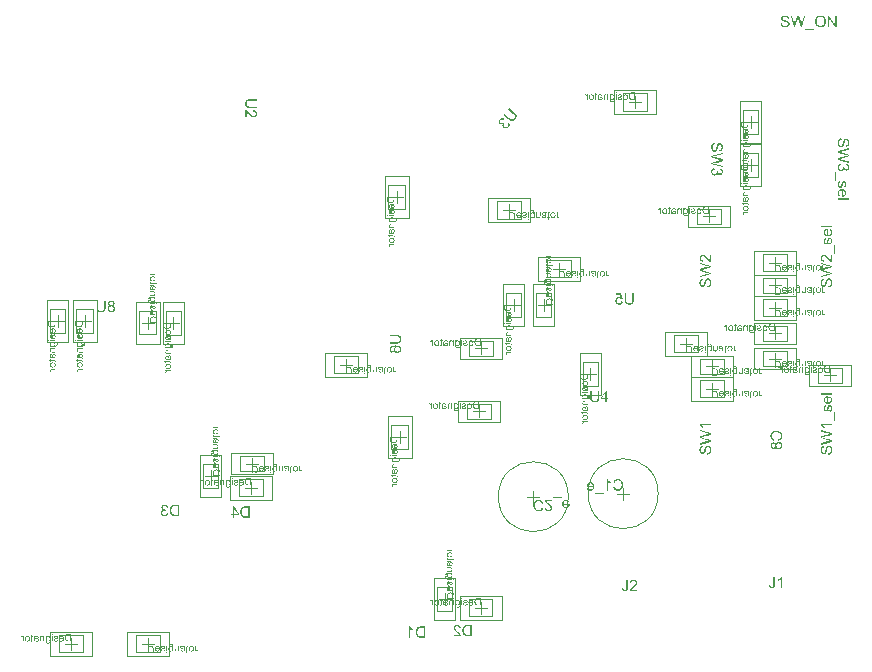
<source format=gtp>
G04*
G04 #@! TF.GenerationSoftware,Altium Limited,Altium Designer,22.5.1 (42)*
G04*
G04 Layer_Color=8421504*
%FSLAX44Y44*%
%MOMM*%
G71*
G04*
G04 #@! TF.SameCoordinates,4653A562-2A09-4D4C-8BBB-8B5FA310EEDD*
G04*
G04*
G04 #@! TF.FilePolarity,Positive*
G04*
G01*
G75*
%ADD13C,0.0500*%
G36*
X2232858Y841722D02*
X2232955D01*
X2233219Y841694D01*
X2233510Y841653D01*
X2233815Y841583D01*
X2234148Y841500D01*
X2234453Y841389D01*
X2234467D01*
X2234494Y841376D01*
X2234536Y841348D01*
X2234592Y841320D01*
X2234730Y841251D01*
X2234910Y841126D01*
X2235119Y840987D01*
X2235327Y840807D01*
X2235521Y840599D01*
X2235701Y840363D01*
Y840349D01*
X2235715Y840335D01*
X2235743Y840294D01*
X2235770Y840252D01*
X2235840Y840114D01*
X2235923Y839933D01*
X2236020Y839711D01*
X2236089Y839448D01*
X2236159Y839170D01*
X2236186Y838865D01*
X2234966Y838768D01*
Y838782D01*
Y838810D01*
X2234952Y838851D01*
X2234938Y838921D01*
X2234897Y839073D01*
X2234841Y839281D01*
X2234758Y839503D01*
X2234633Y839725D01*
X2234481Y839933D01*
X2234286Y840127D01*
X2234259Y840141D01*
X2234189Y840197D01*
X2234051Y840280D01*
X2233870Y840363D01*
X2233635Y840446D01*
X2233357Y840529D01*
X2233011Y840585D01*
X2232622Y840599D01*
X2232428D01*
X2232345Y840585D01*
X2232234Y840571D01*
X2231984Y840543D01*
X2231707Y840488D01*
X2231429Y840419D01*
X2231166Y840308D01*
X2231055Y840238D01*
X2230944Y840169D01*
X2230916Y840155D01*
X2230861Y840100D01*
X2230778Y840003D01*
X2230694Y839892D01*
X2230597Y839739D01*
X2230514Y839573D01*
X2230459Y839379D01*
X2230431Y839157D01*
Y839129D01*
Y839073D01*
X2230445Y838976D01*
X2230473Y838865D01*
X2230514Y838727D01*
X2230583Y838588D01*
X2230667Y838449D01*
X2230792Y838311D01*
X2230805Y838297D01*
X2230875Y838255D01*
X2230930Y838214D01*
X2230986Y838186D01*
X2231069Y838144D01*
X2231166Y838089D01*
X2231291Y838047D01*
X2231429Y837992D01*
X2231582Y837936D01*
X2231762Y837867D01*
X2231956Y837811D01*
X2232178Y837742D01*
X2232428Y837686D01*
X2232705Y837617D01*
X2232719D01*
X2232775Y837603D01*
X2232858Y837589D01*
X2232955Y837562D01*
X2233080Y837534D01*
X2233232Y837492D01*
X2233385Y837451D01*
X2233551Y837409D01*
X2233912Y837312D01*
X2234259Y837215D01*
X2234425Y837160D01*
X2234578Y837104D01*
X2234716Y837062D01*
X2234827Y837007D01*
X2234841D01*
X2234869Y836993D01*
X2234910Y836965D01*
X2234966Y836938D01*
X2235119Y836854D01*
X2235299Y836743D01*
X2235507Y836591D01*
X2235715Y836424D01*
X2235909Y836230D01*
X2236075Y836022D01*
X2236089Y835995D01*
X2236145Y835925D01*
X2236200Y835800D01*
X2236284Y835634D01*
X2236353Y835440D01*
X2236422Y835204D01*
X2236464Y834941D01*
X2236478Y834663D01*
Y834649D01*
Y834635D01*
Y834594D01*
Y834538D01*
X2236450Y834386D01*
X2236422Y834192D01*
X2236367Y833970D01*
X2236297Y833734D01*
X2236186Y833484D01*
X2236034Y833221D01*
Y833207D01*
X2236020Y833193D01*
X2235951Y833110D01*
X2235853Y832985D01*
X2235715Y832846D01*
X2235535Y832680D01*
X2235313Y832500D01*
X2235063Y832333D01*
X2234772Y832181D01*
X2234758D01*
X2234730Y832167D01*
X2234689Y832153D01*
X2234633Y832125D01*
X2234550Y832097D01*
X2234453Y832056D01*
X2234231Y832001D01*
X2233967Y831931D01*
X2233649Y831862D01*
X2233302Y831820D01*
X2232927Y831806D01*
X2232705D01*
X2232594Y831820D01*
X2232470D01*
X2232331Y831834D01*
X2232164Y831848D01*
X2231818Y831903D01*
X2231457Y831959D01*
X2231097Y832056D01*
X2230750Y832181D01*
X2230736D01*
X2230708Y832195D01*
X2230667Y832222D01*
X2230611Y832250D01*
X2230445Y832333D01*
X2230251Y832458D01*
X2230029Y832625D01*
X2229793Y832819D01*
X2229571Y833055D01*
X2229363Y833318D01*
Y833332D01*
X2229335Y833360D01*
X2229321Y833401D01*
X2229280Y833457D01*
X2229252Y833526D01*
X2229211Y833609D01*
X2229113Y833817D01*
X2229016Y834081D01*
X2228933Y834372D01*
X2228878Y834705D01*
X2228850Y835051D01*
X2230043Y835163D01*
Y835149D01*
Y835135D01*
X2230057Y835093D01*
Y835038D01*
X2230084Y834913D01*
X2230126Y834733D01*
X2230181Y834552D01*
X2230237Y834344D01*
X2230334Y834150D01*
X2230431Y833970D01*
X2230445Y833956D01*
X2230486Y833900D01*
X2230556Y833803D01*
X2230667Y833706D01*
X2230805Y833581D01*
X2230958Y833457D01*
X2231166Y833332D01*
X2231388Y833221D01*
X2231402D01*
X2231416Y833207D01*
X2231457Y833193D01*
X2231499Y833179D01*
X2231638Y833138D01*
X2231818Y833082D01*
X2232040Y833027D01*
X2232289Y832985D01*
X2232567Y832957D01*
X2232872Y832943D01*
X2232997D01*
X2233135Y832957D01*
X2233302Y832971D01*
X2233496Y832999D01*
X2233718Y833027D01*
X2233940Y833082D01*
X2234148Y833151D01*
X2234176Y833165D01*
X2234245Y833193D01*
X2234342Y833249D01*
X2234467Y833304D01*
X2234592Y833401D01*
X2234730Y833498D01*
X2234869Y833609D01*
X2234980Y833748D01*
X2234994Y833762D01*
X2235021Y833817D01*
X2235063Y833887D01*
X2235119Y833997D01*
X2235174Y834109D01*
X2235216Y834247D01*
X2235243Y834400D01*
X2235257Y834566D01*
Y834580D01*
Y834649D01*
X2235243Y834733D01*
X2235229Y834844D01*
X2235188Y834954D01*
X2235146Y835093D01*
X2235077Y835232D01*
X2234980Y835357D01*
X2234966Y835370D01*
X2234924Y835412D01*
X2234869Y835468D01*
X2234772Y835551D01*
X2234661Y835634D01*
X2234508Y835731D01*
X2234328Y835828D01*
X2234120Y835911D01*
X2234106Y835925D01*
X2234037Y835939D01*
X2233926Y835981D01*
X2233857Y835995D01*
X2233759Y836022D01*
X2233662Y836064D01*
X2233537Y836092D01*
X2233399Y836133D01*
X2233232Y836175D01*
X2233066Y836217D01*
X2232872Y836272D01*
X2232650Y836327D01*
X2232414Y836383D01*
X2232400D01*
X2232359Y836397D01*
X2232289Y836411D01*
X2232206Y836438D01*
X2232095Y836466D01*
X2231970Y836494D01*
X2231693Y836577D01*
X2231388Y836674D01*
X2231069Y836771D01*
X2230792Y836868D01*
X2230667Y836924D01*
X2230556Y836979D01*
X2230542D01*
X2230528Y836993D01*
X2230445Y837049D01*
X2230320Y837118D01*
X2230181Y837229D01*
X2230015Y837354D01*
X2229848Y837506D01*
X2229682Y837686D01*
X2229543Y837881D01*
X2229530Y837908D01*
X2229488Y837978D01*
X2229433Y838089D01*
X2229377Y838227D01*
X2229321Y838408D01*
X2229266Y838616D01*
X2229224Y838838D01*
X2229211Y839073D01*
Y839087D01*
Y839101D01*
Y839143D01*
Y839198D01*
X2229238Y839337D01*
X2229266Y839517D01*
X2229308Y839725D01*
X2229377Y839961D01*
X2229474Y840197D01*
X2229613Y840433D01*
Y840446D01*
X2229627Y840460D01*
X2229696Y840543D01*
X2229793Y840654D01*
X2229918Y840793D01*
X2230084Y840946D01*
X2230292Y841112D01*
X2230542Y841265D01*
X2230819Y841403D01*
X2230833D01*
X2230861Y841417D01*
X2230903Y841431D01*
X2230958Y841459D01*
X2231027Y841487D01*
X2231124Y841514D01*
X2231332Y841570D01*
X2231596Y841625D01*
X2231901Y841681D01*
X2232220Y841722D01*
X2232581Y841736D01*
X2232761D01*
X2232858Y841722D01*
D02*
G37*
G36*
X2276322Y831973D02*
X2275004D01*
X2269984Y839503D01*
Y831973D01*
X2268763D01*
Y841570D01*
X2270067D01*
X2275101Y834025D01*
Y841570D01*
X2276322D01*
Y831973D01*
D02*
G37*
G36*
X2247059D02*
X2245811D01*
X2243800Y839281D01*
Y839295D01*
X2243786Y839323D01*
X2243772Y839365D01*
X2243759Y839434D01*
X2243717Y839586D01*
X2243675Y839767D01*
X2243620Y839961D01*
X2243564Y840141D01*
X2243523Y840294D01*
X2243509Y840363D01*
X2243495Y840405D01*
Y840391D01*
X2243481Y840377D01*
X2243467Y840294D01*
X2243440Y840169D01*
X2243398Y840016D01*
X2243356Y839850D01*
X2243301Y839656D01*
X2243259Y839462D01*
X2243204Y839281D01*
X2241179Y831973D01*
X2239848D01*
X2237337Y841570D01*
X2238655D01*
X2240083Y835273D01*
Y835259D01*
X2240097Y835232D01*
X2240111Y835176D01*
X2240125Y835107D01*
X2240139Y835010D01*
X2240167Y834913D01*
X2240194Y834788D01*
X2240222Y834649D01*
X2240291Y834358D01*
X2240361Y834025D01*
X2240430Y833665D01*
X2240500Y833304D01*
Y833318D01*
X2240513Y833373D01*
X2240541Y833443D01*
X2240555Y833554D01*
X2240583Y833665D01*
X2240624Y833803D01*
X2240694Y834109D01*
X2240777Y834414D01*
X2240805Y834566D01*
X2240846Y834705D01*
X2240874Y834830D01*
X2240902Y834941D01*
X2240929Y835024D01*
X2240943Y835079D01*
X2242760Y841570D01*
X2244299D01*
X2245659Y836702D01*
Y836688D01*
X2245686Y836619D01*
X2245714Y836522D01*
X2245742Y836397D01*
X2245783Y836230D01*
X2245839Y836050D01*
X2245894Y835842D01*
X2245950Y835606D01*
X2246019Y835343D01*
X2246075Y835079D01*
X2246199Y834511D01*
X2246324Y833914D01*
X2246421Y833304D01*
Y833318D01*
X2246435Y833346D01*
Y833401D01*
X2246463Y833471D01*
X2246477Y833554D01*
X2246505Y833651D01*
X2246518Y833776D01*
X2246560Y833914D01*
X2246629Y834219D01*
X2246712Y834580D01*
X2246796Y834968D01*
X2246907Y835398D01*
X2248404Y841570D01*
X2249694D01*
X2247059Y831973D01*
D02*
G37*
G36*
X2262772Y841722D02*
X2262897D01*
X2263022Y841708D01*
X2263188Y841681D01*
X2263355Y841653D01*
X2263715Y841583D01*
X2264131Y841473D01*
X2264533Y841306D01*
X2264741Y841209D01*
X2264949Y841098D01*
X2264963Y841084D01*
X2264991Y841070D01*
X2265047Y841029D01*
X2265130Y840987D01*
X2265213Y840918D01*
X2265324Y840835D01*
X2265560Y840640D01*
X2265809Y840391D01*
X2266087Y840086D01*
X2266350Y839725D01*
X2266572Y839323D01*
Y839309D01*
X2266600Y839268D01*
X2266628Y839212D01*
X2266655Y839129D01*
X2266711Y839018D01*
X2266752Y838893D01*
X2266808Y838740D01*
X2266863Y838574D01*
X2266905Y838394D01*
X2266960Y838200D01*
X2267016Y837978D01*
X2267057Y837756D01*
X2267113Y837271D01*
X2267141Y836743D01*
Y836730D01*
Y836674D01*
Y836605D01*
X2267127Y836494D01*
Y836369D01*
X2267113Y836217D01*
X2267085Y836050D01*
X2267071Y835870D01*
X2267002Y835468D01*
X2266891Y835024D01*
X2266738Y834580D01*
X2266655Y834358D01*
X2266544Y834136D01*
Y834122D01*
X2266517Y834081D01*
X2266489Y834025D01*
X2266433Y833942D01*
X2266378Y833845D01*
X2266308Y833748D01*
X2266114Y833484D01*
X2265879Y833207D01*
X2265601Y832916D01*
X2265268Y832638D01*
X2264880Y832389D01*
X2264866D01*
X2264839Y832361D01*
X2264769Y832333D01*
X2264686Y832292D01*
X2264589Y832250D01*
X2264478Y832208D01*
X2264339Y832153D01*
X2264187Y832097D01*
X2264020Y832042D01*
X2263840Y831987D01*
X2263438Y831903D01*
X2263008Y831834D01*
X2262550Y831806D01*
X2262411D01*
X2262328Y831820D01*
X2262204D01*
X2262065Y831848D01*
X2261912Y831862D01*
X2261732Y831889D01*
X2261358Y831973D01*
X2260955Y832084D01*
X2260539Y832250D01*
X2260331Y832347D01*
X2260123Y832458D01*
X2260109Y832472D01*
X2260082Y832486D01*
X2260026Y832527D01*
X2259943Y832583D01*
X2259860Y832638D01*
X2259763Y832722D01*
X2259527Y832930D01*
X2259263Y833179D01*
X2258986Y833484D01*
X2258736Y833831D01*
X2258501Y834233D01*
Y834247D01*
X2258473Y834289D01*
X2258445Y834344D01*
X2258417Y834427D01*
X2258376Y834538D01*
X2258334Y834663D01*
X2258279Y834802D01*
X2258237Y834954D01*
X2258182Y835135D01*
X2258126Y835315D01*
X2258043Y835731D01*
X2257988Y836161D01*
X2257960Y836633D01*
Y836646D01*
Y836660D01*
Y836743D01*
X2257974Y836868D01*
Y837035D01*
X2258001Y837229D01*
X2258029Y837465D01*
X2258071Y837728D01*
X2258126Y838006D01*
X2258182Y838297D01*
X2258265Y838602D01*
X2258376Y838907D01*
X2258501Y839226D01*
X2258639Y839531D01*
X2258820Y839836D01*
X2259014Y840114D01*
X2259236Y840377D01*
X2259250Y840391D01*
X2259291Y840433D01*
X2259374Y840502D01*
X2259471Y840585D01*
X2259596Y840696D01*
X2259749Y840807D01*
X2259929Y840932D01*
X2260137Y841057D01*
X2260359Y841181D01*
X2260609Y841306D01*
X2260886Y841417D01*
X2261177Y841528D01*
X2261496Y841611D01*
X2261829Y841681D01*
X2262176Y841722D01*
X2262550Y841736D01*
X2262675D01*
X2262772Y841722D01*
D02*
G37*
G36*
X2257447Y829310D02*
X2249639D01*
Y830156D01*
X2257447D01*
Y829310D01*
D02*
G37*
G36*
X2089859Y775728D02*
X2089073D01*
Y776625D01*
X2089859D01*
Y775728D01*
D02*
G37*
G36*
X2086392Y774961D02*
X2086596Y774924D01*
X2086781Y774868D01*
X2086938Y774813D01*
X2087067Y774757D01*
X2087160Y774702D01*
X2087197Y774683D01*
X2087224Y774665D01*
X2087233Y774656D01*
X2087243D01*
X2087400Y774535D01*
X2087539Y774387D01*
X2087659Y774249D01*
X2087760Y774110D01*
X2087834Y773981D01*
X2087890Y773879D01*
X2087908Y773842D01*
X2087927Y773814D01*
X2087936Y773796D01*
Y773786D01*
X2088019Y773574D01*
X2088075Y773361D01*
X2088121Y773158D01*
X2088149Y772973D01*
X2088167Y772806D01*
Y772742D01*
X2088177Y772677D01*
Y772631D01*
Y772594D01*
Y772575D01*
Y772566D01*
X2088167Y772390D01*
X2088158Y772215D01*
X2088093Y771900D01*
X2088056Y771752D01*
X2088010Y771623D01*
X2087964Y771494D01*
X2087918Y771383D01*
X2087872Y771272D01*
X2087825Y771179D01*
X2087779Y771105D01*
X2087742Y771031D01*
X2087705Y770985D01*
X2087677Y770939D01*
X2087668Y770920D01*
X2087659Y770911D01*
X2087557Y770791D01*
X2087446Y770689D01*
X2087326Y770597D01*
X2087206Y770514D01*
X2087076Y770449D01*
X2086956Y770393D01*
X2086836Y770347D01*
X2086716Y770310D01*
X2086605Y770282D01*
X2086503Y770264D01*
X2086411Y770245D01*
X2086328Y770236D01*
X2086263D01*
X2086216Y770227D01*
X2086170D01*
X2086032Y770236D01*
X2085893Y770255D01*
X2085764Y770282D01*
X2085643Y770319D01*
X2085431Y770421D01*
X2085237Y770532D01*
X2085163Y770587D01*
X2085089Y770643D01*
X2085024Y770698D01*
X2084978Y770745D01*
X2084941Y770782D01*
X2084913Y770809D01*
X2084894Y770828D01*
X2084885Y770837D01*
Y770698D01*
Y770578D01*
X2084894Y770458D01*
Y770356D01*
Y770264D01*
X2084904Y770181D01*
Y770107D01*
X2084913Y770042D01*
X2084922Y769949D01*
X2084931Y769875D01*
X2084941Y769838D01*
Y769829D01*
X2084987Y769691D01*
X2085052Y769570D01*
X2085116Y769469D01*
X2085181Y769376D01*
X2085246Y769312D01*
X2085301Y769256D01*
X2085338Y769228D01*
X2085347Y769219D01*
X2085468Y769145D01*
X2085606Y769090D01*
X2085745Y769053D01*
X2085874Y769025D01*
X2086004Y769006D01*
X2086096Y768997D01*
X2086189D01*
X2086364Y769006D01*
X2086531Y769034D01*
X2086669Y769071D01*
X2086781Y769117D01*
X2086873Y769154D01*
X2086938Y769191D01*
X2086975Y769219D01*
X2086993Y769228D01*
X2087067Y769293D01*
X2087123Y769376D01*
X2087169Y769460D01*
X2087206Y769543D01*
X2087224Y769626D01*
X2087243Y769691D01*
X2087252Y769728D01*
Y769746D01*
X2088019Y769848D01*
Y769709D01*
X2088001Y769589D01*
X2087982Y769469D01*
X2087955Y769358D01*
X2087872Y769164D01*
X2087779Y769006D01*
X2087687Y768886D01*
X2087613Y768803D01*
X2087548Y768748D01*
X2087539Y768738D01*
X2087529Y768729D01*
X2087326Y768600D01*
X2087104Y768507D01*
X2086882Y768443D01*
X2086669Y768396D01*
X2086568Y768378D01*
X2086475Y768369D01*
X2086401Y768359D01*
X2086328D01*
X2086272Y768350D01*
X2086189D01*
X2085939Y768359D01*
X2085708Y768396D01*
X2085505Y768433D01*
X2085338Y768489D01*
X2085199Y768535D01*
X2085144Y768553D01*
X2085098Y768581D01*
X2085061Y768590D01*
X2085033Y768609D01*
X2085024Y768618D01*
X2085015D01*
X2084848Y768720D01*
X2084700Y768840D01*
X2084580Y768960D01*
X2084478Y769071D01*
X2084404Y769173D01*
X2084358Y769256D01*
X2084321Y769312D01*
X2084312Y769321D01*
Y769330D01*
X2084275Y769423D01*
X2084238Y769524D01*
X2084210Y769635D01*
X2084182Y769755D01*
X2084146Y770014D01*
X2084118Y770264D01*
X2084108Y770384D01*
X2084099Y770495D01*
Y770597D01*
X2084090Y770680D01*
Y770754D01*
Y770809D01*
Y770846D01*
Y770856D01*
Y774868D01*
X2084811D01*
Y774295D01*
X2084913Y774415D01*
X2085024Y774517D01*
X2085135Y774609D01*
X2085246Y774683D01*
X2085366Y774748D01*
X2085477Y774803D01*
X2085588Y774850D01*
X2085690Y774887D01*
X2085791Y774914D01*
X2085884Y774933D01*
X2085967Y774951D01*
X2086032Y774961D01*
X2086087Y774970D01*
X2086170D01*
X2086392Y774961D01*
D02*
G37*
G36*
X2076185D02*
X2076379Y774942D01*
X2076564Y774914D01*
X2076712Y774887D01*
X2076841Y774859D01*
X2076934Y774831D01*
X2076971Y774822D01*
X2076999Y774813D01*
X2077008Y774803D01*
X2077017D01*
X2077174Y774739D01*
X2077313Y774656D01*
X2077433Y774582D01*
X2077535Y774508D01*
X2077609Y774434D01*
X2077664Y774378D01*
X2077701Y774341D01*
X2077711Y774332D01*
X2077794Y774212D01*
X2077868Y774082D01*
X2077923Y773953D01*
X2077969Y773833D01*
X2078006Y773712D01*
X2078034Y773629D01*
X2078043Y773592D01*
Y773565D01*
X2078053Y773555D01*
Y773546D01*
X2077285Y773444D01*
X2077230Y773611D01*
X2077174Y773759D01*
X2077110Y773879D01*
X2077054Y773971D01*
X2076999Y774045D01*
X2076952Y774091D01*
X2076915Y774119D01*
X2076906Y774128D01*
X2076795Y774193D01*
X2076666Y774239D01*
X2076527Y774276D01*
X2076398Y774295D01*
X2076268Y774313D01*
X2076176Y774323D01*
X2076083D01*
X2075871Y774313D01*
X2075686Y774286D01*
X2075538Y774239D01*
X2075408Y774193D01*
X2075316Y774138D01*
X2075242Y774101D01*
X2075196Y774064D01*
X2075186Y774054D01*
X2075112Y773971D01*
X2075057Y773870D01*
X2075011Y773759D01*
X2074983Y773648D01*
X2074965Y773546D01*
X2074955Y773454D01*
Y773398D01*
Y773389D01*
Y773380D01*
Y773361D01*
Y773324D01*
Y773259D01*
X2074965Y773204D01*
Y773185D01*
Y773176D01*
X2075057Y773148D01*
X2075159Y773121D01*
X2075371Y773065D01*
X2075612Y773019D01*
X2075834Y772973D01*
X2075945Y772954D01*
X2076046Y772945D01*
X2076139Y772927D01*
X2076213Y772917D01*
X2076277Y772908D01*
X2076324D01*
X2076361Y772899D01*
X2076370D01*
X2076536Y772880D01*
X2076675Y772853D01*
X2076795Y772834D01*
X2076888Y772816D01*
X2076962Y772806D01*
X2077017Y772788D01*
X2077054Y772779D01*
X2077063D01*
X2077184Y772742D01*
X2077285Y772705D01*
X2077387Y772658D01*
X2077470Y772622D01*
X2077544Y772585D01*
X2077590Y772548D01*
X2077627Y772529D01*
X2077637Y772520D01*
X2077729Y772455D01*
X2077803Y772381D01*
X2077877Y772307D01*
X2077932Y772233D01*
X2077979Y772168D01*
X2078016Y772113D01*
X2078034Y772076D01*
X2078043Y772067D01*
X2078090Y771965D01*
X2078127Y771854D01*
X2078154Y771752D01*
X2078173Y771651D01*
X2078182Y771568D01*
X2078191Y771503D01*
Y771466D01*
Y771447D01*
X2078182Y771336D01*
X2078173Y771244D01*
X2078127Y771050D01*
X2078062Y770892D01*
X2077988Y770754D01*
X2077914Y770643D01*
X2077849Y770560D01*
X2077803Y770514D01*
X2077784Y770495D01*
X2077618Y770375D01*
X2077433Y770282D01*
X2077230Y770218D01*
X2077045Y770171D01*
X2076878Y770144D01*
X2076805Y770134D01*
X2076740D01*
X2076684Y770125D01*
X2076610D01*
X2076444Y770134D01*
X2076277Y770153D01*
X2076130Y770171D01*
X2076000Y770199D01*
X2075898Y770227D01*
X2075815Y770255D01*
X2075760Y770264D01*
X2075741Y770273D01*
X2075584Y770338D01*
X2075436Y770421D01*
X2075297Y770514D01*
X2075159Y770597D01*
X2075048Y770680D01*
X2074965Y770745D01*
X2074909Y770791D01*
X2074900Y770809D01*
X2074891D01*
X2074872Y770689D01*
X2074854Y770578D01*
X2074835Y770477D01*
X2074807Y770393D01*
X2074780Y770319D01*
X2074761Y770273D01*
X2074752Y770236D01*
X2074743Y770227D01*
X2073920D01*
X2073966Y770329D01*
X2074012Y770430D01*
X2074049Y770523D01*
X2074068Y770606D01*
X2074095Y770680D01*
X2074105Y770735D01*
X2074114Y770772D01*
Y770782D01*
X2074123Y770846D01*
X2074133Y770929D01*
Y771022D01*
X2074142Y771124D01*
X2074151Y771355D01*
Y771586D01*
X2074160Y771808D01*
Y771910D01*
Y771993D01*
Y772067D01*
Y772122D01*
Y772159D01*
Y772168D01*
Y773222D01*
Y773398D01*
X2074169Y773555D01*
X2074179Y773676D01*
Y773777D01*
X2074188Y773851D01*
X2074197Y773907D01*
X2074207Y773934D01*
Y773944D01*
X2074234Y774064D01*
X2074271Y774165D01*
X2074308Y774249D01*
X2074354Y774332D01*
X2074391Y774387D01*
X2074419Y774434D01*
X2074438Y774461D01*
X2074447Y774471D01*
X2074521Y774545D01*
X2074604Y774619D01*
X2074697Y774674D01*
X2074789Y774730D01*
X2074872Y774766D01*
X2074937Y774794D01*
X2074983Y774813D01*
X2075002Y774822D01*
X2075150Y774868D01*
X2075307Y774905D01*
X2075464Y774933D01*
X2075621Y774951D01*
X2075760Y774961D01*
X2075861Y774970D01*
X2075963D01*
X2076185Y774961D01*
D02*
G37*
G36*
X2072820Y776015D02*
Y774868D01*
X2073402D01*
Y774258D01*
X2072820D01*
Y771577D01*
Y771447D01*
Y771336D01*
X2072810Y771235D01*
X2072801Y771133D01*
Y771050D01*
X2072792Y770976D01*
X2072773Y770856D01*
X2072755Y770763D01*
X2072746Y770698D01*
X2072727Y770661D01*
Y770652D01*
X2072690Y770569D01*
X2072635Y770504D01*
X2072579Y770440D01*
X2072533Y770393D01*
X2072478Y770347D01*
X2072441Y770319D01*
X2072413Y770301D01*
X2072404Y770292D01*
X2072302Y770245D01*
X2072200Y770218D01*
X2072089Y770190D01*
X2071978Y770181D01*
X2071886Y770171D01*
X2071812Y770162D01*
X2071738D01*
X2071534Y770171D01*
X2071433Y770181D01*
X2071340Y770199D01*
X2071257Y770208D01*
X2071192Y770218D01*
X2071155Y770227D01*
X2071137D01*
X2071239Y770920D01*
X2071313Y770911D01*
X2071387Y770902D01*
X2071451D01*
X2071497Y770892D01*
X2071590D01*
X2071710Y770902D01*
X2071793Y770920D01*
X2071840Y770939D01*
X2071858Y770948D01*
X2071923Y770994D01*
X2071960Y771040D01*
X2071987Y771077D01*
X2071997Y771096D01*
X2072006Y771142D01*
X2072015Y771207D01*
X2072025Y771355D01*
X2072034Y771420D01*
Y771475D01*
Y771512D01*
Y771531D01*
Y774258D01*
X2071239D01*
Y774868D01*
X2072034D01*
Y776486D01*
X2072820Y776015D01*
D02*
G37*
G36*
X2097589Y774961D02*
X2097755Y774942D01*
X2097912Y774914D01*
X2098060Y774868D01*
X2098199Y774822D01*
X2098328Y774766D01*
X2098448Y774711D01*
X2098550Y774646D01*
X2098652Y774591D01*
X2098735Y774526D01*
X2098809Y774471D01*
X2098864Y774424D01*
X2098911Y774378D01*
X2098948Y774350D01*
X2098966Y774332D01*
X2098975Y774323D01*
X2099077Y774193D01*
X2099170Y774054D01*
X2099253Y773916D01*
X2099327Y773768D01*
X2099382Y773611D01*
X2099429Y773463D01*
X2099502Y773167D01*
X2099530Y773037D01*
X2099549Y772908D01*
X2099558Y772797D01*
X2099567Y772695D01*
X2099576Y772612D01*
Y772557D01*
Y772511D01*
Y772501D01*
X2099567Y772298D01*
X2099549Y772104D01*
X2099521Y771919D01*
X2099484Y771752D01*
X2099438Y771595D01*
X2099391Y771447D01*
X2099336Y771318D01*
X2099281Y771198D01*
X2099225Y771096D01*
X2099170Y771003D01*
X2099123Y770929D01*
X2099077Y770865D01*
X2099040Y770809D01*
X2099012Y770772D01*
X2098994Y770754D01*
X2098985Y770745D01*
X2098864Y770634D01*
X2098744Y770541D01*
X2098615Y770458D01*
X2098476Y770384D01*
X2098347Y770329D01*
X2098208Y770273D01*
X2097949Y770199D01*
X2097829Y770181D01*
X2097718Y770162D01*
X2097616Y770144D01*
X2097533Y770134D01*
X2097468Y770125D01*
X2097367D01*
X2097080Y770144D01*
X2096821Y770190D01*
X2096590Y770245D01*
X2096498Y770282D01*
X2096405Y770319D01*
X2096322Y770356D01*
X2096248Y770393D01*
X2096192Y770421D01*
X2096137Y770449D01*
X2096100Y770477D01*
X2096072Y770495D01*
X2096054Y770514D01*
X2096045D01*
X2095860Y770680D01*
X2095712Y770856D01*
X2095582Y771040D01*
X2095490Y771216D01*
X2095416Y771373D01*
X2095388Y771447D01*
X2095360Y771503D01*
X2095342Y771558D01*
X2095333Y771595D01*
X2095323Y771614D01*
Y771623D01*
X2096137Y771725D01*
X2096211Y771549D01*
X2096294Y771401D01*
X2096377Y771272D01*
X2096451Y771170D01*
X2096516Y771096D01*
X2096572Y771040D01*
X2096618Y771003D01*
X2096627Y770994D01*
X2096747Y770920D01*
X2096867Y770865D01*
X2096997Y770828D01*
X2097108Y770800D01*
X2097209Y770782D01*
X2097293Y770772D01*
X2097367D01*
X2097478Y770782D01*
X2097579Y770791D01*
X2097764Y770837D01*
X2097931Y770902D01*
X2098079Y770976D01*
X2098190Y771040D01*
X2098273Y771105D01*
X2098328Y771151D01*
X2098338Y771170D01*
X2098347D01*
X2098476Y771336D01*
X2098578Y771521D01*
X2098652Y771725D01*
X2098707Y771910D01*
X2098735Y772076D01*
X2098754Y772150D01*
X2098763Y772215D01*
Y772270D01*
X2098772Y772307D01*
Y772335D01*
Y772344D01*
X2095305D01*
X2095296Y772437D01*
Y772501D01*
Y772538D01*
Y772548D01*
X2095305Y772760D01*
X2095323Y772954D01*
X2095351Y773139D01*
X2095388Y773315D01*
X2095434Y773472D01*
X2095481Y773620D01*
X2095536Y773749D01*
X2095591Y773870D01*
X2095647Y773981D01*
X2095703Y774073D01*
X2095749Y774147D01*
X2095795Y774212D01*
X2095832Y774267D01*
X2095860Y774304D01*
X2095878Y774323D01*
X2095887Y774332D01*
X2095998Y774443D01*
X2096118Y774545D01*
X2096248Y774628D01*
X2096377Y774702D01*
X2096507Y774766D01*
X2096627Y774813D01*
X2096756Y774859D01*
X2096867Y774887D01*
X2096988Y774914D01*
X2097089Y774933D01*
X2097182Y774951D01*
X2097256Y774961D01*
X2097321Y774970D01*
X2097413D01*
X2097589Y774961D01*
D02*
G37*
G36*
X2105660Y770227D02*
X2103358D01*
X2103145Y770236D01*
X2102951Y770245D01*
X2102775Y770264D01*
X2102627Y770282D01*
X2102498Y770301D01*
X2102406Y770310D01*
X2102378Y770319D01*
X2102350Y770329D01*
X2102332D01*
X2102165Y770375D01*
X2102017Y770430D01*
X2101888Y770477D01*
X2101777Y770532D01*
X2101684Y770578D01*
X2101620Y770615D01*
X2101583Y770643D01*
X2101564Y770652D01*
X2101444Y770735D01*
X2101342Y770837D01*
X2101241Y770929D01*
X2101157Y771022D01*
X2101083Y771105D01*
X2101028Y771170D01*
X2100991Y771216D01*
X2100982Y771235D01*
X2100889Y771383D01*
X2100797Y771540D01*
X2100723Y771688D01*
X2100667Y771836D01*
X2100612Y771965D01*
X2100575Y772067D01*
X2100566Y772104D01*
X2100556Y772132D01*
X2100547Y772150D01*
Y772159D01*
X2100492Y772381D01*
X2100446Y772603D01*
X2100418Y772816D01*
X2100390Y773019D01*
X2100381Y773195D01*
Y773269D01*
X2100372Y773333D01*
Y773380D01*
Y773426D01*
Y773444D01*
Y773454D01*
X2100381Y773768D01*
X2100408Y774054D01*
X2100455Y774313D01*
X2100473Y774434D01*
X2100501Y774535D01*
X2100529Y774637D01*
X2100547Y774720D01*
X2100566Y774794D01*
X2100593Y774859D01*
X2100603Y774914D01*
X2100621Y774951D01*
X2100630Y774970D01*
Y774979D01*
X2100732Y775219D01*
X2100852Y775432D01*
X2100982Y775617D01*
X2101102Y775774D01*
X2101213Y775904D01*
X2101305Y775996D01*
X2101342Y776024D01*
X2101370Y776052D01*
X2101379Y776061D01*
X2101389Y776070D01*
X2101537Y776190D01*
X2101694Y776283D01*
X2101851Y776366D01*
X2101999Y776431D01*
X2102128Y776477D01*
X2102230Y776505D01*
X2102267Y776523D01*
X2102295D01*
X2102313Y776532D01*
X2102322D01*
X2102480Y776560D01*
X2102664Y776588D01*
X2102849Y776606D01*
X2103034Y776616D01*
X2103201Y776625D01*
X2105660D01*
Y770227D01*
D02*
G37*
G36*
X2089859D02*
X2089073D01*
Y774868D01*
X2089859D01*
Y770227D01*
D02*
G37*
G36*
X2080900Y774961D02*
X2081067Y774933D01*
X2081215Y774896D01*
X2081363Y774850D01*
X2081492Y774794D01*
X2081612Y774730D01*
X2081723Y774656D01*
X2081816Y774591D01*
X2081908Y774517D01*
X2081982Y774443D01*
X2082047Y774378D01*
X2082102Y774323D01*
X2082139Y774276D01*
X2082167Y774239D01*
X2082185Y774212D01*
X2082195Y774202D01*
Y774868D01*
X2082897D01*
Y770227D01*
X2082112D01*
Y772751D01*
Y772908D01*
X2082093Y773065D01*
X2082074Y773195D01*
X2082056Y773315D01*
X2082028Y773426D01*
X2082000Y773528D01*
X2081964Y773620D01*
X2081927Y773694D01*
X2081899Y773759D01*
X2081862Y773814D01*
X2081834Y773860D01*
X2081806Y773897D01*
X2081769Y773944D01*
X2081751Y773962D01*
X2081612Y774073D01*
X2081464Y774147D01*
X2081316Y774202D01*
X2081187Y774249D01*
X2081067Y774267D01*
X2080974Y774276D01*
X2080937Y774286D01*
X2080891D01*
X2080780Y774276D01*
X2080669Y774267D01*
X2080577Y774239D01*
X2080503Y774212D01*
X2080438Y774184D01*
X2080383Y774165D01*
X2080355Y774147D01*
X2080345Y774138D01*
X2080262Y774082D01*
X2080188Y774018D01*
X2080133Y773953D01*
X2080087Y773897D01*
X2080059Y773842D01*
X2080031Y773796D01*
X2080013Y773768D01*
Y773759D01*
X2079985Y773657D01*
X2079957Y773546D01*
X2079939Y773426D01*
X2079930Y773306D01*
X2079920Y773204D01*
Y773121D01*
Y773056D01*
Y773047D01*
Y773037D01*
Y770227D01*
X2079134D01*
Y773074D01*
Y773269D01*
X2079144Y773426D01*
X2079153Y773555D01*
Y773666D01*
X2079162Y773740D01*
X2079171Y773796D01*
X2079181Y773833D01*
Y773842D01*
X2079208Y773962D01*
X2079255Y774073D01*
X2079292Y774165D01*
X2079328Y774258D01*
X2079375Y774323D01*
X2079402Y774369D01*
X2079421Y774406D01*
X2079430Y774415D01*
X2079504Y774508D01*
X2079587Y774582D01*
X2079671Y774656D01*
X2079763Y774711D01*
X2079837Y774757D01*
X2079902Y774785D01*
X2079939Y774803D01*
X2079957Y774813D01*
X2080087Y774868D01*
X2080225Y774905D01*
X2080355Y774933D01*
X2080475Y774951D01*
X2080577Y774961D01*
X2080651Y774970D01*
X2080725D01*
X2080900Y774961D01*
D02*
G37*
G36*
X2063888D02*
X2063981Y774942D01*
X2064073Y774914D01*
X2064147Y774887D01*
X2064203Y774859D01*
X2064258Y774831D01*
X2064286Y774813D01*
X2064295Y774803D01*
X2064378Y774730D01*
X2064462Y774637D01*
X2064545Y774526D01*
X2064619Y774424D01*
X2064693Y774323D01*
X2064739Y774239D01*
X2064776Y774175D01*
X2064785Y774165D01*
Y774868D01*
X2065497D01*
Y770227D01*
X2064711D01*
Y772649D01*
X2064702Y772834D01*
X2064693Y773000D01*
X2064674Y773158D01*
X2064646Y773296D01*
X2064619Y773407D01*
X2064600Y773491D01*
X2064591Y773546D01*
X2064582Y773565D01*
X2064545Y773666D01*
X2064499Y773749D01*
X2064452Y773823D01*
X2064406Y773888D01*
X2064360Y773934D01*
X2064332Y773971D01*
X2064304Y773990D01*
X2064295Y773999D01*
X2064221Y774054D01*
X2064138Y774091D01*
X2064055Y774119D01*
X2063990Y774138D01*
X2063925Y774147D01*
X2063879Y774156D01*
X2063833D01*
X2063731Y774147D01*
X2063629Y774128D01*
X2063528Y774101D01*
X2063445Y774073D01*
X2063371Y774045D01*
X2063315Y774018D01*
X2063278Y773999D01*
X2063269Y773990D01*
X2062982Y774711D01*
X2063139Y774794D01*
X2063287Y774859D01*
X2063417Y774905D01*
X2063537Y774942D01*
X2063639Y774961D01*
X2063722Y774970D01*
X2063787D01*
X2063888Y774961D01*
D02*
G37*
G36*
X2093077Y774951D02*
X2093188Y774942D01*
X2093289Y774924D01*
X2093373Y774905D01*
X2093437Y774887D01*
X2093474Y774877D01*
X2093493Y774868D01*
X2093604Y774831D01*
X2093705Y774794D01*
X2093789Y774757D01*
X2093863Y774720D01*
X2093918Y774693D01*
X2093955Y774665D01*
X2093983Y774656D01*
X2093992Y774646D01*
X2094084Y774582D01*
X2094158Y774508D01*
X2094223Y774424D01*
X2094279Y774360D01*
X2094325Y774295D01*
X2094353Y774249D01*
X2094371Y774212D01*
X2094380Y774202D01*
X2094427Y774101D01*
X2094464Y774008D01*
X2094482Y773907D01*
X2094501Y773823D01*
X2094510Y773740D01*
X2094519Y773685D01*
Y773648D01*
Y773629D01*
X2094510Y773500D01*
X2094491Y773389D01*
X2094464Y773278D01*
X2094436Y773185D01*
X2094408Y773111D01*
X2094380Y773047D01*
X2094362Y773010D01*
X2094353Y773000D01*
X2094279Y772899D01*
X2094196Y772816D01*
X2094112Y772742D01*
X2094029Y772677D01*
X2093955Y772631D01*
X2093900Y772594D01*
X2093863Y772575D01*
X2093844Y772566D01*
X2093779Y772538D01*
X2093696Y772501D01*
X2093511Y772437D01*
X2093317Y772381D01*
X2093114Y772316D01*
X2092938Y772270D01*
X2092855Y772242D01*
X2092781Y772224D01*
X2092725Y772205D01*
X2092679Y772196D01*
X2092651Y772187D01*
X2092642D01*
X2092522Y772159D01*
X2092420Y772132D01*
X2092328Y772104D01*
X2092245Y772076D01*
X2092171Y772057D01*
X2092106Y772030D01*
X2091995Y771993D01*
X2091921Y771965D01*
X2091875Y771937D01*
X2091847Y771928D01*
X2091838Y771919D01*
X2091755Y771863D01*
X2091699Y771789D01*
X2091653Y771725D01*
X2091625Y771660D01*
X2091607Y771595D01*
X2091597Y771549D01*
Y771512D01*
Y771503D01*
X2091607Y771392D01*
X2091634Y771299D01*
X2091681Y771207D01*
X2091727Y771133D01*
X2091782Y771068D01*
X2091819Y771022D01*
X2091856Y770994D01*
X2091866Y770985D01*
X2091976Y770911D01*
X2092097Y770865D01*
X2092235Y770828D01*
X2092365Y770800D01*
X2092485Y770782D01*
X2092578Y770772D01*
X2092670D01*
X2092864Y770782D01*
X2093031Y770809D01*
X2093169Y770846D01*
X2093289Y770892D01*
X2093382Y770939D01*
X2093456Y770976D01*
X2093493Y771003D01*
X2093511Y771013D01*
X2093613Y771114D01*
X2093696Y771235D01*
X2093752Y771355D01*
X2093798Y771466D01*
X2093835Y771568D01*
X2093853Y771660D01*
X2093872Y771715D01*
Y771725D01*
Y771734D01*
X2094648Y771614D01*
X2094584Y771355D01*
X2094501Y771124D01*
X2094399Y770939D01*
X2094297Y770782D01*
X2094205Y770652D01*
X2094122Y770569D01*
X2094066Y770514D01*
X2094057Y770504D01*
X2094048Y770495D01*
X2093955Y770430D01*
X2093853Y770375D01*
X2093631Y770282D01*
X2093400Y770218D01*
X2093178Y770171D01*
X2093077Y770153D01*
X2092984Y770144D01*
X2092892Y770134D01*
X2092818D01*
X2092753Y770125D01*
X2092670D01*
X2092466Y770134D01*
X2092291Y770153D01*
X2092124Y770181D01*
X2091976Y770218D01*
X2091856Y770255D01*
X2091764Y770282D01*
X2091708Y770301D01*
X2091699Y770310D01*
X2091690D01*
X2091533Y770393D01*
X2091403Y770477D01*
X2091292Y770569D01*
X2091191Y770652D01*
X2091117Y770726D01*
X2091070Y770791D01*
X2091033Y770828D01*
X2091024Y770846D01*
X2090950Y770976D01*
X2090895Y771114D01*
X2090849Y771235D01*
X2090821Y771346D01*
X2090802Y771447D01*
X2090793Y771521D01*
Y771568D01*
Y771586D01*
X2090802Y771734D01*
X2090821Y771863D01*
X2090858Y771974D01*
X2090885Y772076D01*
X2090923Y772159D01*
X2090959Y772215D01*
X2090978Y772252D01*
X2090987Y772261D01*
X2091061Y772353D01*
X2091144Y772437D01*
X2091228Y772511D01*
X2091311Y772566D01*
X2091394Y772612D01*
X2091449Y772640D01*
X2091487Y772658D01*
X2091505Y772668D01*
X2091570Y772695D01*
X2091644Y772723D01*
X2091819Y772788D01*
X2092014Y772853D01*
X2092208Y772908D01*
X2092383Y772964D01*
X2092466Y772982D01*
X2092531Y773000D01*
X2092587Y773019D01*
X2092633Y773028D01*
X2092661Y773037D01*
X2092670D01*
X2092772Y773065D01*
X2092864Y773093D01*
X2092947Y773111D01*
X2093021Y773139D01*
X2093141Y773167D01*
X2093234Y773195D01*
X2093299Y773222D01*
X2093336Y773232D01*
X2093354Y773241D01*
X2093363D01*
X2093437Y773278D01*
X2093502Y773306D01*
X2093557Y773343D01*
X2093595Y773370D01*
X2093631Y773398D01*
X2093650Y773426D01*
X2093659Y773435D01*
X2093669Y773444D01*
X2093724Y773537D01*
X2093752Y773629D01*
Y773666D01*
X2093761Y773694D01*
Y773712D01*
Y773722D01*
X2093752Y773805D01*
X2093724Y773888D01*
X2093687Y773962D01*
X2093641Y774018D01*
X2093604Y774073D01*
X2093567Y774110D01*
X2093539Y774128D01*
X2093530Y774138D01*
X2093428Y774202D01*
X2093308Y774249D01*
X2093178Y774276D01*
X2093058Y774304D01*
X2092938Y774313D01*
X2092846Y774323D01*
X2092753D01*
X2092596Y774313D01*
X2092448Y774295D01*
X2092328Y774258D01*
X2092235Y774221D01*
X2092152Y774184D01*
X2092097Y774147D01*
X2092060Y774128D01*
X2092050Y774119D01*
X2091958Y774036D01*
X2091893Y773944D01*
X2091838Y773851D01*
X2091792Y773768D01*
X2091764Y773685D01*
X2091745Y773620D01*
X2091736Y773583D01*
Y773565D01*
X2090969Y773666D01*
X2091006Y773823D01*
X2091043Y773962D01*
X2091089Y774082D01*
X2091135Y774193D01*
X2091181Y774267D01*
X2091218Y774332D01*
X2091237Y774369D01*
X2091246Y774378D01*
X2091329Y774471D01*
X2091422Y774554D01*
X2091523Y774628D01*
X2091625Y774693D01*
X2091718Y774739D01*
X2091792Y774776D01*
X2091838Y774794D01*
X2091847Y774803D01*
X2091856D01*
X2092014Y774859D01*
X2092180Y774896D01*
X2092337Y774933D01*
X2092485Y774951D01*
X2092624Y774961D01*
X2092725Y774970D01*
X2092947D01*
X2093077Y774951D01*
D02*
G37*
G36*
X2068742Y774961D02*
X2068890Y774951D01*
X2069177Y774887D01*
X2069427Y774803D01*
X2069537Y774757D01*
X2069639Y774711D01*
X2069732Y774665D01*
X2069806Y774619D01*
X2069879Y774572D01*
X2069935Y774535D01*
X2069981Y774498D01*
X2070018Y774471D01*
X2070037Y774461D01*
X2070046Y774452D01*
X2070175Y774332D01*
X2070277Y774193D01*
X2070379Y774045D01*
X2070453Y773897D01*
X2070527Y773740D01*
X2070582Y773574D01*
X2070628Y773417D01*
X2070665Y773269D01*
X2070702Y773121D01*
X2070721Y772991D01*
X2070739Y772862D01*
X2070749Y772760D01*
Y772668D01*
X2070758Y772603D01*
Y772566D01*
Y772548D01*
X2070749Y772335D01*
X2070730Y772132D01*
X2070702Y771946D01*
X2070665Y771771D01*
X2070619Y771614D01*
X2070573Y771466D01*
X2070517Y771327D01*
X2070462Y771207D01*
X2070406Y771096D01*
X2070351Y771003D01*
X2070305Y770929D01*
X2070259Y770865D01*
X2070222Y770809D01*
X2070194Y770772D01*
X2070175Y770754D01*
X2070166Y770745D01*
X2070046Y770634D01*
X2069926Y770541D01*
X2069796Y770458D01*
X2069667Y770384D01*
X2069537Y770329D01*
X2069399Y770273D01*
X2069149Y770199D01*
X2069038Y770181D01*
X2068927Y770162D01*
X2068835Y770144D01*
X2068752Y770134D01*
X2068678Y770125D01*
X2068585D01*
X2068363Y770134D01*
X2068160Y770171D01*
X2067966Y770218D01*
X2067809Y770264D01*
X2067670Y770319D01*
X2067614Y770338D01*
X2067568Y770356D01*
X2067522Y770375D01*
X2067494Y770393D01*
X2067485Y770403D01*
X2067476D01*
X2067291Y770523D01*
X2067134Y770652D01*
X2066995Y770782D01*
X2066884Y770911D01*
X2066801Y771022D01*
X2066736Y771114D01*
X2066718Y771151D01*
X2066699Y771179D01*
X2066690Y771188D01*
Y771198D01*
X2066597Y771410D01*
X2066533Y771641D01*
X2066477Y771873D01*
X2066449Y772104D01*
X2066431Y772205D01*
Y772298D01*
X2066422Y772390D01*
X2066412Y772464D01*
Y772529D01*
Y772575D01*
Y772603D01*
Y772612D01*
X2066422Y772816D01*
X2066440Y773000D01*
X2066468Y773176D01*
X2066505Y773343D01*
X2066551Y773500D01*
X2066607Y773639D01*
X2066662Y773777D01*
X2066718Y773888D01*
X2066773Y773990D01*
X2066828Y774082D01*
X2066884Y774165D01*
X2066930Y774230D01*
X2066967Y774276D01*
X2066995Y774313D01*
X2067013Y774332D01*
X2067023Y774341D01*
X2067143Y774452D01*
X2067263Y774545D01*
X2067392Y774637D01*
X2067522Y774702D01*
X2067651Y774766D01*
X2067781Y774813D01*
X2068030Y774896D01*
X2068151Y774914D01*
X2068252Y774933D01*
X2068345Y774951D01*
X2068428Y774961D01*
X2068493Y774970D01*
X2068585D01*
X2068742Y774961D01*
D02*
G37*
G36*
X1785223Y769614D02*
X1779676D01*
X1779662D01*
X1779621D01*
X1779551D01*
X1779468D01*
X1779371Y769600D01*
X1779246D01*
X1778983Y769586D01*
X1778678Y769559D01*
X1778372Y769517D01*
X1778081Y769462D01*
X1777956Y769434D01*
X1777832Y769392D01*
X1777804Y769378D01*
X1777734Y769351D01*
X1777637Y769281D01*
X1777499Y769198D01*
X1777360Y769101D01*
X1777207Y768962D01*
X1777055Y768796D01*
X1776930Y768602D01*
X1776916Y768574D01*
X1776875Y768505D01*
X1776833Y768380D01*
X1776777Y768213D01*
X1776708Y768019D01*
X1776667Y767770D01*
X1776625Y767506D01*
X1776611Y767215D01*
Y767076D01*
X1776625Y766993D01*
Y766868D01*
X1776639Y766743D01*
X1776694Y766438D01*
X1776764Y766105D01*
X1776875Y765786D01*
X1777027Y765481D01*
X1777124Y765343D01*
X1777235Y765218D01*
X1777249Y765204D01*
X1777263Y765190D01*
X1777305Y765162D01*
X1777360Y765121D01*
X1777443Y765079D01*
X1777526Y765024D01*
X1777651Y764968D01*
X1777776Y764913D01*
X1777929Y764857D01*
X1778109Y764816D01*
X1778317Y764760D01*
X1778539Y764719D01*
X1778788Y764677D01*
X1779052Y764649D01*
X1779357Y764622D01*
X1779676D01*
X1785223D01*
Y763346D01*
X1779676D01*
X1779662D01*
X1779607D01*
X1779537D01*
X1779440D01*
X1779315Y763360D01*
X1779177D01*
X1779010Y763373D01*
X1778844Y763387D01*
X1778469Y763429D01*
X1778081Y763484D01*
X1777707Y763568D01*
X1777526Y763623D01*
X1777360Y763678D01*
X1777346D01*
X1777318Y763692D01*
X1777277Y763720D01*
X1777221Y763748D01*
X1777069Y763831D01*
X1776875Y763956D01*
X1776653Y764122D01*
X1776431Y764316D01*
X1776195Y764566D01*
X1775987Y764871D01*
Y764885D01*
X1775959Y764913D01*
X1775945Y764954D01*
X1775904Y765024D01*
X1775862Y765107D01*
X1775821Y765218D01*
X1775779Y765329D01*
X1775724Y765468D01*
X1775668Y765620D01*
X1775626Y765786D01*
X1775585Y765967D01*
X1775543Y766175D01*
X1775515Y766383D01*
X1775488Y766605D01*
X1775460Y767104D01*
Y767229D01*
X1775474Y767326D01*
Y767437D01*
X1775488Y767576D01*
X1775502Y767728D01*
X1775515Y767881D01*
X1775571Y768227D01*
X1775654Y768602D01*
X1775765Y768962D01*
X1775918Y769309D01*
Y769323D01*
X1775945Y769351D01*
X1775973Y769392D01*
X1776001Y769448D01*
X1776112Y769600D01*
X1776264Y769781D01*
X1776458Y769989D01*
X1776680Y770183D01*
X1776958Y770377D01*
X1777263Y770529D01*
X1777277D01*
X1777305Y770543D01*
X1777360Y770557D01*
X1777429Y770585D01*
X1777513Y770613D01*
X1777623Y770640D01*
X1777748Y770682D01*
X1777901Y770710D01*
X1778067Y770737D01*
X1778248Y770779D01*
X1778442Y770807D01*
X1778650Y770835D01*
X1778885Y770862D01*
X1779135Y770876D01*
X1779399Y770890D01*
X1779676D01*
X1785223D01*
Y769614D01*
D02*
G37*
G36*
X1775890Y761862D02*
X1776015Y761848D01*
X1776153Y761820D01*
X1776292Y761792D01*
X1776445Y761737D01*
X1776458D01*
X1776472Y761723D01*
X1776556Y761695D01*
X1776680Y761640D01*
X1776847Y761557D01*
X1777041Y761446D01*
X1777263Y761307D01*
X1777485Y761154D01*
X1777720Y760960D01*
X1777734D01*
X1777748Y760932D01*
X1777832Y760863D01*
X1777956Y760738D01*
X1778137Y760558D01*
X1778345Y760350D01*
X1778594Y760087D01*
X1778872Y759768D01*
X1779163Y759421D01*
X1779177Y759407D01*
X1779218Y759352D01*
X1779288Y759268D01*
X1779371Y759171D01*
X1779482Y759046D01*
X1779607Y758894D01*
X1779745Y758741D01*
X1779898Y758561D01*
X1780231Y758214D01*
X1780564Y757868D01*
X1780730Y757701D01*
X1780896Y757549D01*
X1781049Y757410D01*
X1781201Y757299D01*
X1781215D01*
X1781229Y757271D01*
X1781271Y757243D01*
X1781326Y757216D01*
X1781479Y757119D01*
X1781659Y757008D01*
X1781881Y756911D01*
X1782117Y756814D01*
X1782380Y756758D01*
X1782630Y756730D01*
X1782644D01*
X1782658D01*
X1782741Y756744D01*
X1782880Y756758D01*
X1783032Y756800D01*
X1783226Y756855D01*
X1783421Y756952D01*
X1783615Y757077D01*
X1783809Y757243D01*
X1783837Y757271D01*
X1783892Y757341D01*
X1783961Y757438D01*
X1784058Y757590D01*
X1784142Y757784D01*
X1784225Y758006D01*
X1784280Y758270D01*
X1784294Y758561D01*
Y758644D01*
X1784280Y758700D01*
X1784266Y758866D01*
X1784225Y759060D01*
X1784169Y759268D01*
X1784072Y759504D01*
X1783947Y759726D01*
X1783781Y759934D01*
X1783753Y759962D01*
X1783684Y760017D01*
X1783573Y760100D01*
X1783407Y760184D01*
X1783212Y760281D01*
X1782963Y760364D01*
X1782685Y760419D01*
X1782366Y760447D01*
X1782491Y761654D01*
X1782505D01*
X1782547Y761640D01*
X1782616D01*
X1782713Y761626D01*
X1782824Y761598D01*
X1782949Y761570D01*
X1783102Y761529D01*
X1783254Y761487D01*
X1783587Y761376D01*
X1783920Y761210D01*
X1784086Y761113D01*
X1784253Y760988D01*
X1784405Y760863D01*
X1784544Y760724D01*
X1784558Y760711D01*
X1784572Y760683D01*
X1784613Y760641D01*
X1784655Y760572D01*
X1784710Y760489D01*
X1784766Y760392D01*
X1784835Y760281D01*
X1784904Y760142D01*
X1784974Y759989D01*
X1785043Y759823D01*
X1785099Y759643D01*
X1785154Y759449D01*
X1785196Y759240D01*
X1785237Y759019D01*
X1785251Y758783D01*
X1785265Y758533D01*
Y758395D01*
X1785251Y758298D01*
X1785237Y758186D01*
X1785223Y758048D01*
X1785196Y757895D01*
X1785168Y757743D01*
X1785071Y757382D01*
X1784932Y757022D01*
X1784849Y756841D01*
X1784752Y756661D01*
X1784627Y756495D01*
X1784488Y756342D01*
X1784474Y756328D01*
X1784461Y756300D01*
X1784405Y756273D01*
X1784350Y756217D01*
X1784280Y756148D01*
X1784183Y756078D01*
X1784086Y756009D01*
X1783961Y755926D01*
X1783698Y755787D01*
X1783365Y755649D01*
X1783199Y755593D01*
X1783004Y755565D01*
X1782810Y755538D01*
X1782602Y755524D01*
X1782574D01*
X1782505D01*
X1782394Y755538D01*
X1782242Y755552D01*
X1782075Y755579D01*
X1781881Y755635D01*
X1781673Y755690D01*
X1781465Y755773D01*
X1781437Y755787D01*
X1781368Y755815D01*
X1781257Y755871D01*
X1781104Y755954D01*
X1780938Y756065D01*
X1780730Y756203D01*
X1780522Y756370D01*
X1780286Y756564D01*
X1780258Y756592D01*
X1780175Y756661D01*
X1780106Y756730D01*
X1780037Y756800D01*
X1779953Y756883D01*
X1779842Y756994D01*
X1779731Y757105D01*
X1779607Y757243D01*
X1779468Y757382D01*
X1779315Y757549D01*
X1779163Y757729D01*
X1778983Y757923D01*
X1778802Y758145D01*
X1778608Y758367D01*
X1778594Y758381D01*
X1778566Y758408D01*
X1778525Y758464D01*
X1778469Y758533D01*
X1778386Y758616D01*
X1778303Y758714D01*
X1778123Y758935D01*
X1777915Y759171D01*
X1777707Y759393D01*
X1777526Y759587D01*
X1777457Y759670D01*
X1777388Y759740D01*
X1777374Y759754D01*
X1777332Y759795D01*
X1777277Y759851D01*
X1777193Y759920D01*
X1777097Y759989D01*
X1776999Y760073D01*
X1776764Y760239D01*
Y755510D01*
X1775626D01*
Y761876D01*
X1775640D01*
X1775696D01*
X1775779D01*
X1775890Y761862D01*
D02*
G37*
G36*
X2003317Y759675D02*
X2003533Y759493D01*
X2003729Y759311D01*
X2003914Y759137D01*
X2004080Y758961D01*
X2004224Y758803D01*
X2004357Y758655D01*
X2004470Y758505D01*
X2004582Y758374D01*
X2004682Y758253D01*
X2004752Y758139D01*
X2004821Y758045D01*
X2004867Y757969D01*
X2004903Y757902D01*
X2004937Y757855D01*
X2004950Y757826D01*
X2004960Y757817D01*
X2005098Y757499D01*
X2005188Y757167D01*
X2005233Y756870D01*
X2005249Y756582D01*
X2005250Y756342D01*
X2005236Y756150D01*
X2005222Y756089D01*
X2005216Y756039D01*
X2005220Y755999D01*
X2005211Y755988D01*
X2005103Y755618D01*
X2004954Y755265D01*
X2004774Y754919D01*
X2004590Y754613D01*
X2004502Y754485D01*
X2004413Y754357D01*
X2004333Y754240D01*
X2004260Y754154D01*
X2004208Y754069D01*
X2004126Y753972D01*
X2003778Y753601D01*
X2003612Y753447D01*
X2003454Y753303D01*
X2003286Y753168D01*
X2003136Y753055D01*
X2002995Y752952D01*
X2002852Y752870D01*
X2002718Y752798D01*
X2002613Y752739D01*
X2002508Y752680D01*
X2002421Y752642D01*
X2002344Y752615D01*
X2002306Y752592D01*
X2002266Y752588D01*
X2002257Y752578D01*
X2001896Y752476D01*
X2001549Y752436D01*
X2001249Y752429D01*
X2000968Y752445D01*
X2000735Y752475D01*
X2000562Y752509D01*
X2000501Y752524D01*
X2000450Y752530D01*
X2000419Y752537D01*
X2000409Y752546D01*
X2000243Y752611D01*
X2000066Y752686D01*
X1999720Y752866D01*
X1999382Y753076D01*
X1999063Y753289D01*
X1998924Y753387D01*
X1998786Y753485D01*
X1998678Y753575D01*
X1998571Y753646D01*
X1998496Y753709D01*
X1998442Y753755D01*
X1998398Y753791D01*
X1998388Y753800D01*
X1994068Y757425D01*
X1994902Y758418D01*
X1999221Y754793D01*
X1999470Y754585D01*
X1999725Y754407D01*
X1999949Y754257D01*
X2000170Y754126D01*
X2000370Y754014D01*
X2000569Y753921D01*
X2000736Y753835D01*
X2000891Y753779D01*
X2001024Y753741D01*
X2001158Y753702D01*
X2001259Y753691D01*
X2001351Y753669D01*
X2001421Y753665D01*
X2001472Y753660D01*
X2001492Y753661D01*
X2001512Y753663D01*
X2001680Y753688D01*
X2001846Y753732D01*
X2002164Y753870D01*
X2002459Y754046D01*
X2002730Y754260D01*
X2002973Y754461D01*
X2003065Y754549D01*
X2003147Y754647D01*
X2003212Y754702D01*
X2003302Y754810D01*
X2003482Y755046D01*
X2003622Y755279D01*
X2003752Y755500D01*
X2003825Y755697D01*
X2003891Y755863D01*
X2003940Y755987D01*
X2003953Y756068D01*
X2003960Y756099D01*
X2003990Y756331D01*
X2003980Y756561D01*
X2003952Y756768D01*
X2003907Y756935D01*
X2003853Y757090D01*
X2003823Y757207D01*
X2003787Y757274D01*
X2003775Y757303D01*
X2003705Y757417D01*
X2003626Y757520D01*
X2003435Y757754D01*
X2003225Y757986D01*
X2003005Y758206D01*
X2002809Y758390D01*
X2002712Y758471D01*
X2002645Y758545D01*
X2002581Y758600D01*
X2002527Y758645D01*
X2002494Y758672D01*
X2002483Y758681D01*
X1998164Y762306D01*
X1998997Y763299D01*
X2003317Y759675D01*
D02*
G37*
G36*
X1993489Y754892D02*
X1993835Y754823D01*
X1994164Y754731D01*
X1994423Y754624D01*
X1994537Y754584D01*
X1994630Y754542D01*
X1994704Y754498D01*
X1994757Y754473D01*
X1994798Y754457D01*
X1994809Y754447D01*
X1994201Y753394D01*
X1993927Y753550D01*
X1993667Y753657D01*
X1993431Y753727D01*
X1993227Y753769D01*
X1993056Y753784D01*
X1992926Y753783D01*
X1992836Y753785D01*
X1992816Y753783D01*
X1992590Y753733D01*
X1992377Y753654D01*
X1992205Y753559D01*
X1992044Y753455D01*
X1991914Y753344D01*
X1991810Y753265D01*
X1991738Y753178D01*
X1991586Y752975D01*
X1991484Y752766D01*
X1991411Y752569D01*
X1991356Y752394D01*
X1991340Y752243D01*
X1991330Y752122D01*
X1991328Y752032D01*
X1991330Y752012D01*
X1991360Y751784D01*
X1991427Y751580D01*
X1991523Y751408D01*
X1991616Y751256D01*
X1991717Y751135D01*
X1991785Y751041D01*
X1991850Y750987D01*
X1991861Y750978D01*
X1991871Y750968D01*
X1991990Y750869D01*
X1992116Y750800D01*
X1992345Y750700D01*
X1992570Y750639D01*
X1992783Y750608D01*
X1992953Y750613D01*
X1993092Y750625D01*
X1993181Y750643D01*
X1993200Y750645D01*
X1993210Y750655D01*
X1993461Y750757D01*
X1993681Y750867D01*
X1993889Y751005D01*
X1994058Y751140D01*
X1994197Y751262D01*
X1994318Y751363D01*
X1994436Y751503D01*
X1994462Y751555D01*
X1994507Y751609D01*
X1995407Y751038D01*
X1995257Y750925D01*
X1995127Y750813D01*
X1995015Y750723D01*
X1994922Y750635D01*
X1994848Y750569D01*
X1994767Y750471D01*
X1994598Y750227D01*
X1994469Y749985D01*
X1994380Y749747D01*
X1994328Y749532D01*
X1994304Y749350D01*
X1994297Y749210D01*
X1994294Y749119D01*
X1994298Y749080D01*
X1994342Y748803D01*
X1994424Y748550D01*
X1994534Y748330D01*
X1994670Y748141D01*
X1994783Y747991D01*
X1994893Y747881D01*
X1994927Y747834D01*
X1994960Y747807D01*
X1994981Y747788D01*
X1994992Y747779D01*
X1995248Y747602D01*
X1995509Y747475D01*
X1995747Y747385D01*
X1995981Y747336D01*
X1996183Y747313D01*
X1996335Y747297D01*
X1996445Y747296D01*
X1996485Y747300D01*
X1996781Y747346D01*
X1997043Y747439D01*
X1997273Y747559D01*
X1997472Y747686D01*
X1997631Y747810D01*
X1997741Y747920D01*
X1997789Y747954D01*
X1997843Y748019D01*
X1997995Y748222D01*
X1998106Y748442D01*
X1998188Y748649D01*
X1998232Y748833D01*
X1998268Y748987D01*
X1998287Y749118D01*
X1998280Y749198D01*
X1998287Y749228D01*
X1998245Y749485D01*
X1998163Y749738D01*
X1998061Y749989D01*
X1997930Y750228D01*
X1997813Y750418D01*
X1997756Y750503D01*
X1997700Y750568D01*
X1997655Y750624D01*
X1997621Y750671D01*
X1997608Y750700D01*
X1997598Y750709D01*
X1998486Y751527D01*
X1998641Y751361D01*
X1998776Y751192D01*
X1998997Y750842D01*
X1999156Y750505D01*
X1999210Y750350D01*
X1999263Y750194D01*
X1999306Y750048D01*
X1999328Y749920D01*
X1999358Y749802D01*
X1999366Y749703D01*
X1999382Y749634D01*
X1999388Y749575D01*
X1999391Y749535D01*
X1999393Y749515D01*
X1999381Y749304D01*
X1999370Y749093D01*
X1999337Y748900D01*
X1999284Y748705D01*
X1999165Y748345D01*
X1999012Y748031D01*
X1998934Y747894D01*
X1998865Y747768D01*
X1998795Y747662D01*
X1998733Y747566D01*
X1998689Y747493D01*
X1998608Y747395D01*
X1998425Y747199D01*
X1998249Y747034D01*
X1998063Y746877D01*
X1997875Y746741D01*
X1997685Y746624D01*
X1997513Y746529D01*
X1997330Y746443D01*
X1997166Y746379D01*
X1997012Y746305D01*
X1996866Y746262D01*
X1996739Y746221D01*
X1996631Y746202D01*
X1996543Y746184D01*
X1996474Y746168D01*
X1996434Y746164D01*
X1996414Y746163D01*
X1996176Y746142D01*
X1995945Y746152D01*
X1995723Y746172D01*
X1995510Y746204D01*
X1995326Y746248D01*
X1995131Y746301D01*
X1994800Y746432D01*
X1994663Y746510D01*
X1994537Y746579D01*
X1994421Y746639D01*
X1994326Y746701D01*
X1994252Y746744D01*
X1994198Y746789D01*
X1994166Y746817D01*
X1994155Y746826D01*
X1993905Y747054D01*
X1993703Y747297D01*
X1993553Y747533D01*
X1993434Y747743D01*
X1993348Y747926D01*
X1993295Y748081D01*
X1993266Y748179D01*
X1993253Y748208D01*
X1993218Y748495D01*
X1993214Y748775D01*
X1993251Y749038D01*
X1993309Y749283D01*
X1993372Y749489D01*
X1993428Y749644D01*
X1993454Y749696D01*
X1993470Y749737D01*
X1993477Y749768D01*
X1993486Y749779D01*
X1993235Y749677D01*
X1993011Y749607D01*
X1992794Y749568D01*
X1992607Y749542D01*
X1992448Y749528D01*
X1992318Y749527D01*
X1992247Y749530D01*
X1992217Y749538D01*
X1991993Y749578D01*
X1991787Y749640D01*
X1991591Y749713D01*
X1991423Y749799D01*
X1991286Y749877D01*
X1991191Y749938D01*
X1991126Y749993D01*
X1991104Y750011D01*
X1990930Y750176D01*
X1990774Y750362D01*
X1990648Y750541D01*
X1990553Y750713D01*
X1990479Y750867D01*
X1990418Y750992D01*
X1990392Y751069D01*
X1990379Y751098D01*
X1990308Y751342D01*
X1990276Y751589D01*
X1990266Y751819D01*
X1990267Y752039D01*
X1990282Y752210D01*
X1990298Y752362D01*
X1990320Y752454D01*
X1990319Y752474D01*
X1990328Y752485D01*
X1990405Y752751D01*
X1990503Y753000D01*
X1990612Y753240D01*
X1990724Y753440D01*
X1990821Y753598D01*
X1990910Y753726D01*
X1991136Y753996D01*
X1991285Y754129D01*
X1991583Y754376D01*
X1991878Y754551D01*
X1992146Y754695D01*
X1992281Y754747D01*
X1992388Y754786D01*
X1992494Y754825D01*
X1992583Y754843D01*
X1992652Y754859D01*
X1992700Y754873D01*
X1992729Y754886D01*
X1992749Y754888D01*
X1993127Y754921D01*
X1993489Y754892D01*
D02*
G37*
G36*
X2201573Y749538D02*
X2201564Y749325D01*
X2201555Y749131D01*
X2201536Y748955D01*
X2201518Y748807D01*
X2201499Y748678D01*
X2201490Y748586D01*
X2201481Y748558D01*
X2201471Y748530D01*
Y748512D01*
X2201425Y748345D01*
X2201370Y748197D01*
X2201324Y748068D01*
X2201268Y747957D01*
X2201222Y747864D01*
X2201185Y747800D01*
X2201157Y747763D01*
X2201148Y747744D01*
X2201065Y747624D01*
X2200963Y747522D01*
X2200871Y747421D01*
X2200778Y747337D01*
X2200695Y747263D01*
X2200630Y747208D01*
X2200584Y747171D01*
X2200565Y747162D01*
X2200417Y747069D01*
X2200260Y746977D01*
X2200112Y746903D01*
X2199964Y746847D01*
X2199835Y746792D01*
X2199733Y746755D01*
X2199696Y746746D01*
X2199668Y746736D01*
X2199650Y746727D01*
X2199641D01*
X2199419Y746672D01*
X2199197Y746626D01*
X2198984Y746598D01*
X2198781Y746570D01*
X2198605Y746561D01*
X2198531D01*
X2198467Y746552D01*
X2198420D01*
X2198374D01*
X2198356D01*
X2198346D01*
X2198032Y746561D01*
X2197746Y746589D01*
X2197487Y746635D01*
X2197366Y746653D01*
X2197265Y746681D01*
X2197163Y746709D01*
X2197080Y746727D01*
X2197006Y746746D01*
X2196941Y746773D01*
X2196886Y746783D01*
X2196849Y746801D01*
X2196830Y746810D01*
X2196821D01*
X2196581Y746912D01*
X2196368Y747032D01*
X2196183Y747162D01*
X2196026Y747282D01*
X2195896Y747393D01*
X2195804Y747485D01*
X2195776Y747522D01*
X2195748Y747550D01*
X2195739Y747559D01*
X2195730Y747569D01*
X2195610Y747717D01*
X2195517Y747874D01*
X2195434Y748031D01*
X2195369Y748179D01*
X2195323Y748308D01*
X2195295Y748410D01*
X2195277Y748447D01*
Y748475D01*
X2195268Y748493D01*
Y748502D01*
X2195240Y748660D01*
X2195212Y748844D01*
X2195194Y749029D01*
X2195184Y749214D01*
X2195175Y749381D01*
Y751840D01*
X2201573D01*
Y749538D01*
D02*
G37*
G36*
X2199502Y745747D02*
X2199696Y745729D01*
X2199881Y745701D01*
X2200048Y745664D01*
X2200205Y745618D01*
X2200353Y745572D01*
X2200482Y745516D01*
X2200602Y745461D01*
X2200704Y745405D01*
X2200797Y745350D01*
X2200871Y745303D01*
X2200935Y745257D01*
X2200991Y745220D01*
X2201028Y745192D01*
X2201046Y745174D01*
X2201055Y745165D01*
X2201166Y745044D01*
X2201259Y744924D01*
X2201342Y744795D01*
X2201416Y744656D01*
X2201471Y744527D01*
X2201527Y744388D01*
X2201601Y744129D01*
X2201619Y744009D01*
X2201638Y743898D01*
X2201656Y743796D01*
X2201666Y743713D01*
X2201675Y743648D01*
Y743547D01*
X2201656Y743260D01*
X2201610Y743001D01*
X2201555Y742770D01*
X2201518Y742678D01*
X2201481Y742585D01*
X2201444Y742502D01*
X2201407Y742428D01*
X2201379Y742373D01*
X2201351Y742317D01*
X2201324Y742280D01*
X2201305Y742252D01*
X2201286Y742234D01*
Y742225D01*
X2201120Y742040D01*
X2200944Y741892D01*
X2200759Y741762D01*
X2200584Y741670D01*
X2200427Y741596D01*
X2200353Y741568D01*
X2200297Y741540D01*
X2200242Y741522D01*
X2200205Y741513D01*
X2200186Y741503D01*
X2200177D01*
X2200075Y742317D01*
X2200251Y742391D01*
X2200399Y742474D01*
X2200528Y742557D01*
X2200630Y742631D01*
X2200704Y742696D01*
X2200759Y742752D01*
X2200797Y742798D01*
X2200806Y742807D01*
X2200880Y742927D01*
X2200935Y743047D01*
X2200972Y743177D01*
X2201000Y743288D01*
X2201018Y743390D01*
X2201028Y743473D01*
Y743547D01*
X2201018Y743658D01*
X2201009Y743759D01*
X2200963Y743944D01*
X2200898Y744111D01*
X2200824Y744259D01*
X2200759Y744370D01*
X2200695Y744453D01*
X2200649Y744508D01*
X2200630Y744518D01*
Y744527D01*
X2200464Y744656D01*
X2200279Y744758D01*
X2200075Y744832D01*
X2199890Y744887D01*
X2199724Y744915D01*
X2199650Y744933D01*
X2199585Y744943D01*
X2199530D01*
X2199493Y744952D01*
X2199465D01*
X2199456D01*
Y741485D01*
X2199363Y741476D01*
X2199299D01*
X2199262D01*
X2199252D01*
X2199040Y741485D01*
X2198846Y741503D01*
X2198661Y741531D01*
X2198485Y741568D01*
X2198328Y741614D01*
X2198180Y741661D01*
X2198051Y741716D01*
X2197930Y741771D01*
X2197819Y741827D01*
X2197727Y741882D01*
X2197653Y741929D01*
X2197588Y741975D01*
X2197533Y742012D01*
X2197496Y742040D01*
X2197477Y742058D01*
X2197468Y742067D01*
X2197357Y742178D01*
X2197255Y742299D01*
X2197172Y742428D01*
X2197098Y742557D01*
X2197034Y742687D01*
X2196987Y742807D01*
X2196941Y742936D01*
X2196913Y743047D01*
X2196886Y743168D01*
X2196867Y743269D01*
X2196849Y743362D01*
X2196839Y743436D01*
X2196830Y743501D01*
Y743593D01*
X2196839Y743769D01*
X2196858Y743935D01*
X2196886Y744092D01*
X2196932Y744240D01*
X2196978Y744379D01*
X2197034Y744508D01*
X2197089Y744628D01*
X2197154Y744730D01*
X2197209Y744832D01*
X2197274Y744915D01*
X2197329Y744989D01*
X2197376Y745044D01*
X2197422Y745091D01*
X2197450Y745128D01*
X2197468Y745146D01*
X2197477Y745155D01*
X2197607Y745257D01*
X2197746Y745350D01*
X2197884Y745433D01*
X2198032Y745507D01*
X2198189Y745562D01*
X2198337Y745609D01*
X2198633Y745682D01*
X2198763Y745710D01*
X2198892Y745729D01*
X2199003Y745738D01*
X2199105Y745747D01*
X2199188Y745756D01*
X2199243D01*
X2199290D01*
X2199299D01*
X2199502Y745747D01*
D02*
G37*
G36*
X2200445Y740764D02*
X2200676Y740681D01*
X2200861Y740579D01*
X2201018Y740477D01*
X2201148Y740385D01*
X2201231Y740302D01*
X2201286Y740246D01*
X2201296Y740237D01*
X2201305Y740228D01*
X2201370Y740135D01*
X2201425Y740033D01*
X2201518Y739811D01*
X2201582Y739580D01*
X2201629Y739358D01*
X2201647Y739257D01*
X2201656Y739164D01*
X2201666Y739072D01*
Y738998D01*
X2201675Y738933D01*
Y738850D01*
X2201666Y738646D01*
X2201647Y738471D01*
X2201619Y738304D01*
X2201582Y738157D01*
X2201545Y738036D01*
X2201518Y737944D01*
X2201499Y737888D01*
X2201490Y737879D01*
Y737870D01*
X2201407Y737713D01*
X2201324Y737583D01*
X2201231Y737472D01*
X2201148Y737371D01*
X2201074Y737297D01*
X2201009Y737250D01*
X2200972Y737214D01*
X2200954Y737204D01*
X2200824Y737130D01*
X2200686Y737075D01*
X2200565Y737029D01*
X2200454Y737001D01*
X2200353Y736982D01*
X2200279Y736973D01*
X2200233D01*
X2200214D01*
X2200066Y736982D01*
X2199937Y737001D01*
X2199826Y737038D01*
X2199724Y737066D01*
X2199641Y737103D01*
X2199585Y737140D01*
X2199548Y737158D01*
X2199539Y737167D01*
X2199447Y737241D01*
X2199363Y737324D01*
X2199290Y737408D01*
X2199234Y737491D01*
X2199188Y737574D01*
X2199160Y737629D01*
X2199142Y737666D01*
X2199132Y737685D01*
X2199105Y737750D01*
X2199077Y737824D01*
X2199012Y737999D01*
X2198947Y738194D01*
X2198892Y738388D01*
X2198836Y738563D01*
X2198818Y738646D01*
X2198799Y738711D01*
X2198781Y738767D01*
X2198772Y738813D01*
X2198763Y738841D01*
Y738850D01*
X2198735Y738952D01*
X2198707Y739044D01*
X2198689Y739127D01*
X2198661Y739201D01*
X2198633Y739322D01*
X2198605Y739414D01*
X2198578Y739479D01*
X2198568Y739516D01*
X2198559Y739534D01*
Y739543D01*
X2198522Y739617D01*
X2198494Y739682D01*
X2198457Y739737D01*
X2198430Y739774D01*
X2198402Y739811D01*
X2198374Y739830D01*
X2198365Y739839D01*
X2198356Y739848D01*
X2198263Y739904D01*
X2198171Y739932D01*
X2198134D01*
X2198106Y739941D01*
X2198088D01*
X2198078D01*
X2197995Y739932D01*
X2197912Y739904D01*
X2197838Y739867D01*
X2197782Y739821D01*
X2197727Y739784D01*
X2197690Y739747D01*
X2197672Y739719D01*
X2197662Y739710D01*
X2197598Y739608D01*
X2197551Y739488D01*
X2197524Y739358D01*
X2197496Y739238D01*
X2197487Y739118D01*
X2197477Y739026D01*
Y738933D01*
X2197487Y738776D01*
X2197505Y738628D01*
X2197542Y738508D01*
X2197579Y738415D01*
X2197616Y738332D01*
X2197653Y738277D01*
X2197672Y738240D01*
X2197681Y738231D01*
X2197764Y738138D01*
X2197856Y738073D01*
X2197949Y738018D01*
X2198032Y737972D01*
X2198115Y737944D01*
X2198180Y737925D01*
X2198217Y737916D01*
X2198235D01*
X2198134Y737149D01*
X2197977Y737186D01*
X2197838Y737223D01*
X2197718Y737269D01*
X2197607Y737315D01*
X2197533Y737361D01*
X2197468Y737398D01*
X2197431Y737417D01*
X2197422Y737426D01*
X2197329Y737509D01*
X2197246Y737602D01*
X2197172Y737703D01*
X2197108Y737805D01*
X2197061Y737898D01*
X2197024Y737972D01*
X2197006Y738018D01*
X2196997Y738027D01*
Y738036D01*
X2196941Y738194D01*
X2196904Y738360D01*
X2196867Y738517D01*
X2196849Y738665D01*
X2196839Y738804D01*
X2196830Y738905D01*
Y739127D01*
X2196849Y739257D01*
X2196858Y739368D01*
X2196876Y739469D01*
X2196895Y739553D01*
X2196913Y739617D01*
X2196923Y739654D01*
X2196932Y739673D01*
X2196969Y739784D01*
X2197006Y739885D01*
X2197043Y739969D01*
X2197080Y740043D01*
X2197108Y740098D01*
X2197135Y740135D01*
X2197144Y740163D01*
X2197154Y740172D01*
X2197218Y740265D01*
X2197292Y740339D01*
X2197376Y740403D01*
X2197440Y740459D01*
X2197505Y740505D01*
X2197551Y740533D01*
X2197588Y740551D01*
X2197598Y740560D01*
X2197699Y740607D01*
X2197792Y740644D01*
X2197893Y740662D01*
X2197977Y740681D01*
X2198060Y740690D01*
X2198115Y740699D01*
X2198152D01*
X2198171D01*
X2198300Y740690D01*
X2198411Y740671D01*
X2198522Y740644D01*
X2198615Y740616D01*
X2198689Y740588D01*
X2198753Y740560D01*
X2198790Y740542D01*
X2198799Y740533D01*
X2198901Y740459D01*
X2198984Y740376D01*
X2199058Y740292D01*
X2199123Y740209D01*
X2199169Y740135D01*
X2199206Y740080D01*
X2199225Y740043D01*
X2199234Y740024D01*
X2199262Y739959D01*
X2199299Y739876D01*
X2199363Y739691D01*
X2199419Y739497D01*
X2199484Y739294D01*
X2199530Y739118D01*
X2199558Y739035D01*
X2199576Y738961D01*
X2199595Y738905D01*
X2199604Y738859D01*
X2199613Y738831D01*
Y738822D01*
X2199641Y738702D01*
X2199668Y738600D01*
X2199696Y738508D01*
X2199724Y738425D01*
X2199742Y738351D01*
X2199770Y738286D01*
X2199807Y738175D01*
X2199835Y738101D01*
X2199863Y738055D01*
X2199872Y738027D01*
X2199881Y738018D01*
X2199937Y737935D01*
X2200011Y737879D01*
X2200075Y737833D01*
X2200140Y737805D01*
X2200205Y737787D01*
X2200251Y737777D01*
X2200288D01*
X2200297D01*
X2200408Y737787D01*
X2200501Y737814D01*
X2200593Y737861D01*
X2200667Y737907D01*
X2200732Y737962D01*
X2200778Y737999D01*
X2200806Y738036D01*
X2200815Y738046D01*
X2200889Y738157D01*
X2200935Y738277D01*
X2200972Y738415D01*
X2201000Y738545D01*
X2201018Y738665D01*
X2201028Y738757D01*
Y738850D01*
X2201018Y739044D01*
X2200991Y739211D01*
X2200954Y739349D01*
X2200907Y739469D01*
X2200861Y739562D01*
X2200824Y739636D01*
X2200797Y739673D01*
X2200787Y739691D01*
X2200686Y739793D01*
X2200565Y739876D01*
X2200445Y739932D01*
X2200334Y739978D01*
X2200233Y740015D01*
X2200140Y740033D01*
X2200085Y740052D01*
X2200075D01*
X2200066D01*
X2200186Y740828D01*
X2200445Y740764D01*
D02*
G37*
G36*
X2201573Y735253D02*
X2196932D01*
Y736039D01*
X2201573D01*
Y735253D01*
D02*
G37*
G36*
X2196072D02*
X2195175D01*
Y736039D01*
X2196072D01*
Y735253D01*
D02*
G37*
G36*
X2280423Y736677D02*
X2280409D01*
X2280395D01*
X2280353Y736663D01*
X2280298D01*
X2280173Y736636D01*
X2279993Y736594D01*
X2279812Y736539D01*
X2279604Y736483D01*
X2279410Y736386D01*
X2279230Y736289D01*
X2279216Y736275D01*
X2279160Y736234D01*
X2279063Y736164D01*
X2278966Y736053D01*
X2278842Y735915D01*
X2278717Y735762D01*
X2278592Y735554D01*
X2278481Y735332D01*
Y735318D01*
X2278467Y735304D01*
X2278453Y735263D01*
X2278439Y735221D01*
X2278398Y735082D01*
X2278342Y734902D01*
X2278287Y734680D01*
X2278245Y734431D01*
X2278217Y734153D01*
X2278203Y733848D01*
Y733723D01*
X2278217Y733585D01*
X2278231Y733418D01*
X2278259Y733224D01*
X2278287Y733002D01*
X2278342Y732780D01*
X2278412Y732572D01*
X2278425Y732544D01*
X2278453Y732475D01*
X2278509Y732378D01*
X2278564Y732253D01*
X2278661Y732129D01*
X2278758Y731990D01*
X2278869Y731851D01*
X2279008Y731740D01*
X2279022Y731726D01*
X2279077Y731699D01*
X2279147Y731657D01*
X2279258Y731601D01*
X2279368Y731546D01*
X2279507Y731504D01*
X2279660Y731477D01*
X2279826Y731463D01*
X2279840D01*
X2279909D01*
X2279993Y731477D01*
X2280103Y731490D01*
X2280214Y731532D01*
X2280353Y731574D01*
X2280492Y731643D01*
X2280617Y731740D01*
X2280630Y731754D01*
X2280672Y731796D01*
X2280728Y731851D01*
X2280811Y731948D01*
X2280894Y732059D01*
X2280991Y732212D01*
X2281088Y732392D01*
X2281171Y732600D01*
X2281185Y732614D01*
X2281199Y732683D01*
X2281241Y732794D01*
X2281255Y732863D01*
X2281282Y732961D01*
X2281324Y733058D01*
X2281352Y733183D01*
X2281393Y733321D01*
X2281435Y733488D01*
X2281476Y733654D01*
X2281532Y733848D01*
X2281587Y734070D01*
X2281643Y734306D01*
Y734320D01*
X2281657Y734361D01*
X2281671Y734431D01*
X2281698Y734514D01*
X2281726Y734625D01*
X2281754Y734750D01*
X2281837Y735027D01*
X2281934Y735332D01*
X2282031Y735651D01*
X2282128Y735928D01*
X2282184Y736053D01*
X2282239Y736164D01*
Y736178D01*
X2282253Y736192D01*
X2282309Y736275D01*
X2282378Y736400D01*
X2282489Y736539D01*
X2282614Y736705D01*
X2282766Y736871D01*
X2282946Y737038D01*
X2283141Y737177D01*
X2283168Y737190D01*
X2283238Y737232D01*
X2283349Y737288D01*
X2283487Y737343D01*
X2283668Y737399D01*
X2283876Y737454D01*
X2284098Y737496D01*
X2284333Y737509D01*
X2284347D01*
X2284361D01*
X2284403D01*
X2284458D01*
X2284597Y737482D01*
X2284777Y737454D01*
X2284985Y737412D01*
X2285221Y737343D01*
X2285457Y737246D01*
X2285692Y737107D01*
X2285706D01*
X2285720Y737093D01*
X2285803Y737024D01*
X2285914Y736927D01*
X2286053Y736802D01*
X2286206Y736636D01*
X2286372Y736428D01*
X2286525Y736178D01*
X2286663Y735901D01*
Y735887D01*
X2286677Y735859D01*
X2286691Y735817D01*
X2286719Y735762D01*
X2286747Y735693D01*
X2286774Y735596D01*
X2286830Y735388D01*
X2286885Y735124D01*
X2286941Y734819D01*
X2286982Y734500D01*
X2286996Y734139D01*
Y733959D01*
X2286982Y733862D01*
Y733765D01*
X2286954Y733502D01*
X2286913Y733210D01*
X2286844Y732905D01*
X2286760Y732572D01*
X2286649Y732267D01*
Y732253D01*
X2286635Y732226D01*
X2286608Y732184D01*
X2286580Y732129D01*
X2286511Y731990D01*
X2286386Y731809D01*
X2286247Y731601D01*
X2286067Y731394D01*
X2285859Y731199D01*
X2285623Y731019D01*
X2285609D01*
X2285595Y731005D01*
X2285554Y730977D01*
X2285512Y730950D01*
X2285374Y730880D01*
X2285193Y730797D01*
X2284971Y730700D01*
X2284708Y730631D01*
X2284430Y730561D01*
X2284125Y730534D01*
X2284028Y731754D01*
X2284042D01*
X2284070D01*
X2284111Y731768D01*
X2284181Y731782D01*
X2284333Y731823D01*
X2284541Y731879D01*
X2284763Y731962D01*
X2284985Y732087D01*
X2285193Y732239D01*
X2285387Y732434D01*
X2285401Y732461D01*
X2285457Y732531D01*
X2285540Y732669D01*
X2285623Y732850D01*
X2285706Y733085D01*
X2285789Y733363D01*
X2285845Y733709D01*
X2285859Y734098D01*
Y734292D01*
X2285845Y734375D01*
X2285831Y734486D01*
X2285803Y734736D01*
X2285748Y735013D01*
X2285679Y735291D01*
X2285568Y735554D01*
X2285498Y735665D01*
X2285429Y735776D01*
X2285415Y735804D01*
X2285360Y735859D01*
X2285262Y735942D01*
X2285152Y736025D01*
X2284999Y736123D01*
X2284833Y736206D01*
X2284639Y736261D01*
X2284417Y736289D01*
X2284389D01*
X2284333D01*
X2284236Y736275D01*
X2284125Y736247D01*
X2283987Y736206D01*
X2283848Y736136D01*
X2283709Y736053D01*
X2283571Y735928D01*
X2283557Y735915D01*
X2283515Y735845D01*
X2283474Y735790D01*
X2283446Y735734D01*
X2283404Y735651D01*
X2283349Y735554D01*
X2283307Y735429D01*
X2283252Y735291D01*
X2283196Y735138D01*
X2283127Y734958D01*
X2283071Y734763D01*
X2283002Y734542D01*
X2282946Y734292D01*
X2282877Y734015D01*
Y734001D01*
X2282863Y733945D01*
X2282849Y733862D01*
X2282822Y733765D01*
X2282794Y733640D01*
X2282752Y733488D01*
X2282711Y733335D01*
X2282669Y733169D01*
X2282572Y732808D01*
X2282475Y732461D01*
X2282419Y732295D01*
X2282364Y732142D01*
X2282322Y732004D01*
X2282267Y731893D01*
Y731879D01*
X2282253Y731851D01*
X2282225Y731809D01*
X2282198Y731754D01*
X2282114Y731601D01*
X2282003Y731421D01*
X2281851Y731213D01*
X2281685Y731005D01*
X2281490Y730811D01*
X2281282Y730645D01*
X2281255Y730631D01*
X2281185Y730575D01*
X2281060Y730520D01*
X2280894Y730436D01*
X2280700Y730367D01*
X2280464Y730298D01*
X2280201Y730256D01*
X2279923Y730242D01*
X2279909D01*
X2279895D01*
X2279854D01*
X2279798D01*
X2279646Y730270D01*
X2279452Y730298D01*
X2279230Y730353D01*
X2278994Y730423D01*
X2278744Y730534D01*
X2278481Y730686D01*
X2278467D01*
X2278453Y730700D01*
X2278370Y730769D01*
X2278245Y730866D01*
X2278106Y731005D01*
X2277940Y731185D01*
X2277760Y731407D01*
X2277593Y731657D01*
X2277441Y731948D01*
Y731962D01*
X2277427Y731990D01*
X2277413Y732031D01*
X2277385Y732087D01*
X2277357Y732170D01*
X2277316Y732267D01*
X2277260Y732489D01*
X2277191Y732753D01*
X2277122Y733072D01*
X2277080Y733418D01*
X2277066Y733793D01*
Y734015D01*
X2277080Y734126D01*
Y734250D01*
X2277094Y734389D01*
X2277108Y734556D01*
X2277163Y734902D01*
X2277219Y735263D01*
X2277316Y735623D01*
X2277441Y735970D01*
Y735984D01*
X2277455Y736012D01*
X2277482Y736053D01*
X2277510Y736109D01*
X2277593Y736275D01*
X2277718Y736469D01*
X2277885Y736691D01*
X2278079Y736927D01*
X2278315Y737149D01*
X2278578Y737357D01*
X2278592D01*
X2278620Y737385D01*
X2278661Y737399D01*
X2278717Y737440D01*
X2278786Y737468D01*
X2278869Y737509D01*
X2279077Y737607D01*
X2279341Y737704D01*
X2279632Y737787D01*
X2279965Y737842D01*
X2280311Y737870D01*
X2280423Y736677D01*
D02*
G37*
G36*
X2199410Y734347D02*
X2199585Y734338D01*
X2199900Y734273D01*
X2200048Y734236D01*
X2200177Y734190D01*
X2200307Y734144D01*
X2200417Y734098D01*
X2200528Y734052D01*
X2200621Y734005D01*
X2200695Y733959D01*
X2200769Y733922D01*
X2200815Y733885D01*
X2200861Y733857D01*
X2200880Y733848D01*
X2200889Y733839D01*
X2201009Y733737D01*
X2201111Y733626D01*
X2201203Y733506D01*
X2201286Y733386D01*
X2201351Y733256D01*
X2201407Y733136D01*
X2201453Y733016D01*
X2201490Y732896D01*
X2201518Y732785D01*
X2201536Y732683D01*
X2201555Y732591D01*
X2201564Y732507D01*
Y732443D01*
X2201573Y732396D01*
Y732350D01*
X2201564Y732212D01*
X2201545Y732073D01*
X2201518Y731944D01*
X2201481Y731823D01*
X2201379Y731611D01*
X2201268Y731416D01*
X2201213Y731342D01*
X2201157Y731268D01*
X2201102Y731204D01*
X2201055Y731158D01*
X2201018Y731121D01*
X2200991Y731093D01*
X2200972Y731074D01*
X2200963Y731065D01*
X2201102D01*
X2201222D01*
X2201342Y731074D01*
X2201444D01*
X2201536D01*
X2201619Y731084D01*
X2201693D01*
X2201758Y731093D01*
X2201850Y731102D01*
X2201924Y731111D01*
X2201962Y731121D01*
X2201971D01*
X2202109Y731167D01*
X2202230Y731232D01*
X2202331Y731296D01*
X2202424Y731361D01*
X2202489Y731426D01*
X2202544Y731481D01*
X2202572Y731518D01*
X2202581Y731527D01*
X2202655Y731648D01*
X2202710Y731786D01*
X2202747Y731925D01*
X2202775Y732054D01*
X2202794Y732184D01*
X2202803Y732276D01*
Y732369D01*
X2202794Y732544D01*
X2202766Y732711D01*
X2202729Y732850D01*
X2202683Y732961D01*
X2202646Y733053D01*
X2202609Y733118D01*
X2202581Y733155D01*
X2202572Y733173D01*
X2202507Y733247D01*
X2202424Y733303D01*
X2202341Y733349D01*
X2202257Y733386D01*
X2202174Y733404D01*
X2202109Y733423D01*
X2202072Y733432D01*
X2202054D01*
X2201952Y734199D01*
X2202091D01*
X2202211Y734181D01*
X2202331Y734162D01*
X2202442Y734135D01*
X2202636Y734052D01*
X2202794Y733959D01*
X2202914Y733867D01*
X2202997Y733793D01*
X2203052Y733728D01*
X2203062Y733719D01*
X2203071Y733709D01*
X2203200Y733506D01*
X2203293Y733284D01*
X2203358Y733062D01*
X2203404Y732850D01*
X2203422Y732748D01*
X2203432Y732655D01*
X2203441Y732581D01*
Y732507D01*
X2203450Y732452D01*
Y732369D01*
X2203441Y732119D01*
X2203404Y731888D01*
X2203367Y731685D01*
X2203311Y731518D01*
X2203265Y731379D01*
X2203247Y731324D01*
X2203219Y731278D01*
X2203210Y731241D01*
X2203191Y731213D01*
X2203182Y731204D01*
Y731195D01*
X2203080Y731028D01*
X2202960Y730880D01*
X2202840Y730760D01*
X2202729Y730658D01*
X2202627Y730584D01*
X2202544Y730538D01*
X2202489Y730501D01*
X2202479Y730492D01*
X2202470D01*
X2202377Y730455D01*
X2202276Y730418D01*
X2202165Y730390D01*
X2202045Y730362D01*
X2201786Y730325D01*
X2201536Y730298D01*
X2201416Y730288D01*
X2201305Y730279D01*
X2201203D01*
X2201120Y730270D01*
X2201046D01*
X2200991D01*
X2200954D01*
X2200944D01*
X2196932D01*
Y730991D01*
X2197505D01*
X2197385Y731093D01*
X2197283Y731204D01*
X2197191Y731315D01*
X2197117Y731426D01*
X2197052Y731546D01*
X2196997Y731657D01*
X2196950Y731768D01*
X2196913Y731870D01*
X2196886Y731971D01*
X2196867Y732064D01*
X2196849Y732147D01*
X2196839Y732212D01*
X2196830Y732267D01*
Y732350D01*
X2196839Y732572D01*
X2196876Y732776D01*
X2196932Y732961D01*
X2196987Y733118D01*
X2197043Y733247D01*
X2197098Y733340D01*
X2197117Y733376D01*
X2197135Y733404D01*
X2197144Y733413D01*
Y733423D01*
X2197265Y733580D01*
X2197413Y733719D01*
X2197551Y733839D01*
X2197690Y733941D01*
X2197819Y734015D01*
X2197921Y734070D01*
X2197958Y734088D01*
X2197986Y734107D01*
X2198004Y734116D01*
X2198014D01*
X2198226Y734199D01*
X2198439Y734255D01*
X2198642Y734301D01*
X2198827Y734329D01*
X2198994Y734347D01*
X2199058D01*
X2199123Y734357D01*
X2199169D01*
X2199206D01*
X2199225D01*
X2199234D01*
X2199410Y734347D01*
D02*
G37*
G36*
X2173356Y732867D02*
X2173342D01*
X2173328D01*
X2173287Y732853D01*
X2173231D01*
X2173107Y732826D01*
X2172926Y732784D01*
X2172746Y732729D01*
X2172538Y732673D01*
X2172344Y732576D01*
X2172164Y732479D01*
X2172150Y732465D01*
X2172094Y732423D01*
X2171997Y732354D01*
X2171900Y732243D01*
X2171775Y732104D01*
X2171650Y731952D01*
X2171526Y731744D01*
X2171415Y731522D01*
Y731508D01*
X2171401Y731494D01*
X2171387Y731453D01*
X2171373Y731411D01*
X2171331Y731272D01*
X2171276Y731092D01*
X2171220Y730870D01*
X2171179Y730621D01*
X2171151Y730343D01*
X2171137Y730038D01*
Y729913D01*
X2171151Y729775D01*
X2171165Y729608D01*
X2171193Y729414D01*
X2171220Y729192D01*
X2171276Y728970D01*
X2171345Y728762D01*
X2171359Y728735D01*
X2171387Y728665D01*
X2171442Y728568D01*
X2171498Y728443D01*
X2171595Y728318D01*
X2171692Y728180D01*
X2171803Y728041D01*
X2171942Y727930D01*
X2171956Y727916D01*
X2172011Y727888D01*
X2172080Y727847D01*
X2172191Y727792D01*
X2172302Y727736D01*
X2172441Y727694D01*
X2172593Y727667D01*
X2172760Y727653D01*
X2172774D01*
X2172843D01*
X2172926Y727667D01*
X2173037Y727681D01*
X2173148Y727722D01*
X2173287Y727764D01*
X2173425Y727833D01*
X2173550Y727930D01*
X2173564Y727944D01*
X2173606Y727986D01*
X2173661Y728041D01*
X2173745Y728138D01*
X2173828Y728249D01*
X2173925Y728402D01*
X2174022Y728582D01*
X2174105Y728790D01*
X2174119Y728804D01*
X2174133Y728873D01*
X2174174Y728984D01*
X2174188Y729053D01*
X2174216Y729151D01*
X2174258Y729248D01*
X2174285Y729372D01*
X2174327Y729511D01*
X2174369Y729678D01*
X2174410Y729844D01*
X2174466Y730038D01*
X2174521Y730260D01*
X2174577Y730496D01*
Y730510D01*
X2174590Y730551D01*
X2174604Y730621D01*
X2174632Y730704D01*
X2174660Y730815D01*
X2174688Y730940D01*
X2174771Y731217D01*
X2174868Y731522D01*
X2174965Y731841D01*
X2175062Y732118D01*
X2175117Y732243D01*
X2175173Y732354D01*
Y732368D01*
X2175187Y732382D01*
X2175242Y732465D01*
X2175312Y732590D01*
X2175423Y732729D01*
X2175547Y732895D01*
X2175700Y733061D01*
X2175880Y733228D01*
X2176074Y733367D01*
X2176102Y733380D01*
X2176172Y733422D01*
X2176282Y733477D01*
X2176421Y733533D01*
X2176601Y733588D01*
X2176809Y733644D01*
X2177031Y733686D01*
X2177267Y733699D01*
X2177281D01*
X2177295D01*
X2177336D01*
X2177392D01*
X2177531Y733672D01*
X2177711Y733644D01*
X2177919Y733602D01*
X2178155Y733533D01*
X2178390Y733436D01*
X2178626Y733297D01*
X2178640D01*
X2178654Y733283D01*
X2178737Y733214D01*
X2178848Y733117D01*
X2178987Y732992D01*
X2179139Y732826D01*
X2179306Y732618D01*
X2179458Y732368D01*
X2179597Y732091D01*
Y732077D01*
X2179611Y732049D01*
X2179625Y732008D01*
X2179652Y731952D01*
X2179680Y731883D01*
X2179708Y731786D01*
X2179763Y731578D01*
X2179819Y731314D01*
X2179874Y731009D01*
X2179916Y730690D01*
X2179930Y730329D01*
Y730149D01*
X2179916Y730052D01*
Y729955D01*
X2179888Y729691D01*
X2179847Y729400D01*
X2179777Y729095D01*
X2179694Y728762D01*
X2179583Y728457D01*
Y728443D01*
X2179569Y728416D01*
X2179541Y728374D01*
X2179514Y728318D01*
X2179444Y728180D01*
X2179320Y727999D01*
X2179181Y727792D01*
X2179001Y727583D01*
X2178793Y727389D01*
X2178557Y727209D01*
X2178543D01*
X2178529Y727195D01*
X2178488Y727167D01*
X2178446Y727140D01*
X2178307Y727070D01*
X2178127Y726987D01*
X2177905Y726890D01*
X2177641Y726821D01*
X2177364Y726751D01*
X2177059Y726724D01*
X2176962Y727944D01*
X2176976D01*
X2177004D01*
X2177045Y727958D01*
X2177115Y727972D01*
X2177267Y728013D01*
X2177475Y728069D01*
X2177697Y728152D01*
X2177919Y728277D01*
X2178127Y728429D01*
X2178321Y728624D01*
X2178335Y728651D01*
X2178390Y728721D01*
X2178474Y728859D01*
X2178557Y729040D01*
X2178640Y729275D01*
X2178723Y729553D01*
X2178779Y729900D01*
X2178793Y730288D01*
Y730482D01*
X2178779Y730565D01*
X2178765Y730676D01*
X2178737Y730926D01*
X2178682Y731203D01*
X2178612Y731480D01*
X2178501Y731744D01*
X2178432Y731855D01*
X2178363Y731966D01*
X2178349Y731994D01*
X2178293Y732049D01*
X2178196Y732132D01*
X2178085Y732215D01*
X2177933Y732313D01*
X2177766Y732396D01*
X2177572Y732451D01*
X2177350Y732479D01*
X2177323D01*
X2177267D01*
X2177170Y732465D01*
X2177059Y732437D01*
X2176920Y732396D01*
X2176782Y732326D01*
X2176643Y732243D01*
X2176504Y732118D01*
X2176490Y732104D01*
X2176449Y732035D01*
X2176407Y731980D01*
X2176380Y731924D01*
X2176338Y731841D01*
X2176282Y731744D01*
X2176241Y731619D01*
X2176185Y731480D01*
X2176130Y731328D01*
X2176060Y731148D01*
X2176005Y730954D01*
X2175936Y730732D01*
X2175880Y730482D01*
X2175811Y730205D01*
Y730191D01*
X2175797Y730135D01*
X2175783Y730052D01*
X2175755Y729955D01*
X2175728Y729830D01*
X2175686Y729678D01*
X2175645Y729525D01*
X2175603Y729359D01*
X2175506Y728998D01*
X2175409Y728651D01*
X2175353Y728485D01*
X2175298Y728332D01*
X2175256Y728194D01*
X2175201Y728083D01*
Y728069D01*
X2175187Y728041D01*
X2175159Y727999D01*
X2175131Y727944D01*
X2175048Y727792D01*
X2174937Y727611D01*
X2174785Y727403D01*
X2174618Y727195D01*
X2174424Y727001D01*
X2174216Y726834D01*
X2174188Y726821D01*
X2174119Y726765D01*
X2173994Y726710D01*
X2173828Y726627D01*
X2173634Y726557D01*
X2173398Y726488D01*
X2173134Y726446D01*
X2172857Y726432D01*
X2172843D01*
X2172829D01*
X2172788D01*
X2172732D01*
X2172580Y726460D01*
X2172385Y726488D01*
X2172164Y726543D01*
X2171928Y726613D01*
X2171678Y726724D01*
X2171415Y726876D01*
X2171401D01*
X2171387Y726890D01*
X2171304Y726959D01*
X2171179Y727056D01*
X2171040Y727195D01*
X2170874Y727375D01*
X2170693Y727597D01*
X2170527Y727847D01*
X2170374Y728138D01*
Y728152D01*
X2170361Y728180D01*
X2170347Y728221D01*
X2170319Y728277D01*
X2170291Y728360D01*
X2170250Y728457D01*
X2170194Y728679D01*
X2170125Y728942D01*
X2170056Y729261D01*
X2170014Y729608D01*
X2170000Y729983D01*
Y730205D01*
X2170014Y730315D01*
Y730440D01*
X2170028Y730579D01*
X2170042Y730745D01*
X2170097Y731092D01*
X2170153Y731453D01*
X2170250Y731813D01*
X2170374Y732160D01*
Y732174D01*
X2170388Y732202D01*
X2170416Y732243D01*
X2170444Y732299D01*
X2170527Y732465D01*
X2170652Y732659D01*
X2170818Y732881D01*
X2171012Y733117D01*
X2171248Y733339D01*
X2171512Y733547D01*
X2171526D01*
X2171553Y733575D01*
X2171595Y733588D01*
X2171650Y733630D01*
X2171720Y733658D01*
X2171803Y733699D01*
X2172011Y733796D01*
X2172274Y733894D01*
X2172566Y733977D01*
X2172899Y734032D01*
X2173245Y734060D01*
X2173356Y732867D01*
D02*
G37*
G36*
X2201573Y728291D02*
X2199049D01*
X2198892D01*
X2198735Y728273D01*
X2198605Y728254D01*
X2198485Y728236D01*
X2198374Y728208D01*
X2198273Y728180D01*
X2198180Y728143D01*
X2198106Y728107D01*
X2198041Y728079D01*
X2197986Y728042D01*
X2197940Y728014D01*
X2197903Y727986D01*
X2197856Y727949D01*
X2197838Y727931D01*
X2197727Y727792D01*
X2197653Y727644D01*
X2197598Y727496D01*
X2197551Y727367D01*
X2197533Y727247D01*
X2197524Y727154D01*
X2197514Y727117D01*
Y727071D01*
X2197524Y726960D01*
X2197533Y726849D01*
X2197561Y726757D01*
X2197588Y726683D01*
X2197616Y726618D01*
X2197634Y726562D01*
X2197653Y726535D01*
X2197662Y726525D01*
X2197718Y726442D01*
X2197782Y726368D01*
X2197847Y726313D01*
X2197903Y726267D01*
X2197958Y726239D01*
X2198004Y726211D01*
X2198032Y726193D01*
X2198041D01*
X2198143Y726165D01*
X2198254Y726137D01*
X2198374Y726119D01*
X2198494Y726109D01*
X2198596Y726100D01*
X2198679D01*
X2198744D01*
X2198753D01*
X2198763D01*
X2201573D01*
Y725314D01*
X2198725D01*
X2198531D01*
X2198374Y725324D01*
X2198245Y725333D01*
X2198134D01*
X2198060Y725342D01*
X2198004Y725351D01*
X2197967Y725361D01*
X2197958D01*
X2197838Y725388D01*
X2197727Y725435D01*
X2197634Y725471D01*
X2197542Y725508D01*
X2197477Y725555D01*
X2197431Y725583D01*
X2197394Y725601D01*
X2197385Y725610D01*
X2197292Y725684D01*
X2197218Y725767D01*
X2197144Y725851D01*
X2197089Y725943D01*
X2197043Y726017D01*
X2197015Y726082D01*
X2196997Y726119D01*
X2196987Y726137D01*
X2196932Y726267D01*
X2196895Y726405D01*
X2196867Y726535D01*
X2196849Y726655D01*
X2196839Y726757D01*
X2196830Y726831D01*
Y726905D01*
X2196839Y727080D01*
X2196867Y727247D01*
X2196904Y727395D01*
X2196950Y727543D01*
X2197006Y727672D01*
X2197070Y727792D01*
X2197144Y727903D01*
X2197209Y727996D01*
X2197283Y728088D01*
X2197357Y728162D01*
X2197422Y728227D01*
X2197477Y728282D01*
X2197524Y728319D01*
X2197561Y728347D01*
X2197588Y728365D01*
X2197598Y728375D01*
X2196932D01*
Y729077D01*
X2201573D01*
Y728291D01*
D02*
G37*
G36*
X2200464Y724362D02*
X2200556Y724353D01*
X2200750Y724307D01*
X2200907Y724242D01*
X2201046Y724168D01*
X2201157Y724094D01*
X2201240Y724029D01*
X2201286Y723983D01*
X2201305Y723964D01*
X2201425Y723798D01*
X2201518Y723613D01*
X2201582Y723410D01*
X2201629Y723225D01*
X2201656Y723058D01*
X2201666Y722984D01*
Y722920D01*
X2201675Y722864D01*
Y722790D01*
X2201666Y722624D01*
X2201647Y722458D01*
X2201629Y722310D01*
X2201601Y722180D01*
X2201573Y722078D01*
X2201545Y721995D01*
X2201536Y721940D01*
X2201527Y721921D01*
X2201462Y721764D01*
X2201379Y721616D01*
X2201286Y721477D01*
X2201203Y721339D01*
X2201120Y721228D01*
X2201055Y721145D01*
X2201009Y721089D01*
X2200991Y721080D01*
Y721071D01*
X2201111Y721052D01*
X2201222Y721034D01*
X2201324Y721015D01*
X2201407Y720987D01*
X2201481Y720960D01*
X2201527Y720941D01*
X2201564Y720932D01*
X2201573Y720923D01*
Y720100D01*
X2201471Y720146D01*
X2201370Y720192D01*
X2201277Y720229D01*
X2201194Y720248D01*
X2201120Y720275D01*
X2201065Y720285D01*
X2201028Y720294D01*
X2201018D01*
X2200954Y720303D01*
X2200871Y720312D01*
X2200778D01*
X2200676Y720322D01*
X2200445Y720331D01*
X2200214D01*
X2199992Y720340D01*
X2199890D01*
X2199807D01*
X2199733D01*
X2199678D01*
X2199641D01*
X2199632D01*
X2198578D01*
X2198402D01*
X2198245Y720350D01*
X2198125Y720359D01*
X2198023D01*
X2197949Y720368D01*
X2197893Y720377D01*
X2197866Y720387D01*
X2197856D01*
X2197736Y720414D01*
X2197634Y720451D01*
X2197551Y720488D01*
X2197468Y720534D01*
X2197413Y720571D01*
X2197366Y720599D01*
X2197339Y720618D01*
X2197329Y720627D01*
X2197255Y720701D01*
X2197182Y720784D01*
X2197126Y720876D01*
X2197070Y720969D01*
X2197034Y721052D01*
X2197006Y721117D01*
X2196987Y721163D01*
X2196978Y721182D01*
X2196932Y721329D01*
X2196895Y721487D01*
X2196867Y721644D01*
X2196849Y721801D01*
X2196839Y721940D01*
X2196830Y722041D01*
Y722143D01*
X2196839Y722365D01*
X2196858Y722559D01*
X2196886Y722744D01*
X2196913Y722892D01*
X2196941Y723021D01*
X2196969Y723114D01*
X2196978Y723151D01*
X2196987Y723179D01*
X2196997Y723188D01*
Y723197D01*
X2197061Y723354D01*
X2197144Y723493D01*
X2197218Y723613D01*
X2197292Y723715D01*
X2197366Y723789D01*
X2197422Y723844D01*
X2197459Y723881D01*
X2197468Y723891D01*
X2197588Y723974D01*
X2197718Y724048D01*
X2197847Y724103D01*
X2197967Y724149D01*
X2198088Y724186D01*
X2198171Y724214D01*
X2198208Y724223D01*
X2198235D01*
X2198245Y724233D01*
X2198254D01*
X2198356Y723465D01*
X2198189Y723410D01*
X2198041Y723354D01*
X2197921Y723290D01*
X2197829Y723234D01*
X2197755Y723179D01*
X2197708Y723132D01*
X2197681Y723095D01*
X2197672Y723086D01*
X2197607Y722975D01*
X2197561Y722846D01*
X2197524Y722707D01*
X2197505Y722578D01*
X2197487Y722448D01*
X2197477Y722356D01*
Y722263D01*
X2197487Y722051D01*
X2197514Y721866D01*
X2197561Y721718D01*
X2197607Y721588D01*
X2197662Y721496D01*
X2197699Y721422D01*
X2197736Y721376D01*
X2197746Y721367D01*
X2197829Y721292D01*
X2197930Y721237D01*
X2198041Y721191D01*
X2198152Y721163D01*
X2198254Y721145D01*
X2198346Y721135D01*
X2198402D01*
X2198411D01*
X2198420D01*
X2198439D01*
X2198476D01*
X2198541D01*
X2198596Y721145D01*
X2198615D01*
X2198624D01*
X2198651Y721237D01*
X2198679Y721339D01*
X2198735Y721551D01*
X2198781Y721792D01*
X2198827Y722014D01*
X2198846Y722125D01*
X2198855Y722226D01*
X2198873Y722319D01*
X2198883Y722393D01*
X2198892Y722458D01*
Y722504D01*
X2198901Y722541D01*
Y722550D01*
X2198920Y722716D01*
X2198947Y722855D01*
X2198966Y722975D01*
X2198984Y723068D01*
X2198994Y723142D01*
X2199012Y723197D01*
X2199021Y723234D01*
Y723243D01*
X2199058Y723364D01*
X2199095Y723465D01*
X2199142Y723567D01*
X2199178Y723650D01*
X2199216Y723724D01*
X2199252Y723770D01*
X2199271Y723807D01*
X2199280Y723817D01*
X2199345Y723909D01*
X2199419Y723983D01*
X2199493Y724057D01*
X2199567Y724112D01*
X2199632Y724159D01*
X2199687Y724196D01*
X2199724Y724214D01*
X2199733Y724223D01*
X2199835Y724270D01*
X2199946Y724307D01*
X2200048Y724334D01*
X2200149Y724353D01*
X2200233Y724362D01*
X2200297Y724371D01*
X2200334D01*
X2200353D01*
X2200464Y724362D01*
D02*
G37*
G36*
X2197542Y719000D02*
X2200223D01*
X2200353D01*
X2200464D01*
X2200565Y718990D01*
X2200667Y718981D01*
X2200750D01*
X2200824Y718972D01*
X2200944Y718953D01*
X2201037Y718935D01*
X2201102Y718926D01*
X2201139Y718907D01*
X2201148D01*
X2201231Y718870D01*
X2201296Y718815D01*
X2201360Y718759D01*
X2201407Y718713D01*
X2201453Y718658D01*
X2201481Y718621D01*
X2201499Y718593D01*
X2201508Y718584D01*
X2201555Y718482D01*
X2201582Y718380D01*
X2201610Y718269D01*
X2201619Y718158D01*
X2201629Y718066D01*
X2201638Y717992D01*
Y717918D01*
X2201629Y717714D01*
X2201619Y717613D01*
X2201601Y717520D01*
X2201592Y717437D01*
X2201582Y717372D01*
X2201573Y717335D01*
Y717317D01*
X2200880Y717419D01*
X2200889Y717493D01*
X2200898Y717567D01*
Y717631D01*
X2200907Y717678D01*
Y717770D01*
X2200898Y717890D01*
X2200880Y717973D01*
X2200861Y718020D01*
X2200852Y718038D01*
X2200806Y718103D01*
X2200759Y718140D01*
X2200723Y718167D01*
X2200704Y718177D01*
X2200658Y718186D01*
X2200593Y718195D01*
X2200445Y718204D01*
X2200381Y718214D01*
X2200325D01*
X2200288D01*
X2200269D01*
X2197542D01*
Y717419D01*
X2196932D01*
Y718214D01*
X2195314D01*
X2195785Y719000D01*
X2196932D01*
Y719582D01*
X2197542D01*
Y719000D01*
D02*
G37*
G36*
X2286830Y728065D02*
X2280533Y726637D01*
X2280520D01*
X2280492Y726623D01*
X2280436Y726609D01*
X2280367Y726595D01*
X2280270Y726581D01*
X2280173Y726553D01*
X2280048Y726526D01*
X2279909Y726498D01*
X2279618Y726429D01*
X2279285Y726359D01*
X2278925Y726290D01*
X2278564Y726220D01*
X2278578D01*
X2278633Y726207D01*
X2278703Y726179D01*
X2278814Y726165D01*
X2278925Y726137D01*
X2279063Y726096D01*
X2279368Y726026D01*
X2279674Y725943D01*
X2279826Y725915D01*
X2279965Y725874D01*
X2280090Y725846D01*
X2280201Y725818D01*
X2280284Y725791D01*
X2280339Y725777D01*
X2286830Y723960D01*
Y722421D01*
X2281962Y721061D01*
X2281948D01*
X2281879Y721034D01*
X2281782Y721006D01*
X2281657Y720978D01*
X2281490Y720937D01*
X2281310Y720881D01*
X2281102Y720826D01*
X2280866Y720770D01*
X2280603Y720701D01*
X2280339Y720645D01*
X2279771Y720521D01*
X2279174Y720396D01*
X2278564Y720299D01*
X2278578D01*
X2278606Y720285D01*
X2278661D01*
X2278730Y720257D01*
X2278814Y720243D01*
X2278911Y720216D01*
X2279036Y720202D01*
X2279174Y720160D01*
X2279479Y720091D01*
X2279840Y720007D01*
X2280228Y719924D01*
X2280658Y719813D01*
X2286830Y718316D01*
Y717026D01*
X2277233Y719661D01*
Y720909D01*
X2284541Y722920D01*
X2284555D01*
X2284583Y722934D01*
X2284625Y722948D01*
X2284694Y722962D01*
X2284846Y723003D01*
X2285027Y723045D01*
X2285221Y723100D01*
X2285401Y723156D01*
X2285554Y723197D01*
X2285623Y723211D01*
X2285665Y723225D01*
X2285651D01*
X2285637Y723239D01*
X2285554Y723253D01*
X2285429Y723280D01*
X2285276Y723322D01*
X2285110Y723364D01*
X2284916Y723419D01*
X2284722Y723461D01*
X2284541Y723516D01*
X2277233Y725541D01*
Y726872D01*
X2286830Y729382D01*
Y728065D01*
D02*
G37*
G36*
X2179763Y724255D02*
X2173467Y722827D01*
X2173453D01*
X2173425Y722813D01*
X2173370Y722799D01*
X2173301Y722785D01*
X2173204Y722771D01*
X2173107Y722743D01*
X2172982Y722716D01*
X2172843Y722688D01*
X2172552Y722618D01*
X2172219Y722549D01*
X2171858Y722480D01*
X2171498Y722411D01*
X2171512D01*
X2171567Y722397D01*
X2171637Y722369D01*
X2171747Y722355D01*
X2171858Y722327D01*
X2171997Y722286D01*
X2172302Y722216D01*
X2172607Y722133D01*
X2172760Y722105D01*
X2172899Y722064D01*
X2173023Y722036D01*
X2173134Y722008D01*
X2173217Y721981D01*
X2173273Y721967D01*
X2179763Y720150D01*
Y718611D01*
X2174896Y717252D01*
X2174882D01*
X2174812Y717224D01*
X2174715Y717196D01*
X2174590Y717168D01*
X2174424Y717127D01*
X2174244Y717071D01*
X2174036Y717016D01*
X2173800Y716960D01*
X2173537Y716891D01*
X2173273Y716835D01*
X2172704Y716711D01*
X2172108Y716586D01*
X2171498Y716489D01*
X2171512D01*
X2171539Y716475D01*
X2171595D01*
X2171664Y716447D01*
X2171747Y716433D01*
X2171844Y716405D01*
X2171969Y716392D01*
X2172108Y716350D01*
X2172413Y716281D01*
X2172774Y716198D01*
X2173162Y716114D01*
X2173592Y716003D01*
X2179763Y714505D01*
Y713216D01*
X2170166Y715851D01*
Y717099D01*
X2177475Y719110D01*
X2177489D01*
X2177517Y719124D01*
X2177558Y719138D01*
X2177628Y719151D01*
X2177780Y719193D01*
X2177961Y719235D01*
X2178155Y719290D01*
X2178335Y719346D01*
X2178488Y719387D01*
X2178557Y719401D01*
X2178598Y719415D01*
X2178585D01*
X2178571Y719429D01*
X2178488Y719443D01*
X2178363Y719470D01*
X2178210Y719512D01*
X2178044Y719554D01*
X2177849Y719609D01*
X2177655Y719651D01*
X2177475Y719706D01*
X2170166Y721731D01*
Y723062D01*
X2179763Y725573D01*
Y724255D01*
D02*
G37*
G36*
X2279923Y715126D02*
X2279909D01*
X2279882Y715112D01*
X2279826Y715098D01*
X2279757Y715084D01*
X2279674Y715070D01*
X2279577Y715043D01*
X2279368Y714973D01*
X2279119Y714876D01*
X2278883Y714751D01*
X2278661Y714613D01*
X2278467Y714446D01*
X2278453Y714418D01*
X2278398Y714363D01*
X2278328Y714252D01*
X2278259Y714113D01*
X2278176Y713947D01*
X2278106Y713739D01*
X2278051Y713503D01*
X2278037Y713254D01*
Y713170D01*
X2278051Y713115D01*
X2278065Y712962D01*
X2278106Y712768D01*
X2278176Y712546D01*
X2278273Y712310D01*
X2278412Y712075D01*
X2278606Y711853D01*
X2278633Y711825D01*
X2278717Y711756D01*
X2278842Y711673D01*
X2279008Y711562D01*
X2279216Y711451D01*
X2279452Y711367D01*
X2279729Y711298D01*
X2280034Y711270D01*
X2280048D01*
X2280076D01*
X2280117D01*
X2280173Y711284D01*
X2280325Y711298D01*
X2280506Y711340D01*
X2280728Y711395D01*
X2280950Y711492D01*
X2281171Y711631D01*
X2281379Y711811D01*
X2281407Y711839D01*
X2281463Y711908D01*
X2281546Y712019D01*
X2281643Y712172D01*
X2281740Y712366D01*
X2281823Y712602D01*
X2281879Y712865D01*
X2281906Y713157D01*
Y713281D01*
X2281893Y713378D01*
X2281879Y713503D01*
X2281851Y713642D01*
X2281823Y713808D01*
X2281782Y713989D01*
X2282822Y713850D01*
Y713781D01*
X2282808Y713725D01*
Y713545D01*
X2282836Y713392D01*
X2282863Y713212D01*
X2282905Y713004D01*
X2282974Y712768D01*
X2283071Y712546D01*
X2283196Y712310D01*
Y712297D01*
X2283210Y712283D01*
X2283266Y712214D01*
X2283363Y712116D01*
X2283487Y712005D01*
X2283668Y711895D01*
X2283876Y711797D01*
X2284111Y711728D01*
X2284250Y711700D01*
X2284403D01*
X2284417D01*
X2284430D01*
X2284514D01*
X2284625Y711728D01*
X2284777Y711756D01*
X2284944Y711811D01*
X2285124Y711881D01*
X2285304Y711992D01*
X2285471Y712144D01*
X2285484Y712158D01*
X2285540Y712227D01*
X2285609Y712324D01*
X2285692Y712449D01*
X2285762Y712616D01*
X2285831Y712810D01*
X2285887Y713032D01*
X2285901Y713281D01*
Y713392D01*
X2285873Y713517D01*
X2285845Y713683D01*
X2285789Y713864D01*
X2285720Y714044D01*
X2285609Y714238D01*
X2285471Y714418D01*
X2285457Y714432D01*
X2285387Y714488D01*
X2285290Y714571D01*
X2285152Y714668D01*
X2284971Y714765D01*
X2284749Y714862D01*
X2284486Y714946D01*
X2284181Y715001D01*
X2284389Y716180D01*
X2284403D01*
X2284444Y716166D01*
X2284500Y716152D01*
X2284583Y716138D01*
X2284680Y716111D01*
X2284791Y716069D01*
X2285054Y715986D01*
X2285360Y715847D01*
X2285665Y715681D01*
X2285956Y715472D01*
X2286219Y715209D01*
X2286233Y715195D01*
X2286247Y715167D01*
X2286275Y715126D01*
X2286317Y715070D01*
X2286372Y715001D01*
X2286427Y714904D01*
X2286483Y714807D01*
X2286552Y714682D01*
X2286663Y714405D01*
X2286774Y714086D01*
X2286844Y713711D01*
X2286871Y713517D01*
Y713170D01*
X2286857Y713018D01*
X2286830Y712838D01*
X2286788Y712616D01*
X2286719Y712366D01*
X2286635Y712116D01*
X2286525Y711867D01*
Y711853D01*
X2286511Y711839D01*
X2286469Y711756D01*
X2286386Y711631D01*
X2286289Y711492D01*
X2286150Y711326D01*
X2285998Y711160D01*
X2285817Y710993D01*
X2285609Y710854D01*
X2285582Y710841D01*
X2285512Y710799D01*
X2285387Y710743D01*
X2285235Y710674D01*
X2285054Y710605D01*
X2284846Y710549D01*
X2284611Y710508D01*
X2284375Y710494D01*
X2284347D01*
X2284264D01*
X2284153Y710508D01*
X2284001Y710535D01*
X2283820Y710577D01*
X2283626Y710646D01*
X2283432Y710730D01*
X2283238Y710841D01*
X2283210Y710854D01*
X2283154Y710896D01*
X2283058Y710979D01*
X2282946Y711090D01*
X2282822Y711229D01*
X2282683Y711395D01*
X2282558Y711589D01*
X2282433Y711825D01*
Y711811D01*
X2282419Y711784D01*
X2282406Y711742D01*
X2282392Y711686D01*
X2282336Y711534D01*
X2282253Y711340D01*
X2282142Y711118D01*
X2282003Y710896D01*
X2281823Y710688D01*
X2281615Y710494D01*
X2281587Y710480D01*
X2281504Y710424D01*
X2281366Y710341D01*
X2281185Y710258D01*
X2280963Y710175D01*
X2280700Y710092D01*
X2280395Y710036D01*
X2280062Y710022D01*
X2280048D01*
X2280006D01*
X2279937D01*
X2279854Y710036D01*
X2279743Y710050D01*
X2279618Y710078D01*
X2279479Y710106D01*
X2279327Y710133D01*
X2278994Y710244D01*
X2278814Y710327D01*
X2278647Y710411D01*
X2278467Y710521D01*
X2278287Y710646D01*
X2278106Y710785D01*
X2277940Y710951D01*
X2277926Y710965D01*
X2277898Y710993D01*
X2277857Y711049D01*
X2277801Y711118D01*
X2277732Y711201D01*
X2277663Y711312D01*
X2277579Y711437D01*
X2277510Y711589D01*
X2277427Y711742D01*
X2277344Y711922D01*
X2277274Y712103D01*
X2277205Y712310D01*
X2277150Y712532D01*
X2277108Y712768D01*
X2277080Y713004D01*
X2277066Y713268D01*
Y713392D01*
X2277080Y713475D01*
X2277094Y713586D01*
X2277108Y713711D01*
X2277136Y713850D01*
X2277163Y714003D01*
X2277247Y714335D01*
X2277385Y714682D01*
X2277469Y714862D01*
X2277566Y715029D01*
X2277690Y715195D01*
X2277815Y715362D01*
X2277829Y715376D01*
X2277857Y715403D01*
X2277898Y715445D01*
X2277954Y715486D01*
X2278023Y715556D01*
X2278120Y715625D01*
X2278217Y715708D01*
X2278342Y715791D01*
X2278481Y715875D01*
X2278620Y715958D01*
X2278952Y716111D01*
X2279341Y716235D01*
X2279549Y716277D01*
X2279771Y716305D01*
X2279923Y715126D01*
D02*
G37*
G36*
X2199465Y716929D02*
X2199668Y716910D01*
X2199854Y716882D01*
X2200029Y716845D01*
X2200186Y716799D01*
X2200334Y716753D01*
X2200473Y716697D01*
X2200593Y716642D01*
X2200704Y716587D01*
X2200797Y716531D01*
X2200871Y716485D01*
X2200935Y716439D01*
X2200991Y716402D01*
X2201028Y716374D01*
X2201046Y716355D01*
X2201055Y716346D01*
X2201166Y716226D01*
X2201259Y716106D01*
X2201342Y715976D01*
X2201416Y715847D01*
X2201471Y715717D01*
X2201527Y715579D01*
X2201568Y715440D01*
X2201573D01*
Y715423D01*
X2201601Y715329D01*
X2201619Y715218D01*
X2201638Y715107D01*
X2201656Y715015D01*
X2201666Y714932D01*
X2201675Y714858D01*
Y714765D01*
X2201666Y714543D01*
X2201629Y714340D01*
X2201582Y714146D01*
X2201573Y714114D01*
Y713138D01*
X2201564Y712925D01*
X2201555Y712731D01*
X2201536Y712555D01*
X2201518Y712408D01*
X2201499Y712278D01*
X2201490Y712186D01*
X2201481Y712158D01*
X2201471Y712130D01*
Y712112D01*
X2201425Y711945D01*
X2201370Y711797D01*
X2201327Y711677D01*
X2201573D01*
Y710891D01*
X2200726D01*
X2200695Y710863D01*
X2200630Y710808D01*
X2200584Y710771D01*
X2200565Y710762D01*
X2200417Y710669D01*
X2200260Y710577D01*
X2200112Y710503D01*
X2199964Y710447D01*
X2199835Y710392D01*
X2199733Y710355D01*
X2199696Y710346D01*
X2199668Y710337D01*
X2199650Y710327D01*
X2199641D01*
X2199419Y710272D01*
X2199197Y710226D01*
X2198984Y710198D01*
X2198781Y710170D01*
X2198605Y710161D01*
X2198531D01*
X2198467Y710152D01*
X2198420D01*
X2198374D01*
X2198356D01*
X2198346D01*
X2198032Y710161D01*
X2197745Y710189D01*
X2197671Y710202D01*
X2197662Y710170D01*
X2197653Y710105D01*
X2197644Y710059D01*
Y710013D01*
X2197653Y709911D01*
X2197672Y709809D01*
X2197699Y709708D01*
X2197727Y709625D01*
X2197755Y709551D01*
X2197782Y709495D01*
X2197801Y709458D01*
X2197810Y709449D01*
X2197089Y709162D01*
X2197006Y709320D01*
X2196941Y709467D01*
X2196895Y709597D01*
X2196858Y709717D01*
X2196839Y709819D01*
X2196830Y709902D01*
Y709967D01*
X2196839Y710068D01*
X2196858Y710161D01*
X2196886Y710253D01*
X2196913Y710327D01*
X2196937Y710374D01*
X2196886Y710383D01*
X2196849Y710401D01*
X2196830Y710410D01*
X2196821D01*
X2196581Y710512D01*
X2196368Y710632D01*
X2196183Y710762D01*
X2196026Y710882D01*
X2195896Y710993D01*
X2195804Y711085D01*
X2195776Y711122D01*
X2195748Y711150D01*
X2195739Y711159D01*
X2195730Y711169D01*
X2195610Y711317D01*
X2195517Y711474D01*
X2195434Y711631D01*
X2195369Y711779D01*
X2195323Y711908D01*
X2195295Y712010D01*
X2195277Y712047D01*
Y712075D01*
X2195268Y712093D01*
Y712102D01*
X2195240Y712260D01*
X2195212Y712444D01*
X2195194Y712629D01*
X2195184Y712814D01*
X2195175Y712981D01*
Y715440D01*
X2196941D01*
X2196997Y715607D01*
X2197043Y715717D01*
X2197089Y715819D01*
X2197135Y715912D01*
X2197182Y715986D01*
X2197228Y716059D01*
X2197265Y716115D01*
X2197302Y716161D01*
X2197329Y716198D01*
X2197339Y716217D01*
X2197348Y716226D01*
X2197468Y716355D01*
X2197607Y716457D01*
X2197755Y716559D01*
X2197903Y716633D01*
X2198060Y716707D01*
X2198226Y716762D01*
X2198383Y716808D01*
X2198531Y716845D01*
X2198679Y716882D01*
X2198809Y716901D01*
X2198938Y716919D01*
X2199040Y716929D01*
X2199132D01*
X2199197Y716938D01*
X2199234D01*
X2199252D01*
X2199465Y716929D01*
D02*
G37*
G36*
X2172857Y711316D02*
X2172843D01*
X2172815Y711302D01*
X2172760Y711288D01*
X2172690Y711274D01*
X2172607Y711260D01*
X2172510Y711233D01*
X2172302Y711163D01*
X2172053Y711066D01*
X2171817Y710941D01*
X2171595Y710803D01*
X2171401Y710636D01*
X2171387Y710609D01*
X2171331Y710553D01*
X2171262Y710442D01*
X2171193Y710303D01*
X2171109Y710137D01*
X2171040Y709929D01*
X2170985Y709693D01*
X2170971Y709444D01*
Y709360D01*
X2170985Y709305D01*
X2170999Y709152D01*
X2171040Y708958D01*
X2171109Y708736D01*
X2171207Y708501D01*
X2171345Y708265D01*
X2171539Y708043D01*
X2171567Y708015D01*
X2171650Y707946D01*
X2171775Y707863D01*
X2171942Y707752D01*
X2172150Y707641D01*
X2172385Y707558D01*
X2172663Y707488D01*
X2172968Y707460D01*
X2172982D01*
X2173009D01*
X2173051D01*
X2173107Y707474D01*
X2173259Y707488D01*
X2173439Y707530D01*
X2173661Y707585D01*
X2173883Y707682D01*
X2174105Y707821D01*
X2174313Y708001D01*
X2174341Y708029D01*
X2174396Y708098D01*
X2174480Y708209D01*
X2174577Y708362D01*
X2174674Y708556D01*
X2174757Y708792D01*
X2174812Y709055D01*
X2174840Y709346D01*
Y709471D01*
X2174826Y709568D01*
X2174812Y709693D01*
X2174785Y709832D01*
X2174757Y709998D01*
X2174715Y710179D01*
X2175755Y710040D01*
Y709971D01*
X2175741Y709915D01*
Y709735D01*
X2175769Y709582D01*
X2175797Y709402D01*
X2175839Y709194D01*
X2175908Y708958D01*
X2176005Y708736D01*
X2176130Y708501D01*
Y708487D01*
X2176144Y708473D01*
X2176199Y708403D01*
X2176296Y708306D01*
X2176421Y708195D01*
X2176601Y708084D01*
X2176809Y707987D01*
X2177045Y707918D01*
X2177184Y707890D01*
X2177336D01*
X2177350D01*
X2177364D01*
X2177447D01*
X2177558Y707918D01*
X2177711Y707946D01*
X2177877Y708001D01*
X2178058Y708071D01*
X2178238Y708182D01*
X2178404Y708334D01*
X2178418Y708348D01*
X2178474Y708417D01*
X2178543Y708514D01*
X2178626Y708639D01*
X2178696Y708806D01*
X2178765Y709000D01*
X2178820Y709222D01*
X2178834Y709471D01*
Y709582D01*
X2178806Y709707D01*
X2178779Y709874D01*
X2178723Y710054D01*
X2178654Y710234D01*
X2178543Y710428D01*
X2178404Y710609D01*
X2178390Y710622D01*
X2178321Y710678D01*
X2178224Y710761D01*
X2178085Y710858D01*
X2177905Y710955D01*
X2177683Y711052D01*
X2177420Y711135D01*
X2177115Y711191D01*
X2177323Y712370D01*
X2177336D01*
X2177378Y712356D01*
X2177433Y712342D01*
X2177517Y712328D01*
X2177614Y712300D01*
X2177725Y712259D01*
X2177988Y712176D01*
X2178293Y712037D01*
X2178598Y711870D01*
X2178890Y711663D01*
X2179153Y711399D01*
X2179167Y711385D01*
X2179181Y711357D01*
X2179209Y711316D01*
X2179250Y711260D01*
X2179306Y711191D01*
X2179361Y711094D01*
X2179417Y710997D01*
X2179486Y710872D01*
X2179597Y710595D01*
X2179708Y710276D01*
X2179777Y709901D01*
X2179805Y709707D01*
Y709360D01*
X2179791Y709208D01*
X2179763Y709027D01*
X2179722Y708806D01*
X2179652Y708556D01*
X2179569Y708306D01*
X2179458Y708057D01*
Y708043D01*
X2179444Y708029D01*
X2179403Y707946D01*
X2179320Y707821D01*
X2179223Y707682D01*
X2179084Y707516D01*
X2178931Y707349D01*
X2178751Y707183D01*
X2178543Y707044D01*
X2178515Y707030D01*
X2178446Y706989D01*
X2178321Y706933D01*
X2178168Y706864D01*
X2177988Y706795D01*
X2177780Y706739D01*
X2177544Y706698D01*
X2177309Y706684D01*
X2177281D01*
X2177198D01*
X2177087Y706698D01*
X2176934Y706725D01*
X2176754Y706767D01*
X2176560Y706836D01*
X2176366Y706919D01*
X2176172Y707030D01*
X2176144Y707044D01*
X2176088Y707086D01*
X2175991Y707169D01*
X2175880Y707280D01*
X2175755Y707419D01*
X2175617Y707585D01*
X2175492Y707779D01*
X2175367Y708015D01*
Y708001D01*
X2175353Y707973D01*
X2175339Y707932D01*
X2175325Y707876D01*
X2175270Y707724D01*
X2175187Y707530D01*
X2175076Y707308D01*
X2174937Y707086D01*
X2174757Y706878D01*
X2174549Y706684D01*
X2174521Y706670D01*
X2174438Y706614D01*
X2174299Y706531D01*
X2174119Y706448D01*
X2173897Y706365D01*
X2173634Y706282D01*
X2173328Y706226D01*
X2172996Y706212D01*
X2172982D01*
X2172940D01*
X2172871D01*
X2172788Y706226D01*
X2172677Y706240D01*
X2172552Y706268D01*
X2172413Y706295D01*
X2172261Y706323D01*
X2171928Y706434D01*
X2171747Y706517D01*
X2171581Y706600D01*
X2171401Y706712D01*
X2171220Y706836D01*
X2171040Y706975D01*
X2170874Y707141D01*
X2170860Y707155D01*
X2170832Y707183D01*
X2170791Y707238D01*
X2170735Y707308D01*
X2170666Y707391D01*
X2170596Y707502D01*
X2170513Y707627D01*
X2170444Y707779D01*
X2170361Y707932D01*
X2170277Y708112D01*
X2170208Y708292D01*
X2170139Y708501D01*
X2170083Y708722D01*
X2170042Y708958D01*
X2170014Y709194D01*
X2170000Y709457D01*
Y709582D01*
X2170014Y709666D01*
X2170028Y709776D01*
X2170042Y709901D01*
X2170069Y710040D01*
X2170097Y710192D01*
X2170180Y710525D01*
X2170319Y710872D01*
X2170402Y711052D01*
X2170499Y711219D01*
X2170624Y711385D01*
X2170749Y711552D01*
X2170763Y711565D01*
X2170791Y711593D01*
X2170832Y711635D01*
X2170888Y711676D01*
X2170957Y711746D01*
X2171054Y711815D01*
X2171151Y711898D01*
X2171276Y711982D01*
X2171415Y712065D01*
X2171553Y712148D01*
X2171886Y712300D01*
X2172274Y712425D01*
X2172482Y712467D01*
X2172704Y712495D01*
X2172857Y711316D01*
D02*
G37*
G36*
X2199502Y709347D02*
X2199696Y709329D01*
X2199881Y709301D01*
X2200048Y709264D01*
X2200205Y709218D01*
X2200353Y709172D01*
X2200482Y709116D01*
X2200602Y709061D01*
X2200704Y709005D01*
X2200797Y708950D01*
X2200871Y708903D01*
X2200935Y708857D01*
X2200991Y708820D01*
X2201028Y708792D01*
X2201046Y708774D01*
X2201055Y708765D01*
X2201166Y708644D01*
X2201259Y708524D01*
X2201342Y708395D01*
X2201416Y708256D01*
X2201471Y708127D01*
X2201527Y707988D01*
X2201601Y707729D01*
X2201619Y707609D01*
X2201638Y707498D01*
X2201656Y707396D01*
X2201666Y707313D01*
X2201675Y707248D01*
Y707147D01*
X2201656Y706860D01*
X2201610Y706601D01*
X2201555Y706370D01*
X2201518Y706278D01*
X2201481Y706185D01*
X2201444Y706102D01*
X2201407Y706028D01*
X2201379Y705973D01*
X2201351Y705917D01*
X2201324Y705880D01*
X2201305Y705852D01*
X2201286Y705834D01*
Y705825D01*
X2201120Y705640D01*
X2200944Y705492D01*
X2200759Y705362D01*
X2200584Y705270D01*
X2200427Y705196D01*
X2200353Y705168D01*
X2200297Y705140D01*
X2200242Y705122D01*
X2200205Y705113D01*
X2200186Y705103D01*
X2200177D01*
X2200075Y705917D01*
X2200251Y705991D01*
X2200399Y706074D01*
X2200528Y706157D01*
X2200630Y706231D01*
X2200704Y706296D01*
X2200759Y706352D01*
X2200797Y706398D01*
X2200806Y706407D01*
X2200880Y706527D01*
X2200935Y706647D01*
X2200972Y706777D01*
X2201000Y706888D01*
X2201018Y706990D01*
X2201028Y707073D01*
Y707147D01*
X2201018Y707258D01*
X2201009Y707359D01*
X2200963Y707544D01*
X2200898Y707711D01*
X2200824Y707859D01*
X2200759Y707970D01*
X2200695Y708053D01*
X2200649Y708108D01*
X2200630Y708118D01*
Y708127D01*
X2200464Y708256D01*
X2200279Y708358D01*
X2200075Y708432D01*
X2199890Y708487D01*
X2199724Y708515D01*
X2199650Y708534D01*
X2199585Y708543D01*
X2199530D01*
X2199493Y708552D01*
X2199465D01*
X2199456D01*
Y705085D01*
X2199363Y705076D01*
X2199299D01*
X2199262D01*
X2199252D01*
X2199040Y705085D01*
X2198846Y705103D01*
X2198661Y705131D01*
X2198485Y705168D01*
X2198328Y705214D01*
X2198180Y705261D01*
X2198051Y705316D01*
X2197930Y705372D01*
X2197819Y705427D01*
X2197727Y705482D01*
X2197653Y705529D01*
X2197588Y705575D01*
X2197533Y705612D01*
X2197496Y705640D01*
X2197477Y705658D01*
X2197468Y705667D01*
X2197357Y705778D01*
X2197255Y705899D01*
X2197172Y706028D01*
X2197098Y706157D01*
X2197034Y706287D01*
X2196987Y706407D01*
X2196941Y706536D01*
X2196913Y706647D01*
X2196886Y706768D01*
X2196867Y706869D01*
X2196849Y706962D01*
X2196839Y707036D01*
X2196830Y707101D01*
Y707193D01*
X2196839Y707369D01*
X2196858Y707535D01*
X2196886Y707692D01*
X2196932Y707840D01*
X2196978Y707979D01*
X2197034Y708108D01*
X2197089Y708229D01*
X2197154Y708330D01*
X2197209Y708432D01*
X2197274Y708515D01*
X2197329Y708589D01*
X2197376Y708644D01*
X2197422Y708691D01*
X2197450Y708728D01*
X2197468Y708746D01*
X2197477Y708755D01*
X2197607Y708857D01*
X2197745Y708950D01*
X2197884Y709033D01*
X2198032Y709107D01*
X2198189Y709162D01*
X2198337Y709209D01*
X2198633Y709283D01*
X2198763Y709310D01*
X2198892Y709329D01*
X2199003Y709338D01*
X2199104Y709347D01*
X2199188Y709356D01*
X2199243D01*
X2199290D01*
X2199299D01*
X2199502Y709347D01*
D02*
G37*
G36*
X2275416Y701812D02*
X2274570D01*
Y709620D01*
X2275416D01*
Y701812D01*
D02*
G37*
G36*
X2200445Y704364D02*
X2200676Y704281D01*
X2200861Y704179D01*
X2201018Y704077D01*
X2201148Y703985D01*
X2201231Y703902D01*
X2201286Y703846D01*
X2201296Y703837D01*
X2201305Y703828D01*
X2201370Y703735D01*
X2201425Y703633D01*
X2201518Y703411D01*
X2201582Y703180D01*
X2201629Y702959D01*
X2201647Y702857D01*
X2201656Y702764D01*
X2201666Y702672D01*
Y702598D01*
X2201675Y702533D01*
Y702450D01*
X2201666Y702247D01*
X2201647Y702071D01*
X2201619Y701905D01*
X2201582Y701757D01*
X2201545Y701636D01*
X2201518Y701544D01*
X2201499Y701488D01*
X2201490Y701479D01*
Y701470D01*
X2201407Y701313D01*
X2201324Y701183D01*
X2201231Y701072D01*
X2201148Y700971D01*
X2201074Y700897D01*
X2201009Y700851D01*
X2200972Y700814D01*
X2200954Y700804D01*
X2200824Y700730D01*
X2200685Y700675D01*
X2200565Y700629D01*
X2200454Y700601D01*
X2200353Y700582D01*
X2200279Y700573D01*
X2200233D01*
X2200214D01*
X2200066Y700582D01*
X2199937Y700601D01*
X2199826Y700638D01*
X2199724Y700666D01*
X2199641Y700703D01*
X2199585Y700740D01*
X2199548Y700758D01*
X2199539Y700767D01*
X2199447Y700841D01*
X2199363Y700924D01*
X2199290Y701008D01*
X2199234Y701091D01*
X2199188Y701174D01*
X2199160Y701229D01*
X2199142Y701266D01*
X2199132Y701285D01*
X2199104Y701350D01*
X2199077Y701424D01*
X2199012Y701599D01*
X2198947Y701794D01*
X2198892Y701988D01*
X2198836Y702163D01*
X2198818Y702247D01*
X2198799Y702311D01*
X2198781Y702367D01*
X2198772Y702413D01*
X2198763Y702441D01*
Y702450D01*
X2198735Y702552D01*
X2198707Y702644D01*
X2198689Y702727D01*
X2198661Y702801D01*
X2198633Y702922D01*
X2198605Y703014D01*
X2198578Y703079D01*
X2198568Y703116D01*
X2198559Y703134D01*
Y703143D01*
X2198522Y703217D01*
X2198494Y703282D01*
X2198457Y703337D01*
X2198430Y703374D01*
X2198402Y703411D01*
X2198374Y703430D01*
X2198365Y703439D01*
X2198356Y703448D01*
X2198263Y703504D01*
X2198171Y703532D01*
X2198134D01*
X2198106Y703541D01*
X2198087D01*
X2198078D01*
X2197995Y703532D01*
X2197912Y703504D01*
X2197838Y703467D01*
X2197782Y703421D01*
X2197727Y703384D01*
X2197690Y703347D01*
X2197672Y703319D01*
X2197662Y703310D01*
X2197598Y703208D01*
X2197551Y703088D01*
X2197523Y702959D01*
X2197496Y702838D01*
X2197487Y702718D01*
X2197477Y702626D01*
Y702533D01*
X2197487Y702376D01*
X2197505Y702228D01*
X2197542Y702108D01*
X2197579Y702015D01*
X2197616Y701932D01*
X2197653Y701877D01*
X2197672Y701840D01*
X2197681Y701831D01*
X2197764Y701738D01*
X2197856Y701673D01*
X2197949Y701618D01*
X2198032Y701572D01*
X2198115Y701544D01*
X2198180Y701525D01*
X2198217Y701516D01*
X2198235D01*
X2198134Y700749D01*
X2197977Y700786D01*
X2197838Y700823D01*
X2197718Y700869D01*
X2197607Y700915D01*
X2197533Y700961D01*
X2197468Y700998D01*
X2197431Y701017D01*
X2197422Y701026D01*
X2197329Y701109D01*
X2197246Y701202D01*
X2197172Y701303D01*
X2197108Y701405D01*
X2197061Y701498D01*
X2197024Y701572D01*
X2197006Y701618D01*
X2196996Y701627D01*
Y701636D01*
X2196941Y701794D01*
X2196904Y701960D01*
X2196867Y702117D01*
X2196849Y702265D01*
X2196839Y702404D01*
X2196830Y702505D01*
Y702727D01*
X2196849Y702857D01*
X2196858Y702968D01*
X2196876Y703069D01*
X2196895Y703153D01*
X2196913Y703217D01*
X2196923Y703254D01*
X2196932Y703273D01*
X2196969Y703384D01*
X2197006Y703485D01*
X2197043Y703569D01*
X2197080Y703643D01*
X2197108Y703698D01*
X2197135Y703735D01*
X2197144Y703763D01*
X2197154Y703772D01*
X2197218Y703865D01*
X2197292Y703939D01*
X2197376Y704003D01*
X2197440Y704059D01*
X2197505Y704105D01*
X2197551Y704133D01*
X2197588Y704151D01*
X2197598Y704160D01*
X2197699Y704207D01*
X2197792Y704244D01*
X2197893Y704262D01*
X2197977Y704281D01*
X2198060Y704290D01*
X2198115Y704299D01*
X2198152D01*
X2198171D01*
X2198300Y704290D01*
X2198411Y704271D01*
X2198522Y704244D01*
X2198615Y704216D01*
X2198689Y704188D01*
X2198753Y704160D01*
X2198790Y704142D01*
X2198799Y704133D01*
X2198901Y704059D01*
X2198984Y703976D01*
X2199058Y703892D01*
X2199123Y703809D01*
X2199169Y703735D01*
X2199206Y703680D01*
X2199225Y703643D01*
X2199234Y703624D01*
X2199262Y703559D01*
X2199299Y703476D01*
X2199363Y703291D01*
X2199419Y703097D01*
X2199484Y702894D01*
X2199530Y702718D01*
X2199558Y702635D01*
X2199576Y702561D01*
X2199595Y702505D01*
X2199604Y702459D01*
X2199613Y702431D01*
Y702422D01*
X2199641Y702302D01*
X2199668Y702200D01*
X2199696Y702108D01*
X2199724Y702025D01*
X2199742Y701951D01*
X2199770Y701886D01*
X2199807Y701775D01*
X2199835Y701701D01*
X2199863Y701655D01*
X2199872Y701627D01*
X2199881Y701618D01*
X2199937Y701535D01*
X2200011Y701479D01*
X2200075Y701433D01*
X2200140Y701405D01*
X2200205Y701387D01*
X2200251Y701377D01*
X2200288D01*
X2200297D01*
X2200408Y701387D01*
X2200501Y701414D01*
X2200593Y701461D01*
X2200667Y701507D01*
X2200732Y701562D01*
X2200778Y701599D01*
X2200806Y701636D01*
X2200815Y701646D01*
X2200889Y701757D01*
X2200935Y701877D01*
X2200972Y702015D01*
X2201000Y702145D01*
X2201018Y702265D01*
X2201028Y702357D01*
Y702450D01*
X2201018Y702644D01*
X2200991Y702811D01*
X2200954Y702949D01*
X2200907Y703069D01*
X2200861Y703162D01*
X2200824Y703236D01*
X2200797Y703273D01*
X2200787Y703291D01*
X2200685Y703393D01*
X2200565Y703476D01*
X2200445Y703532D01*
X2200334Y703578D01*
X2200233Y703615D01*
X2200140Y703633D01*
X2200085Y703652D01*
X2200075D01*
X2200066D01*
X2200186Y704428D01*
X2200445Y704364D01*
D02*
G37*
G36*
X2201573Y698853D02*
X2196932D01*
Y699639D01*
X2201573D01*
Y698853D01*
D02*
G37*
G36*
X2196072D02*
X2195175D01*
Y699639D01*
X2196072D01*
Y698853D01*
D02*
G37*
G36*
X2279493Y700370D02*
X2279479D01*
X2279465D01*
X2279382Y700342D01*
X2279244Y700314D01*
X2279091Y700259D01*
X2278925Y700190D01*
X2278744Y700106D01*
X2278564Y699982D01*
X2278412Y699829D01*
X2278398Y699801D01*
X2278356Y699746D01*
X2278301Y699635D01*
X2278231Y699496D01*
X2278162Y699316D01*
X2278106Y699108D01*
X2278065Y698858D01*
X2278051Y698567D01*
Y698428D01*
X2278065Y698290D01*
X2278093Y698109D01*
X2278134Y697915D01*
X2278190Y697707D01*
X2278259Y697527D01*
X2278370Y697360D01*
X2278384Y697346D01*
X2278425Y697291D01*
X2278495Y697236D01*
X2278592Y697152D01*
X2278703Y697083D01*
X2278842Y697014D01*
X2278980Y696972D01*
X2279147Y696958D01*
X2279160D01*
X2279216D01*
X2279285Y696972D01*
X2279382Y697000D01*
X2279479Y697041D01*
X2279577Y697111D01*
X2279687Y697194D01*
X2279771Y697319D01*
X2279785Y697333D01*
X2279798Y697374D01*
X2279840Y697444D01*
X2279882Y697555D01*
X2279937Y697721D01*
X2279979Y697818D01*
X2280006Y697929D01*
X2280048Y698054D01*
X2280090Y698193D01*
X2280131Y698345D01*
X2280173Y698525D01*
Y698539D01*
X2280187Y698581D01*
X2280201Y698650D01*
X2280228Y698733D01*
X2280256Y698844D01*
X2280298Y698969D01*
X2280367Y699233D01*
X2280464Y699538D01*
X2280547Y699829D01*
X2280644Y700106D01*
X2280700Y700231D01*
X2280741Y700328D01*
X2280755Y700356D01*
X2280783Y700412D01*
X2280838Y700495D01*
X2280908Y700606D01*
X2281005Y700730D01*
X2281116Y700855D01*
X2281241Y700980D01*
X2281393Y701091D01*
X2281407Y701105D01*
X2281463Y701133D01*
X2281560Y701174D01*
X2281671Y701216D01*
X2281809Y701257D01*
X2281976Y701299D01*
X2282142Y701327D01*
X2282336Y701341D01*
X2282364D01*
X2282419D01*
X2282503Y701327D01*
X2282628Y701313D01*
X2282752Y701285D01*
X2282905Y701257D01*
X2283044Y701202D01*
X2283196Y701133D01*
X2283210Y701119D01*
X2283266Y701091D01*
X2283335Y701049D01*
X2283432Y700980D01*
X2283529Y700897D01*
X2283654Y700800D01*
X2283765Y700689D01*
X2283862Y700550D01*
X2283876Y700536D01*
X2283890Y700495D01*
X2283931Y700439D01*
X2283973Y700356D01*
X2284028Y700245D01*
X2284084Y700120D01*
X2284139Y699968D01*
X2284195Y699801D01*
X2284209Y699773D01*
X2284222Y699718D01*
X2284250Y699621D01*
X2284278Y699496D01*
X2284306Y699344D01*
X2284319Y699177D01*
X2284347Y698983D01*
Y698650D01*
X2284333Y698498D01*
X2284319Y698290D01*
X2284292Y698068D01*
X2284236Y697832D01*
X2284181Y697582D01*
X2284098Y697346D01*
Y697333D01*
X2284084Y697319D01*
X2284056Y697250D01*
X2284001Y697139D01*
X2283931Y697000D01*
X2283834Y696847D01*
X2283723Y696695D01*
X2283598Y696556D01*
X2283460Y696431D01*
X2283446Y696417D01*
X2283390Y696390D01*
X2283293Y696334D01*
X2283182Y696265D01*
X2283016Y696196D01*
X2282836Y696126D01*
X2282628Y696071D01*
X2282392Y696015D01*
X2282239Y697166D01*
X2282267D01*
X2282322Y697180D01*
X2282419Y697208D01*
X2282544Y697250D01*
X2282669Y697319D01*
X2282808Y697402D01*
X2282946Y697499D01*
X2283071Y697638D01*
X2283085Y697652D01*
X2283113Y697707D01*
X2283168Y697790D01*
X2283224Y697915D01*
X2283279Y698054D01*
X2283335Y698234D01*
X2283363Y698456D01*
X2283376Y698692D01*
Y698830D01*
X2283363Y698969D01*
X2283349Y699149D01*
X2283307Y699330D01*
X2283266Y699524D01*
X2283196Y699704D01*
X2283099Y699857D01*
X2283085Y699871D01*
X2283058Y699912D01*
X2283002Y699968D01*
X2282919Y700023D01*
X2282836Y700092D01*
X2282725Y700148D01*
X2282600Y700190D01*
X2282475Y700203D01*
X2282461D01*
X2282433D01*
X2282392Y700190D01*
X2282336D01*
X2282198Y700148D01*
X2282059Y700065D01*
X2282045Y700051D01*
X2282031Y700037D01*
X2281990Y700009D01*
X2281948Y699954D01*
X2281906Y699898D01*
X2281851Y699815D01*
X2281809Y699718D01*
X2281754Y699607D01*
Y699593D01*
X2281740Y699566D01*
X2281726Y699510D01*
X2281685Y699413D01*
X2281643Y699274D01*
X2281601Y699094D01*
X2281560Y698983D01*
X2281532Y698858D01*
X2281490Y698719D01*
X2281449Y698567D01*
Y698553D01*
X2281435Y698512D01*
X2281421Y698442D01*
X2281393Y698359D01*
X2281366Y698262D01*
X2281338Y698137D01*
X2281255Y697874D01*
X2281171Y697582D01*
X2281074Y697291D01*
X2280977Y697028D01*
X2280936Y696917D01*
X2280894Y696820D01*
X2280880Y696792D01*
X2280852Y696736D01*
X2280811Y696653D01*
X2280741Y696528D01*
X2280658Y696404D01*
X2280547Y696279D01*
X2280423Y696154D01*
X2280284Y696043D01*
X2280270Y696029D01*
X2280214Y696001D01*
X2280131Y695946D01*
X2280006Y695890D01*
X2279854Y695849D01*
X2279687Y695793D01*
X2279493Y695766D01*
X2279271Y695752D01*
X2279244D01*
X2279174D01*
X2279063Y695766D01*
X2278911Y695793D01*
X2278744Y695835D01*
X2278564Y695904D01*
X2278356Y695987D01*
X2278162Y696098D01*
X2278134Y696112D01*
X2278079Y696168D01*
X2277982Y696237D01*
X2277871Y696348D01*
X2277746Y696501D01*
X2277607Y696667D01*
X2277482Y696861D01*
X2277357Y697097D01*
Y697111D01*
X2277344Y697125D01*
X2277316Y697208D01*
X2277274Y697346D01*
X2277219Y697527D01*
X2277163Y697749D01*
X2277122Y697998D01*
X2277094Y698262D01*
X2277080Y698567D01*
Y698692D01*
X2277094Y698789D01*
Y698900D01*
X2277108Y699038D01*
X2277122Y699177D01*
X2277150Y699330D01*
X2277219Y699663D01*
X2277316Y700009D01*
X2277455Y700342D01*
X2277538Y700495D01*
X2277635Y700633D01*
X2277649Y700647D01*
X2277663Y700661D01*
X2277746Y700744D01*
X2277871Y700869D01*
X2278065Y701008D01*
X2278301Y701160D01*
X2278578Y701313D01*
X2278925Y701438D01*
X2279313Y701535D01*
X2279493Y700370D01*
D02*
G37*
G36*
X2199410Y697947D02*
X2199585Y697938D01*
X2199900Y697873D01*
X2200048Y697836D01*
X2200177Y697790D01*
X2200307Y697744D01*
X2200417Y697698D01*
X2200528Y697652D01*
X2200621Y697605D01*
X2200695Y697559D01*
X2200769Y697522D01*
X2200815Y697485D01*
X2200861Y697457D01*
X2200880Y697448D01*
X2200889Y697439D01*
X2201009Y697337D01*
X2201111Y697226D01*
X2201203Y697106D01*
X2201286Y696986D01*
X2201351Y696856D01*
X2201407Y696736D01*
X2201453Y696616D01*
X2201490Y696496D01*
X2201518Y696385D01*
X2201536Y696283D01*
X2201555Y696191D01*
X2201564Y696107D01*
Y696043D01*
X2201573Y695996D01*
Y695950D01*
X2201564Y695812D01*
X2201545Y695673D01*
X2201518Y695544D01*
X2201481Y695423D01*
X2201379Y695211D01*
X2201268Y695016D01*
X2201212Y694942D01*
X2201157Y694869D01*
X2201102Y694804D01*
X2201055Y694758D01*
X2201018Y694721D01*
X2200991Y694693D01*
X2200972Y694674D01*
X2200963Y694665D01*
X2201102D01*
X2201222D01*
X2201342Y694674D01*
X2201444D01*
X2201536D01*
X2201619Y694684D01*
X2201693D01*
X2201758Y694693D01*
X2201850Y694702D01*
X2201924Y694711D01*
X2201961Y694721D01*
X2201971D01*
X2202109Y694767D01*
X2202230Y694832D01*
X2202331Y694896D01*
X2202424Y694961D01*
X2202488Y695026D01*
X2202544Y695081D01*
X2202572Y695118D01*
X2202581Y695127D01*
X2202655Y695248D01*
X2202710Y695386D01*
X2202747Y695525D01*
X2202775Y695654D01*
X2202793Y695784D01*
X2202803Y695876D01*
Y695969D01*
X2202793Y696144D01*
X2202766Y696311D01*
X2202729Y696450D01*
X2202683Y696561D01*
X2202646Y696653D01*
X2202609Y696718D01*
X2202581Y696755D01*
X2202572Y696773D01*
X2202507Y696847D01*
X2202424Y696903D01*
X2202341Y696949D01*
X2202257Y696986D01*
X2202174Y697004D01*
X2202109Y697023D01*
X2202072Y697032D01*
X2202054D01*
X2201952Y697799D01*
X2202091D01*
X2202211Y697781D01*
X2202331Y697762D01*
X2202442Y697735D01*
X2202636Y697652D01*
X2202793Y697559D01*
X2202914Y697467D01*
X2202997Y697393D01*
X2203052Y697328D01*
X2203062Y697319D01*
X2203071Y697309D01*
X2203200Y697106D01*
X2203293Y696884D01*
X2203358Y696662D01*
X2203404Y696450D01*
X2203422Y696348D01*
X2203432Y696255D01*
X2203441Y696181D01*
Y696107D01*
X2203450Y696052D01*
Y695969D01*
X2203441Y695719D01*
X2203404Y695488D01*
X2203367Y695285D01*
X2203311Y695118D01*
X2203265Y694979D01*
X2203247Y694924D01*
X2203219Y694878D01*
X2203210Y694841D01*
X2203191Y694813D01*
X2203182Y694804D01*
Y694795D01*
X2203080Y694628D01*
X2202960Y694480D01*
X2202840Y694360D01*
X2202729Y694258D01*
X2202627Y694184D01*
X2202544Y694138D01*
X2202488Y694101D01*
X2202479Y694092D01*
X2202470D01*
X2202377Y694055D01*
X2202276Y694018D01*
X2202165Y693990D01*
X2202045Y693962D01*
X2201786Y693925D01*
X2201536Y693898D01*
X2201416Y693888D01*
X2201305Y693879D01*
X2201203D01*
X2201120Y693870D01*
X2201046D01*
X2200991D01*
X2200954D01*
X2200944D01*
X2196932D01*
Y694591D01*
X2197505D01*
X2197385Y694693D01*
X2197283Y694804D01*
X2197191Y694915D01*
X2197117Y695026D01*
X2197052Y695146D01*
X2196996Y695257D01*
X2196950Y695368D01*
X2196913Y695470D01*
X2196886Y695571D01*
X2196867Y695664D01*
X2196849Y695747D01*
X2196839Y695812D01*
X2196830Y695867D01*
Y695950D01*
X2196839Y696172D01*
X2196876Y696376D01*
X2196932Y696561D01*
X2196987Y696718D01*
X2197043Y696847D01*
X2197098Y696940D01*
X2197117Y696977D01*
X2197135Y697004D01*
X2197144Y697013D01*
Y697023D01*
X2197265Y697180D01*
X2197413Y697319D01*
X2197551Y697439D01*
X2197690Y697541D01*
X2197819Y697615D01*
X2197921Y697670D01*
X2197958Y697689D01*
X2197986Y697707D01*
X2198004Y697716D01*
X2198014D01*
X2198226Y697799D01*
X2198439Y697855D01*
X2198642Y697901D01*
X2198827Y697929D01*
X2198994Y697947D01*
X2199058D01*
X2199123Y697957D01*
X2199169D01*
X2199206D01*
X2199225D01*
X2199234D01*
X2199410Y697947D01*
D02*
G37*
G36*
X2201573Y691891D02*
X2199049D01*
X2198892D01*
X2198735Y691873D01*
X2198605Y691854D01*
X2198485Y691836D01*
X2198374Y691808D01*
X2198272Y691780D01*
X2198180Y691743D01*
X2198106Y691707D01*
X2198041Y691679D01*
X2197986Y691642D01*
X2197940Y691614D01*
X2197903Y691586D01*
X2197856Y691549D01*
X2197838Y691531D01*
X2197727Y691392D01*
X2197653Y691244D01*
X2197598Y691096D01*
X2197551Y690967D01*
X2197533Y690847D01*
X2197523Y690754D01*
X2197514Y690717D01*
Y690671D01*
X2197523Y690560D01*
X2197533Y690449D01*
X2197560Y690357D01*
X2197588Y690283D01*
X2197616Y690218D01*
X2197634Y690163D01*
X2197653Y690135D01*
X2197662Y690126D01*
X2197718Y690042D01*
X2197782Y689968D01*
X2197847Y689913D01*
X2197903Y689867D01*
X2197958Y689839D01*
X2198004Y689811D01*
X2198032Y689793D01*
X2198041D01*
X2198143Y689765D01*
X2198254Y689737D01*
X2198374Y689719D01*
X2198494Y689709D01*
X2198596Y689700D01*
X2198679D01*
X2198744D01*
X2198753D01*
X2198763D01*
X2201573D01*
Y688914D01*
X2198725D01*
X2198531D01*
X2198374Y688924D01*
X2198245Y688933D01*
X2198134D01*
X2198060Y688942D01*
X2198004Y688951D01*
X2197967Y688961D01*
X2197958D01*
X2197838Y688988D01*
X2197727Y689035D01*
X2197634Y689072D01*
X2197542Y689109D01*
X2197477Y689155D01*
X2197431Y689183D01*
X2197394Y689201D01*
X2197385Y689210D01*
X2197292Y689284D01*
X2197218Y689367D01*
X2197144Y689451D01*
X2197089Y689543D01*
X2197043Y689617D01*
X2197015Y689682D01*
X2196996Y689719D01*
X2196987Y689737D01*
X2196932Y689867D01*
X2196895Y690005D01*
X2196867Y690135D01*
X2196849Y690255D01*
X2196839Y690357D01*
X2196830Y690431D01*
Y690505D01*
X2196839Y690680D01*
X2196867Y690847D01*
X2196904Y690995D01*
X2196950Y691143D01*
X2197006Y691272D01*
X2197070Y691392D01*
X2197144Y691503D01*
X2197209Y691596D01*
X2197283Y691688D01*
X2197357Y691762D01*
X2197422Y691827D01*
X2197477Y691882D01*
X2197523Y691919D01*
X2197560Y691947D01*
X2197588Y691965D01*
X2197598Y691975D01*
X2196932D01*
Y692677D01*
X2201573D01*
Y691891D01*
D02*
G37*
G36*
X2280936Y694739D02*
X2281088Y694725D01*
X2281255Y694712D01*
X2281449Y694684D01*
X2281643Y694642D01*
X2282087Y694531D01*
X2282309Y694462D01*
X2282544Y694379D01*
X2282766Y694268D01*
X2282974Y694143D01*
X2283182Y694004D01*
X2283376Y693852D01*
X2283390Y693838D01*
X2283418Y693810D01*
X2283460Y693755D01*
X2283529Y693685D01*
X2283598Y693602D01*
X2283681Y693491D01*
X2283779Y693366D01*
X2283862Y693214D01*
X2283959Y693061D01*
X2284042Y692881D01*
X2284125Y692687D01*
X2284195Y692479D01*
X2284264Y692257D01*
X2284306Y692021D01*
X2284333Y691771D01*
X2284347Y691508D01*
Y691369D01*
X2284333Y691272D01*
X2284319Y691161D01*
X2284292Y691022D01*
X2284264Y690870D01*
X2284222Y690690D01*
X2284181Y690523D01*
X2284111Y690329D01*
X2284042Y690149D01*
X2283945Y689955D01*
X2283834Y689761D01*
X2283709Y689566D01*
X2283557Y689386D01*
X2283390Y689220D01*
X2283376Y689206D01*
X2283349Y689178D01*
X2283293Y689136D01*
X2283210Y689081D01*
X2283113Y689012D01*
X2283002Y688942D01*
X2282863Y688859D01*
X2282697Y688776D01*
X2282517Y688693D01*
X2282322Y688609D01*
X2282101Y688540D01*
X2281865Y688471D01*
X2281601Y688415D01*
X2281324Y688374D01*
X2281033Y688346D01*
X2280714Y688332D01*
X2280700D01*
X2280644D01*
X2280547D01*
X2280409Y688346D01*
Y693547D01*
X2280395D01*
X2280353D01*
X2280298Y693533D01*
X2280214D01*
X2280117Y693519D01*
X2280006Y693491D01*
X2279757Y693449D01*
X2279479Y693366D01*
X2279174Y693255D01*
X2278897Y693103D01*
X2278647Y692909D01*
Y692895D01*
X2278620Y692881D01*
X2278550Y692798D01*
X2278453Y692673D01*
X2278356Y692506D01*
X2278245Y692285D01*
X2278148Y692035D01*
X2278079Y691758D01*
X2278065Y691605D01*
X2278051Y691439D01*
Y691328D01*
X2278065Y691203D01*
X2278093Y691050D01*
X2278134Y690884D01*
X2278190Y690690D01*
X2278273Y690509D01*
X2278384Y690329D01*
X2278398Y690315D01*
X2278453Y690246D01*
X2278536Y690163D01*
X2278647Y690066D01*
X2278800Y689955D01*
X2278994Y689830D01*
X2279216Y689705D01*
X2279479Y689594D01*
X2279327Y688374D01*
X2279313D01*
X2279285Y688388D01*
X2279230Y688401D01*
X2279147Y688429D01*
X2279063Y688471D01*
X2278952Y688512D01*
X2278717Y688623D01*
X2278453Y688762D01*
X2278176Y688956D01*
X2277912Y689178D01*
X2277663Y689455D01*
Y689469D01*
X2277635Y689497D01*
X2277607Y689539D01*
X2277566Y689594D01*
X2277524Y689677D01*
X2277482Y689761D01*
X2277427Y689872D01*
X2277371Y689996D01*
X2277316Y690135D01*
X2277260Y690274D01*
X2277177Y690620D01*
X2277108Y691009D01*
X2277080Y691439D01*
Y691591D01*
X2277094Y691688D01*
X2277108Y691813D01*
X2277136Y691966D01*
X2277163Y692132D01*
X2277191Y692312D01*
X2277302Y692701D01*
X2277385Y692909D01*
X2277469Y693103D01*
X2277579Y693311D01*
X2277704Y693505D01*
X2277843Y693685D01*
X2278009Y693866D01*
X2278023Y693879D01*
X2278051Y693907D01*
X2278106Y693949D01*
X2278190Y694004D01*
X2278287Y694074D01*
X2278398Y694143D01*
X2278536Y694226D01*
X2278689Y694309D01*
X2278869Y694393D01*
X2279063Y694476D01*
X2279285Y694545D01*
X2279521Y694614D01*
X2279771Y694670D01*
X2280048Y694712D01*
X2280339Y694739D01*
X2280644Y694753D01*
X2280658D01*
X2280728D01*
X2280811D01*
X2280936Y694739D01*
D02*
G37*
G36*
X2286830Y685739D02*
X2277233D01*
Y686917D01*
X2286830D01*
Y685739D01*
D02*
G37*
G36*
X2200464Y687962D02*
X2200556Y687953D01*
X2200750Y687907D01*
X2200907Y687842D01*
X2201046Y687768D01*
X2201157Y687694D01*
X2201240Y687629D01*
X2201286Y687583D01*
X2201305Y687564D01*
X2201425Y687398D01*
X2201518Y687213D01*
X2201582Y687010D01*
X2201629Y686825D01*
X2201656Y686658D01*
X2201666Y686584D01*
Y686520D01*
X2201675Y686464D01*
Y686390D01*
X2201666Y686224D01*
X2201647Y686058D01*
X2201629Y685910D01*
X2201601Y685780D01*
X2201573Y685678D01*
X2201545Y685595D01*
X2201536Y685540D01*
X2201527Y685521D01*
X2201462Y685364D01*
X2201379Y685216D01*
X2201286Y685078D01*
X2201203Y684939D01*
X2201120Y684828D01*
X2201055Y684745D01*
X2201009Y684689D01*
X2200991Y684680D01*
Y684671D01*
X2201111Y684652D01*
X2201222Y684634D01*
X2201324Y684615D01*
X2201407Y684587D01*
X2201481Y684560D01*
X2201527Y684541D01*
X2201564Y684532D01*
X2201573Y684523D01*
Y683700D01*
X2201471Y683746D01*
X2201370Y683792D01*
X2201277Y683829D01*
X2201194Y683848D01*
X2201120Y683876D01*
X2201065Y683885D01*
X2201028Y683894D01*
X2201018D01*
X2200954Y683903D01*
X2200871Y683913D01*
X2200778D01*
X2200676Y683922D01*
X2200445Y683931D01*
X2200214D01*
X2199992Y683940D01*
X2199890D01*
X2199807D01*
X2199733D01*
X2199678D01*
X2199641D01*
X2199632D01*
X2198578D01*
X2198402D01*
X2198245Y683950D01*
X2198125Y683959D01*
X2198023D01*
X2197949Y683968D01*
X2197893Y683977D01*
X2197866Y683987D01*
X2197856D01*
X2197736Y684014D01*
X2197634Y684051D01*
X2197551Y684088D01*
X2197468Y684134D01*
X2197413Y684171D01*
X2197366Y684199D01*
X2197339Y684218D01*
X2197329Y684227D01*
X2197255Y684301D01*
X2197182Y684384D01*
X2197126Y684476D01*
X2197070Y684569D01*
X2197034Y684652D01*
X2197006Y684717D01*
X2196987Y684763D01*
X2196978Y684782D01*
X2196932Y684930D01*
X2196895Y685087D01*
X2196867Y685244D01*
X2196849Y685401D01*
X2196839Y685540D01*
X2196830Y685641D01*
Y685743D01*
X2196839Y685965D01*
X2196858Y686159D01*
X2196886Y686344D01*
X2196913Y686492D01*
X2196941Y686621D01*
X2196969Y686714D01*
X2196978Y686751D01*
X2196987Y686779D01*
X2196996Y686788D01*
Y686797D01*
X2197061Y686954D01*
X2197144Y687093D01*
X2197218Y687213D01*
X2197292Y687315D01*
X2197366Y687389D01*
X2197422Y687444D01*
X2197459Y687481D01*
X2197468Y687491D01*
X2197588Y687574D01*
X2197718Y687648D01*
X2197847Y687703D01*
X2197967Y687749D01*
X2198087Y687786D01*
X2198171Y687814D01*
X2198208Y687823D01*
X2198235D01*
X2198245Y687833D01*
X2198254D01*
X2198356Y687065D01*
X2198189Y687010D01*
X2198041Y686954D01*
X2197921Y686890D01*
X2197829Y686834D01*
X2197755Y686779D01*
X2197708Y686732D01*
X2197681Y686695D01*
X2197672Y686686D01*
X2197607Y686575D01*
X2197560Y686446D01*
X2197523Y686307D01*
X2197505Y686178D01*
X2197487Y686048D01*
X2197477Y685956D01*
Y685863D01*
X2197487Y685651D01*
X2197514Y685466D01*
X2197560Y685318D01*
X2197607Y685188D01*
X2197662Y685096D01*
X2197699Y685022D01*
X2197736Y684976D01*
X2197745Y684967D01*
X2197829Y684893D01*
X2197930Y684837D01*
X2198041Y684791D01*
X2198152Y684763D01*
X2198254Y684745D01*
X2198346Y684735D01*
X2198402D01*
X2198411D01*
X2198420D01*
X2198439D01*
X2198476D01*
X2198541D01*
X2198596Y684745D01*
X2198615D01*
X2198624D01*
X2198651Y684837D01*
X2198679Y684939D01*
X2198735Y685151D01*
X2198781Y685392D01*
X2198827Y685614D01*
X2198846Y685725D01*
X2198855Y685826D01*
X2198873Y685919D01*
X2198883Y685993D01*
X2198892Y686058D01*
Y686104D01*
X2198901Y686141D01*
Y686150D01*
X2198920Y686316D01*
X2198947Y686455D01*
X2198966Y686575D01*
X2198984Y686668D01*
X2198994Y686742D01*
X2199012Y686797D01*
X2199021Y686834D01*
Y686843D01*
X2199058Y686964D01*
X2199095Y687065D01*
X2199142Y687167D01*
X2199178Y687250D01*
X2199216Y687324D01*
X2199252Y687370D01*
X2199271Y687407D01*
X2199280Y687417D01*
X2199345Y687509D01*
X2199419Y687583D01*
X2199493Y687657D01*
X2199567Y687712D01*
X2199632Y687759D01*
X2199687Y687796D01*
X2199724Y687814D01*
X2199733Y687823D01*
X2199835Y687870D01*
X2199946Y687907D01*
X2200048Y687934D01*
X2200149Y687953D01*
X2200233Y687962D01*
X2200297Y687971D01*
X2200334D01*
X2200353D01*
X2200464Y687962D01*
D02*
G37*
G36*
X1901853Y686038D02*
X1901844Y685825D01*
X1901835Y685631D01*
X1901816Y685455D01*
X1901798Y685307D01*
X1901779Y685178D01*
X1901770Y685086D01*
X1901761Y685058D01*
X1901751Y685030D01*
Y685012D01*
X1901705Y684845D01*
X1901650Y684697D01*
X1901604Y684568D01*
X1901548Y684457D01*
X1901502Y684364D01*
X1901465Y684300D01*
X1901437Y684263D01*
X1901428Y684244D01*
X1901345Y684124D01*
X1901243Y684022D01*
X1901151Y683921D01*
X1901058Y683837D01*
X1900975Y683763D01*
X1900910Y683708D01*
X1900864Y683671D01*
X1900845Y683662D01*
X1900697Y683569D01*
X1900540Y683477D01*
X1900392Y683403D01*
X1900244Y683347D01*
X1900115Y683292D01*
X1900013Y683255D01*
X1899976Y683246D01*
X1899948Y683236D01*
X1899930Y683227D01*
X1899921D01*
X1899699Y683172D01*
X1899477Y683126D01*
X1899264Y683098D01*
X1899061Y683070D01*
X1898885Y683061D01*
X1898811D01*
X1898747Y683052D01*
X1898700D01*
X1898654D01*
X1898636D01*
X1898626D01*
X1898312Y683061D01*
X1898026Y683089D01*
X1897767Y683135D01*
X1897646Y683153D01*
X1897545Y683181D01*
X1897443Y683209D01*
X1897360Y683227D01*
X1897286Y683246D01*
X1897221Y683273D01*
X1897166Y683283D01*
X1897129Y683301D01*
X1897110Y683310D01*
X1897101D01*
X1896861Y683412D01*
X1896648Y683532D01*
X1896463Y683662D01*
X1896306Y683782D01*
X1896176Y683893D01*
X1896084Y683985D01*
X1896056Y684022D01*
X1896028Y684050D01*
X1896019Y684059D01*
X1896010Y684069D01*
X1895890Y684217D01*
X1895797Y684374D01*
X1895714Y684531D01*
X1895649Y684679D01*
X1895603Y684808D01*
X1895575Y684910D01*
X1895557Y684947D01*
Y684975D01*
X1895548Y684993D01*
Y685002D01*
X1895520Y685160D01*
X1895492Y685344D01*
X1895474Y685529D01*
X1895464Y685714D01*
X1895455Y685881D01*
Y688340D01*
X1901853D01*
Y686038D01*
D02*
G37*
G36*
X2197542Y682600D02*
X2200223D01*
X2200353D01*
X2200464D01*
X2200565Y682590D01*
X2200667Y682581D01*
X2200750D01*
X2200824Y682572D01*
X2200944Y682553D01*
X2201037Y682535D01*
X2201102Y682526D01*
X2201139Y682507D01*
X2201148D01*
X2201231Y682470D01*
X2201296Y682415D01*
X2201360Y682359D01*
X2201407Y682313D01*
X2201453Y682258D01*
X2201481Y682221D01*
X2201499Y682193D01*
X2201508Y682184D01*
X2201555Y682082D01*
X2201582Y681980D01*
X2201610Y681869D01*
X2201619Y681758D01*
X2201629Y681666D01*
X2201638Y681592D01*
Y681518D01*
X2201629Y681314D01*
X2201619Y681213D01*
X2201601Y681120D01*
X2201592Y681037D01*
X2201582Y680972D01*
X2201573Y680935D01*
Y680917D01*
X2200880Y681019D01*
X2200889Y681093D01*
X2200898Y681167D01*
Y681231D01*
X2200907Y681277D01*
Y681370D01*
X2200898Y681490D01*
X2200880Y681573D01*
X2200861Y681620D01*
X2200852Y681638D01*
X2200806Y681703D01*
X2200759Y681740D01*
X2200723Y681768D01*
X2200704Y681777D01*
X2200658Y681786D01*
X2200593Y681795D01*
X2200445Y681805D01*
X2200380Y681814D01*
X2200325D01*
X2200288D01*
X2200269D01*
X2197542D01*
Y681019D01*
X2196932D01*
Y681814D01*
X2195314D01*
X2195785Y682600D01*
X2196932D01*
Y683182D01*
X2197542D01*
Y682600D01*
D02*
G37*
G36*
X2152089Y679208D02*
X2151303D01*
Y680105D01*
X2152089D01*
Y679208D01*
D02*
G37*
G36*
X1899782Y682247D02*
X1899976Y682229D01*
X1900161Y682201D01*
X1900328Y682164D01*
X1900485Y682118D01*
X1900633Y682072D01*
X1900762Y682016D01*
X1900882Y681961D01*
X1900984Y681905D01*
X1901077Y681850D01*
X1901151Y681803D01*
X1901215Y681757D01*
X1901271Y681720D01*
X1901308Y681692D01*
X1901326Y681674D01*
X1901335Y681665D01*
X1901446Y681544D01*
X1901539Y681424D01*
X1901622Y681295D01*
X1901696Y681156D01*
X1901751Y681027D01*
X1901807Y680888D01*
X1901881Y680629D01*
X1901899Y680509D01*
X1901918Y680398D01*
X1901936Y680296D01*
X1901946Y680213D01*
X1901955Y680148D01*
Y680047D01*
X1901936Y679760D01*
X1901890Y679501D01*
X1901835Y679270D01*
X1901798Y679178D01*
X1901761Y679085D01*
X1901724Y679002D01*
X1901687Y678928D01*
X1901659Y678873D01*
X1901631Y678817D01*
X1901604Y678780D01*
X1901585Y678752D01*
X1901566Y678734D01*
Y678725D01*
X1901400Y678540D01*
X1901224Y678392D01*
X1901039Y678262D01*
X1900864Y678170D01*
X1900707Y678096D01*
X1900633Y678068D01*
X1900577Y678040D01*
X1900522Y678022D01*
X1900485Y678013D01*
X1900466Y678003D01*
X1900457D01*
X1900355Y678817D01*
X1900531Y678891D01*
X1900679Y678974D01*
X1900808Y679057D01*
X1900910Y679131D01*
X1900984Y679196D01*
X1901039Y679252D01*
X1901077Y679298D01*
X1901086Y679307D01*
X1901160Y679427D01*
X1901215Y679547D01*
X1901252Y679677D01*
X1901280Y679788D01*
X1901298Y679890D01*
X1901308Y679973D01*
Y680047D01*
X1901298Y680158D01*
X1901289Y680259D01*
X1901243Y680444D01*
X1901178Y680611D01*
X1901104Y680759D01*
X1901039Y680870D01*
X1900975Y680953D01*
X1900929Y681008D01*
X1900910Y681018D01*
Y681027D01*
X1900744Y681156D01*
X1900559Y681258D01*
X1900355Y681332D01*
X1900170Y681387D01*
X1900004Y681415D01*
X1899930Y681433D01*
X1899865Y681443D01*
X1899810D01*
X1899773Y681452D01*
X1899745D01*
X1899736D01*
Y677985D01*
X1899643Y677976D01*
X1899579D01*
X1899542D01*
X1899532D01*
X1899320Y677985D01*
X1899126Y678003D01*
X1898941Y678031D01*
X1898765Y678068D01*
X1898608Y678114D01*
X1898460Y678161D01*
X1898331Y678216D01*
X1898210Y678271D01*
X1898099Y678327D01*
X1898007Y678382D01*
X1897933Y678429D01*
X1897868Y678475D01*
X1897813Y678512D01*
X1897776Y678540D01*
X1897757Y678558D01*
X1897748Y678567D01*
X1897637Y678678D01*
X1897535Y678799D01*
X1897452Y678928D01*
X1897378Y679057D01*
X1897314Y679187D01*
X1897267Y679307D01*
X1897221Y679436D01*
X1897193Y679547D01*
X1897166Y679668D01*
X1897147Y679769D01*
X1897129Y679862D01*
X1897119Y679936D01*
X1897110Y680001D01*
Y680093D01*
X1897119Y680269D01*
X1897138Y680435D01*
X1897166Y680592D01*
X1897212Y680740D01*
X1897258Y680879D01*
X1897314Y681008D01*
X1897369Y681128D01*
X1897434Y681230D01*
X1897489Y681332D01*
X1897554Y681415D01*
X1897609Y681489D01*
X1897656Y681544D01*
X1897702Y681591D01*
X1897730Y681628D01*
X1897748Y681646D01*
X1897757Y681655D01*
X1897887Y681757D01*
X1898026Y681850D01*
X1898164Y681933D01*
X1898312Y682007D01*
X1898469Y682062D01*
X1898617Y682109D01*
X1898913Y682182D01*
X1899043Y682210D01*
X1899172Y682229D01*
X1899283Y682238D01*
X1899385Y682247D01*
X1899468Y682256D01*
X1899523D01*
X1899570D01*
X1899579D01*
X1899782Y682247D01*
D02*
G37*
G36*
X2148622Y678441D02*
X2148826Y678404D01*
X2149010Y678348D01*
X2149168Y678293D01*
X2149297Y678237D01*
X2149390Y678182D01*
X2149427Y678163D01*
X2149454Y678145D01*
X2149464Y678136D01*
X2149473D01*
X2149630Y678015D01*
X2149769Y677867D01*
X2149889Y677729D01*
X2149991Y677590D01*
X2150065Y677461D01*
X2150120Y677359D01*
X2150138Y677322D01*
X2150157Y677294D01*
X2150166Y677276D01*
Y677266D01*
X2150249Y677054D01*
X2150305Y676841D01*
X2150351Y676638D01*
X2150379Y676453D01*
X2150397Y676286D01*
Y676222D01*
X2150407Y676157D01*
Y676111D01*
Y676074D01*
Y676055D01*
Y676046D01*
X2150397Y675870D01*
X2150388Y675695D01*
X2150323Y675380D01*
X2150286Y675232D01*
X2150240Y675103D01*
X2150194Y674974D01*
X2150148Y674863D01*
X2150101Y674752D01*
X2150055Y674659D01*
X2150009Y674585D01*
X2149972Y674511D01*
X2149935Y674465D01*
X2149907Y674419D01*
X2149898Y674400D01*
X2149889Y674391D01*
X2149787Y674271D01*
X2149676Y674169D01*
X2149556Y674077D01*
X2149436Y673994D01*
X2149306Y673929D01*
X2149186Y673873D01*
X2149066Y673827D01*
X2148946Y673790D01*
X2148835Y673762D01*
X2148733Y673744D01*
X2148641Y673725D01*
X2148557Y673716D01*
X2148493D01*
X2148447Y673707D01*
X2148400D01*
X2148262Y673716D01*
X2148123Y673735D01*
X2147993Y673762D01*
X2147873Y673799D01*
X2147661Y673901D01*
X2147466Y674012D01*
X2147392Y674067D01*
X2147319Y674123D01*
X2147254Y674178D01*
X2147208Y674225D01*
X2147171Y674262D01*
X2147143Y674289D01*
X2147124Y674308D01*
X2147115Y674317D01*
Y674178D01*
Y674058D01*
X2147124Y673938D01*
Y673836D01*
Y673744D01*
X2147134Y673661D01*
Y673587D01*
X2147143Y673522D01*
X2147152Y673429D01*
X2147161Y673355D01*
X2147171Y673318D01*
Y673309D01*
X2147217Y673171D01*
X2147282Y673050D01*
X2147346Y672949D01*
X2147411Y672856D01*
X2147476Y672792D01*
X2147531Y672736D01*
X2147568Y672708D01*
X2147577Y672699D01*
X2147698Y672625D01*
X2147836Y672570D01*
X2147975Y672533D01*
X2148104Y672505D01*
X2148234Y672486D01*
X2148326Y672477D01*
X2148419D01*
X2148594Y672486D01*
X2148761Y672514D01*
X2148900Y672551D01*
X2149010Y672597D01*
X2149103Y672634D01*
X2149168Y672671D01*
X2149205Y672699D01*
X2149223Y672708D01*
X2149297Y672773D01*
X2149353Y672856D01*
X2149399Y672940D01*
X2149436Y673023D01*
X2149454Y673106D01*
X2149473Y673171D01*
X2149482Y673208D01*
Y673226D01*
X2150249Y673328D01*
Y673189D01*
X2150231Y673069D01*
X2150212Y672949D01*
X2150185Y672838D01*
X2150101Y672644D01*
X2150009Y672486D01*
X2149917Y672366D01*
X2149843Y672283D01*
X2149778Y672228D01*
X2149769Y672218D01*
X2149759Y672209D01*
X2149556Y672080D01*
X2149334Y671987D01*
X2149112Y671923D01*
X2148900Y671876D01*
X2148798Y671858D01*
X2148705Y671849D01*
X2148631Y671839D01*
X2148557D01*
X2148502Y671830D01*
X2148419D01*
X2148169Y671839D01*
X2147938Y671876D01*
X2147735Y671913D01*
X2147568Y671969D01*
X2147430Y672015D01*
X2147374Y672033D01*
X2147328Y672061D01*
X2147291Y672070D01*
X2147263Y672089D01*
X2147254Y672098D01*
X2147245D01*
X2147078Y672200D01*
X2146930Y672320D01*
X2146810Y672440D01*
X2146708Y672551D01*
X2146634Y672653D01*
X2146588Y672736D01*
X2146551Y672792D01*
X2146542Y672801D01*
Y672810D01*
X2146505Y672903D01*
X2146468Y673004D01*
X2146440Y673115D01*
X2146413Y673235D01*
X2146375Y673494D01*
X2146348Y673744D01*
X2146339Y673864D01*
X2146329Y673975D01*
Y674077D01*
X2146320Y674160D01*
Y674234D01*
Y674289D01*
Y674326D01*
Y674336D01*
Y678348D01*
X2147041D01*
Y677775D01*
X2147143Y677895D01*
X2147254Y677997D01*
X2147365Y678089D01*
X2147476Y678163D01*
X2147596Y678228D01*
X2147707Y678283D01*
X2147818Y678330D01*
X2147919Y678367D01*
X2148021Y678394D01*
X2148114Y678413D01*
X2148197Y678431D01*
X2148262Y678441D01*
X2148317Y678450D01*
X2148400D01*
X2148622Y678441D01*
D02*
G37*
G36*
X2138415D02*
X2138609Y678422D01*
X2138794Y678394D01*
X2138942Y678367D01*
X2139072Y678339D01*
X2139164Y678311D01*
X2139201Y678302D01*
X2139229Y678293D01*
X2139238Y678283D01*
X2139247D01*
X2139404Y678219D01*
X2139543Y678136D01*
X2139663Y678062D01*
X2139765Y677988D01*
X2139839Y677914D01*
X2139894Y677858D01*
X2139931Y677821D01*
X2139941Y677812D01*
X2140024Y677692D01*
X2140098Y677562D01*
X2140153Y677433D01*
X2140199Y677313D01*
X2140236Y677192D01*
X2140264Y677109D01*
X2140273Y677072D01*
Y677045D01*
X2140283Y677035D01*
Y677026D01*
X2139515Y676924D01*
X2139460Y677091D01*
X2139404Y677239D01*
X2139340Y677359D01*
X2139284Y677451D01*
X2139229Y677525D01*
X2139182Y677571D01*
X2139145Y677599D01*
X2139136Y677608D01*
X2139025Y677673D01*
X2138896Y677719D01*
X2138757Y677756D01*
X2138628Y677775D01*
X2138498Y677793D01*
X2138406Y677803D01*
X2138313D01*
X2138101Y677793D01*
X2137916Y677766D01*
X2137768Y677719D01*
X2137638Y677673D01*
X2137546Y677618D01*
X2137472Y677581D01*
X2137426Y677544D01*
X2137417Y677534D01*
X2137343Y677451D01*
X2137287Y677350D01*
X2137241Y677239D01*
X2137213Y677128D01*
X2137195Y677026D01*
X2137185Y676934D01*
Y676878D01*
Y676869D01*
Y676860D01*
Y676841D01*
Y676804D01*
Y676739D01*
X2137195Y676684D01*
Y676665D01*
Y676656D01*
X2137287Y676628D01*
X2137389Y676601D01*
X2137601Y676545D01*
X2137842Y676499D01*
X2138064Y676453D01*
X2138175Y676434D01*
X2138276Y676425D01*
X2138369Y676407D01*
X2138443Y676397D01*
X2138508Y676388D01*
X2138554D01*
X2138591Y676379D01*
X2138600D01*
X2138766Y676360D01*
X2138905Y676333D01*
X2139025Y676314D01*
X2139118Y676296D01*
X2139192Y676286D01*
X2139247Y676268D01*
X2139284Y676259D01*
X2139293D01*
X2139414Y676222D01*
X2139515Y676185D01*
X2139617Y676138D01*
X2139700Y676102D01*
X2139774Y676065D01*
X2139820Y676028D01*
X2139857Y676009D01*
X2139867Y676000D01*
X2139959Y675935D01*
X2140033Y675861D01*
X2140107Y675787D01*
X2140162Y675713D01*
X2140209Y675648D01*
X2140246Y675593D01*
X2140264Y675556D01*
X2140273Y675547D01*
X2140320Y675445D01*
X2140357Y675334D01*
X2140384Y675232D01*
X2140403Y675131D01*
X2140412Y675048D01*
X2140421Y674983D01*
Y674946D01*
Y674927D01*
X2140412Y674816D01*
X2140403Y674724D01*
X2140357Y674530D01*
X2140292Y674372D01*
X2140218Y674234D01*
X2140144Y674123D01*
X2140079Y674040D01*
X2140033Y673994D01*
X2140014Y673975D01*
X2139848Y673855D01*
X2139663Y673762D01*
X2139460Y673698D01*
X2139275Y673651D01*
X2139108Y673624D01*
X2139034Y673614D01*
X2138970D01*
X2138914Y673605D01*
X2138840D01*
X2138674Y673614D01*
X2138508Y673633D01*
X2138360Y673651D01*
X2138230Y673679D01*
X2138128Y673707D01*
X2138045Y673735D01*
X2137990Y673744D01*
X2137971Y673753D01*
X2137814Y673818D01*
X2137666Y673901D01*
X2137527Y673994D01*
X2137389Y674077D01*
X2137278Y674160D01*
X2137195Y674225D01*
X2137139Y674271D01*
X2137130Y674289D01*
X2137121D01*
X2137102Y674169D01*
X2137084Y674058D01*
X2137065Y673957D01*
X2137037Y673873D01*
X2137010Y673799D01*
X2136991Y673753D01*
X2136982Y673716D01*
X2136973Y673707D01*
X2136150D01*
X2136196Y673809D01*
X2136242Y673910D01*
X2136279Y674003D01*
X2136298Y674086D01*
X2136326Y674160D01*
X2136335Y674215D01*
X2136344Y674252D01*
Y674262D01*
X2136353Y674326D01*
X2136362Y674409D01*
Y674502D01*
X2136372Y674604D01*
X2136381Y674835D01*
Y675066D01*
X2136390Y675288D01*
Y675390D01*
Y675473D01*
Y675547D01*
Y675602D01*
Y675639D01*
Y675648D01*
Y676702D01*
Y676878D01*
X2136400Y677035D01*
X2136409Y677156D01*
Y677257D01*
X2136418Y677331D01*
X2136427Y677387D01*
X2136436Y677414D01*
Y677424D01*
X2136464Y677544D01*
X2136501Y677645D01*
X2136538Y677729D01*
X2136584Y677812D01*
X2136621Y677867D01*
X2136649Y677914D01*
X2136668Y677941D01*
X2136677Y677951D01*
X2136751Y678025D01*
X2136834Y678099D01*
X2136927Y678154D01*
X2137019Y678210D01*
X2137102Y678246D01*
X2137167Y678274D01*
X2137213Y678293D01*
X2137232Y678302D01*
X2137379Y678348D01*
X2137537Y678385D01*
X2137694Y678413D01*
X2137851Y678431D01*
X2137990Y678441D01*
X2138091Y678450D01*
X2138193D01*
X2138415Y678441D01*
D02*
G37*
G36*
X2199465Y680529D02*
X2199668Y680510D01*
X2199853Y680482D01*
X2200029Y680445D01*
X2200186Y680399D01*
X2200334Y680353D01*
X2200473Y680297D01*
X2200593Y680242D01*
X2200704Y680186D01*
X2200797Y680131D01*
X2200871Y680085D01*
X2200935Y680039D01*
X2200991Y680002D01*
X2201028Y679974D01*
X2201046Y679955D01*
X2201055Y679946D01*
X2201166Y679826D01*
X2201259Y679706D01*
X2201342Y679576D01*
X2201416Y679447D01*
X2201471Y679317D01*
X2201527Y679179D01*
X2201601Y678929D01*
X2201619Y678818D01*
X2201638Y678707D01*
X2201656Y678615D01*
X2201666Y678532D01*
X2201675Y678458D01*
Y678365D01*
X2201666Y678143D01*
X2201629Y677940D01*
X2201582Y677746D01*
X2201536Y677589D01*
X2201481Y677450D01*
X2201462Y677394D01*
X2201444Y677348D01*
X2201425Y677302D01*
X2201407Y677274D01*
X2201398Y677265D01*
Y677256D01*
X2201277Y677071D01*
X2201148Y676914D01*
X2201018Y676775D01*
X2200889Y676664D01*
X2200778Y676581D01*
X2200685Y676516D01*
X2200649Y676498D01*
X2200621Y676479D01*
X2200612Y676470D01*
X2200602D01*
X2200390Y676377D01*
X2200159Y676313D01*
X2199927Y676257D01*
X2199696Y676229D01*
X2199595Y676211D01*
X2199502D01*
X2199410Y676202D01*
X2199336Y676192D01*
X2199271D01*
X2199225D01*
X2199197D01*
X2199188D01*
X2198984Y676202D01*
X2198799Y676220D01*
X2198624Y676248D01*
X2198457Y676285D01*
X2198300Y676331D01*
X2198161Y676387D01*
X2198023Y676442D01*
X2197912Y676498D01*
X2197810Y676553D01*
X2197718Y676609D01*
X2197634Y676664D01*
X2197570Y676710D01*
X2197523Y676747D01*
X2197487Y676775D01*
X2197468Y676793D01*
X2197459Y676803D01*
X2197348Y676923D01*
X2197255Y677043D01*
X2197163Y677172D01*
X2197098Y677302D01*
X2197034Y677431D01*
X2196987Y677561D01*
X2196904Y677810D01*
X2196886Y677931D01*
X2196867Y678032D01*
X2196849Y678125D01*
X2196839Y678208D01*
X2196830Y678273D01*
Y678365D01*
X2196839Y678522D01*
X2196849Y678670D01*
X2196913Y678957D01*
X2196996Y679206D01*
X2197043Y679317D01*
X2197089Y679419D01*
X2197135Y679512D01*
X2197182Y679586D01*
X2197228Y679660D01*
X2197265Y679715D01*
X2197302Y679761D01*
X2197329Y679798D01*
X2197339Y679817D01*
X2197348Y679826D01*
X2197468Y679955D01*
X2197607Y680057D01*
X2197755Y680159D01*
X2197903Y680233D01*
X2198060Y680307D01*
X2198226Y680362D01*
X2198383Y680408D01*
X2198531Y680445D01*
X2198679Y680482D01*
X2198809Y680501D01*
X2198938Y680519D01*
X2199040Y680529D01*
X2199132D01*
X2199197Y680538D01*
X2199234D01*
X2199252D01*
X2199465Y680529D01*
D02*
G37*
G36*
X2018701Y676901D02*
X2018932Y676864D01*
X2019135Y676827D01*
X2019302Y676771D01*
X2019440Y676725D01*
X2019496Y676707D01*
X2019542Y676679D01*
X2019579Y676670D01*
X2019607Y676651D01*
X2019616Y676642D01*
X2019625D01*
X2019792Y676540D01*
X2019940Y676420D01*
X2020060Y676300D01*
X2020162Y676189D01*
X2020236Y676087D01*
X2020282Y676004D01*
X2020319Y675948D01*
X2020328Y675939D01*
Y675930D01*
X2020365Y675837D01*
X2020402Y675736D01*
X2020430Y675625D01*
X2020457Y675505D01*
X2020495Y675246D01*
X2020522Y674996D01*
X2020531Y674876D01*
X2020541Y674765D01*
Y674663D01*
X2020550Y674580D01*
Y674506D01*
Y674451D01*
Y674414D01*
Y674404D01*
Y670392D01*
X2019829D01*
Y670965D01*
X2019727Y670845D01*
X2019616Y670743D01*
X2019505Y670651D01*
X2019394Y670577D01*
X2019274Y670512D01*
X2019163Y670457D01*
X2019052Y670410D01*
X2018951Y670373D01*
X2018849Y670346D01*
X2018756Y670327D01*
X2018673Y670309D01*
X2018608Y670299D01*
X2018553Y670290D01*
X2018470D01*
X2018248Y670299D01*
X2018044Y670336D01*
X2017859Y670392D01*
X2017702Y670447D01*
X2017573Y670503D01*
X2017480Y670558D01*
X2017444Y670577D01*
X2017416Y670595D01*
X2017406Y670604D01*
X2017397D01*
X2017240Y670725D01*
X2017101Y670873D01*
X2016981Y671011D01*
X2016879Y671150D01*
X2016806Y671279D01*
X2016750Y671381D01*
X2016732Y671418D01*
X2016713Y671446D01*
X2016704Y671464D01*
Y671474D01*
X2016621Y671686D01*
X2016565Y671899D01*
X2016519Y672102D01*
X2016491Y672287D01*
X2016473Y672454D01*
Y672518D01*
X2016463Y672583D01*
Y672629D01*
Y672666D01*
Y672685D01*
Y672694D01*
X2016473Y672870D01*
X2016482Y673045D01*
X2016547Y673360D01*
X2016584Y673508D01*
X2016630Y673637D01*
X2016676Y673766D01*
X2016722Y673877D01*
X2016768Y673988D01*
X2016815Y674081D01*
X2016861Y674155D01*
X2016898Y674229D01*
X2016935Y674275D01*
X2016963Y674321D01*
X2016972Y674340D01*
X2016981Y674349D01*
X2017083Y674469D01*
X2017194Y674571D01*
X2017314Y674663D01*
X2017434Y674746D01*
X2017564Y674811D01*
X2017684Y674867D01*
X2017804Y674913D01*
X2017924Y674950D01*
X2018035Y674978D01*
X2018137Y674996D01*
X2018229Y675015D01*
X2018313Y675024D01*
X2018377D01*
X2018423Y675033D01*
X2018470D01*
X2018608Y675024D01*
X2018747Y675005D01*
X2018876Y674978D01*
X2018997Y674941D01*
X2019209Y674839D01*
X2019404Y674728D01*
X2019478Y674673D01*
X2019552Y674617D01*
X2019616Y674562D01*
X2019662Y674515D01*
X2019699Y674478D01*
X2019727Y674451D01*
X2019746Y674432D01*
X2019755Y674423D01*
Y674562D01*
Y674682D01*
X2019746Y674802D01*
Y674904D01*
Y674996D01*
X2019736Y675079D01*
Y675153D01*
X2019727Y675218D01*
X2019718Y675311D01*
X2019709Y675385D01*
X2019699Y675422D01*
Y675431D01*
X2019653Y675569D01*
X2019588Y675690D01*
X2019524Y675791D01*
X2019459Y675884D01*
X2019394Y675948D01*
X2019339Y676004D01*
X2019302Y676032D01*
X2019293Y676041D01*
X2019172Y676115D01*
X2019034Y676170D01*
X2018895Y676207D01*
X2018766Y676235D01*
X2018636Y676254D01*
X2018544Y676263D01*
X2018451D01*
X2018276Y676254D01*
X2018109Y676226D01*
X2017970Y676189D01*
X2017859Y676143D01*
X2017767Y676106D01*
X2017702Y676069D01*
X2017665Y676041D01*
X2017647Y676032D01*
X2017573Y675967D01*
X2017517Y675884D01*
X2017471Y675800D01*
X2017434Y675717D01*
X2017416Y675634D01*
X2017397Y675569D01*
X2017388Y675532D01*
Y675514D01*
X2016621Y675412D01*
Y675551D01*
X2016639Y675671D01*
X2016658Y675791D01*
X2016685Y675902D01*
X2016768Y676096D01*
X2016861Y676254D01*
X2016953Y676374D01*
X2017027Y676457D01*
X2017092Y676512D01*
X2017101Y676522D01*
X2017111Y676531D01*
X2017314Y676660D01*
X2017536Y676753D01*
X2017758Y676817D01*
X2017970Y676864D01*
X2018072Y676882D01*
X2018165Y676891D01*
X2018239Y676901D01*
X2018313D01*
X2018368Y676910D01*
X2018451D01*
X2018701Y676901D01*
D02*
G37*
G36*
X2135050Y679495D02*
Y678348D01*
X2135632D01*
Y677738D01*
X2135050D01*
Y675057D01*
Y674927D01*
Y674816D01*
X2135040Y674715D01*
X2135031Y674613D01*
Y674530D01*
X2135022Y674456D01*
X2135003Y674336D01*
X2134985Y674243D01*
X2134976Y674178D01*
X2134957Y674141D01*
Y674132D01*
X2134920Y674049D01*
X2134865Y673984D01*
X2134809Y673920D01*
X2134763Y673873D01*
X2134707Y673827D01*
X2134671Y673799D01*
X2134643Y673781D01*
X2134634Y673772D01*
X2134532Y673725D01*
X2134430Y673698D01*
X2134319Y673670D01*
X2134208Y673661D01*
X2134116Y673651D01*
X2134042Y673642D01*
X2133968D01*
X2133764Y673651D01*
X2133663Y673661D01*
X2133570Y673679D01*
X2133487Y673688D01*
X2133422Y673698D01*
X2133385Y673707D01*
X2133367D01*
X2133469Y674400D01*
X2133543Y674391D01*
X2133617Y674382D01*
X2133681D01*
X2133728Y674372D01*
X2133820D01*
X2133940Y674382D01*
X2134023Y674400D01*
X2134070Y674419D01*
X2134088Y674428D01*
X2134153Y674474D01*
X2134190Y674520D01*
X2134218Y674557D01*
X2134227Y674576D01*
X2134236Y674622D01*
X2134245Y674687D01*
X2134254Y674835D01*
X2134264Y674900D01*
Y674955D01*
Y674992D01*
Y675011D01*
Y677738D01*
X2133469D01*
Y678348D01*
X2134264D01*
Y679966D01*
X2135050Y679495D01*
D02*
G37*
G36*
X2033105Y675089D02*
X2033207Y675079D01*
X2033300Y675061D01*
X2033383Y675052D01*
X2033448Y675042D01*
X2033485Y675033D01*
X2033503D01*
X2033401Y674340D01*
X2033327Y674349D01*
X2033253Y674358D01*
X2033189D01*
X2033143Y674368D01*
X2033050D01*
X2032930Y674358D01*
X2032847Y674340D01*
X2032800Y674321D01*
X2032782Y674312D01*
X2032717Y674266D01*
X2032680Y674220D01*
X2032652Y674183D01*
X2032643Y674164D01*
X2032634Y674118D01*
X2032625Y674053D01*
X2032616Y673905D01*
X2032606Y673840D01*
Y673785D01*
Y673748D01*
Y673729D01*
Y671002D01*
X2033401D01*
Y670392D01*
X2032606D01*
Y668774D01*
X2031820Y669245D01*
Y670392D01*
X2031238D01*
Y671002D01*
X2031820D01*
Y673683D01*
Y673813D01*
Y673924D01*
X2031830Y674025D01*
X2031839Y674127D01*
Y674210D01*
X2031848Y674284D01*
X2031867Y674404D01*
X2031885Y674497D01*
X2031894Y674562D01*
X2031913Y674599D01*
Y674608D01*
X2031950Y674691D01*
X2032005Y674756D01*
X2032061Y674820D01*
X2032107Y674867D01*
X2032162Y674913D01*
X2032199Y674941D01*
X2032227Y674959D01*
X2032236Y674968D01*
X2032338Y675015D01*
X2032440Y675042D01*
X2032551Y675070D01*
X2032662Y675079D01*
X2032754Y675089D01*
X2032828Y675098D01*
X2032902D01*
X2033105Y675089D01*
D02*
G37*
G36*
X1900725Y677264D02*
X1900956Y677181D01*
X1901141Y677079D01*
X1901298Y676977D01*
X1901428Y676885D01*
X1901511Y676802D01*
X1901566Y676746D01*
X1901576Y676737D01*
X1901585Y676728D01*
X1901650Y676635D01*
X1901705Y676533D01*
X1901798Y676311D01*
X1901862Y676080D01*
X1901909Y675858D01*
X1901927Y675757D01*
X1901936Y675664D01*
X1901946Y675572D01*
Y675498D01*
X1901955Y675433D01*
Y675350D01*
X1901946Y675146D01*
X1901927Y674971D01*
X1901899Y674804D01*
X1901862Y674657D01*
X1901825Y674536D01*
X1901798Y674444D01*
X1901779Y674388D01*
X1901770Y674379D01*
Y674370D01*
X1901687Y674213D01*
X1901604Y674083D01*
X1901511Y673972D01*
X1901428Y673871D01*
X1901354Y673797D01*
X1901289Y673750D01*
X1901252Y673714D01*
X1901234Y673704D01*
X1901104Y673630D01*
X1900966Y673575D01*
X1900845Y673529D01*
X1900734Y673501D01*
X1900633Y673482D01*
X1900559Y673473D01*
X1900513D01*
X1900494D01*
X1900346Y673482D01*
X1900217Y673501D01*
X1900106Y673538D01*
X1900004Y673566D01*
X1899921Y673603D01*
X1899865Y673640D01*
X1899828Y673658D01*
X1899819Y673667D01*
X1899727Y673741D01*
X1899643Y673824D01*
X1899570Y673908D01*
X1899514Y673991D01*
X1899468Y674074D01*
X1899440Y674129D01*
X1899422Y674166D01*
X1899412Y674185D01*
X1899385Y674250D01*
X1899357Y674324D01*
X1899292Y674499D01*
X1899227Y674694D01*
X1899172Y674888D01*
X1899116Y675063D01*
X1899098Y675146D01*
X1899079Y675211D01*
X1899061Y675267D01*
X1899052Y675313D01*
X1899043Y675341D01*
Y675350D01*
X1899015Y675452D01*
X1898987Y675544D01*
X1898969Y675627D01*
X1898941Y675701D01*
X1898913Y675822D01*
X1898885Y675914D01*
X1898858Y675979D01*
X1898848Y676016D01*
X1898839Y676034D01*
Y676043D01*
X1898802Y676117D01*
X1898774Y676182D01*
X1898737Y676237D01*
X1898710Y676274D01*
X1898682Y676311D01*
X1898654Y676330D01*
X1898645Y676339D01*
X1898636Y676348D01*
X1898543Y676404D01*
X1898451Y676432D01*
X1898414D01*
X1898386Y676441D01*
X1898368D01*
X1898358D01*
X1898275Y676432D01*
X1898192Y676404D01*
X1898118Y676367D01*
X1898062Y676321D01*
X1898007Y676284D01*
X1897970Y676247D01*
X1897952Y676219D01*
X1897942Y676210D01*
X1897878Y676108D01*
X1897831Y675988D01*
X1897804Y675858D01*
X1897776Y675738D01*
X1897767Y675618D01*
X1897757Y675526D01*
Y675433D01*
X1897767Y675276D01*
X1897785Y675128D01*
X1897822Y675008D01*
X1897859Y674915D01*
X1897896Y674832D01*
X1897933Y674777D01*
X1897952Y674740D01*
X1897961Y674731D01*
X1898044Y674638D01*
X1898136Y674573D01*
X1898229Y674518D01*
X1898312Y674472D01*
X1898395Y674444D01*
X1898460Y674425D01*
X1898497Y674416D01*
X1898515D01*
X1898414Y673649D01*
X1898257Y673686D01*
X1898118Y673723D01*
X1897998Y673769D01*
X1897887Y673815D01*
X1897813Y673861D01*
X1897748Y673898D01*
X1897711Y673917D01*
X1897702Y673926D01*
X1897609Y674009D01*
X1897526Y674102D01*
X1897452Y674203D01*
X1897388Y674305D01*
X1897341Y674398D01*
X1897304Y674472D01*
X1897286Y674518D01*
X1897277Y674527D01*
Y674536D01*
X1897221Y674694D01*
X1897184Y674860D01*
X1897147Y675017D01*
X1897129Y675165D01*
X1897119Y675304D01*
X1897110Y675405D01*
Y675627D01*
X1897129Y675757D01*
X1897138Y675868D01*
X1897156Y675969D01*
X1897175Y676053D01*
X1897193Y676117D01*
X1897203Y676154D01*
X1897212Y676173D01*
X1897249Y676284D01*
X1897286Y676385D01*
X1897323Y676469D01*
X1897360Y676543D01*
X1897388Y676598D01*
X1897415Y676635D01*
X1897424Y676663D01*
X1897434Y676672D01*
X1897498Y676765D01*
X1897572Y676839D01*
X1897656Y676903D01*
X1897720Y676959D01*
X1897785Y677005D01*
X1897831Y677033D01*
X1897868Y677051D01*
X1897878Y677060D01*
X1897979Y677107D01*
X1898072Y677144D01*
X1898173Y677162D01*
X1898257Y677181D01*
X1898340Y677190D01*
X1898395Y677199D01*
X1898432D01*
X1898451D01*
X1898580Y677190D01*
X1898691Y677171D01*
X1898802Y677144D01*
X1898895Y677116D01*
X1898969Y677088D01*
X1899033Y677060D01*
X1899070Y677042D01*
X1899079Y677033D01*
X1899181Y676959D01*
X1899264Y676876D01*
X1899338Y676792D01*
X1899403Y676709D01*
X1899449Y676635D01*
X1899486Y676580D01*
X1899505Y676543D01*
X1899514Y676524D01*
X1899542Y676459D01*
X1899579Y676376D01*
X1899643Y676191D01*
X1899699Y675997D01*
X1899764Y675794D01*
X1899810Y675618D01*
X1899838Y675535D01*
X1899856Y675461D01*
X1899875Y675405D01*
X1899884Y675359D01*
X1899893Y675331D01*
Y675322D01*
X1899921Y675202D01*
X1899948Y675100D01*
X1899976Y675008D01*
X1900004Y674925D01*
X1900022Y674851D01*
X1900050Y674786D01*
X1900087Y674675D01*
X1900115Y674601D01*
X1900143Y674555D01*
X1900152Y674527D01*
X1900161Y674518D01*
X1900217Y674435D01*
X1900291Y674379D01*
X1900355Y674333D01*
X1900420Y674305D01*
X1900485Y674287D01*
X1900531Y674277D01*
X1900568D01*
X1900577D01*
X1900688Y674287D01*
X1900781Y674314D01*
X1900873Y674361D01*
X1900947Y674407D01*
X1901012Y674462D01*
X1901058Y674499D01*
X1901086Y674536D01*
X1901095Y674546D01*
X1901169Y674657D01*
X1901215Y674777D01*
X1901252Y674915D01*
X1901280Y675045D01*
X1901298Y675165D01*
X1901308Y675257D01*
Y675350D01*
X1901298Y675544D01*
X1901271Y675711D01*
X1901234Y675849D01*
X1901187Y675969D01*
X1901141Y676062D01*
X1901104Y676136D01*
X1901077Y676173D01*
X1901067Y676191D01*
X1900966Y676293D01*
X1900845Y676376D01*
X1900725Y676432D01*
X1900614Y676478D01*
X1900513Y676515D01*
X1900420Y676533D01*
X1900365Y676552D01*
X1900355D01*
X1900346D01*
X1900466Y677328D01*
X1900725Y677264D01*
D02*
G37*
G36*
X2159819Y678441D02*
X2159985Y678422D01*
X2160142Y678394D01*
X2160290Y678348D01*
X2160429Y678302D01*
X2160558Y678246D01*
X2160678Y678191D01*
X2160780Y678126D01*
X2160882Y678071D01*
X2160965Y678006D01*
X2161039Y677951D01*
X2161095Y677904D01*
X2161141Y677858D01*
X2161178Y677830D01*
X2161196Y677812D01*
X2161205Y677803D01*
X2161307Y677673D01*
X2161400Y677534D01*
X2161483Y677396D01*
X2161557Y677248D01*
X2161612Y677091D01*
X2161658Y676943D01*
X2161732Y676647D01*
X2161760Y676517D01*
X2161779Y676388D01*
X2161788Y676277D01*
X2161797Y676175D01*
X2161806Y676092D01*
Y676037D01*
Y675991D01*
Y675981D01*
X2161797Y675778D01*
X2161779Y675584D01*
X2161751Y675399D01*
X2161714Y675232D01*
X2161668Y675075D01*
X2161622Y674927D01*
X2161566Y674798D01*
X2161510Y674678D01*
X2161455Y674576D01*
X2161400Y674483D01*
X2161353Y674409D01*
X2161307Y674345D01*
X2161270Y674289D01*
X2161242Y674252D01*
X2161224Y674234D01*
X2161215Y674225D01*
X2161095Y674114D01*
X2160974Y674021D01*
X2160845Y673938D01*
X2160706Y673864D01*
X2160577Y673809D01*
X2160438Y673753D01*
X2160179Y673679D01*
X2160059Y673661D01*
X2159948Y673642D01*
X2159846Y673624D01*
X2159763Y673614D01*
X2159698Y673605D01*
X2159597D01*
X2159310Y673624D01*
X2159051Y673670D01*
X2158820Y673725D01*
X2158728Y673762D01*
X2158635Y673799D01*
X2158552Y673836D01*
X2158478Y673873D01*
X2158423Y673901D01*
X2158367Y673929D01*
X2158330Y673957D01*
X2158302Y673975D01*
X2158284Y673994D01*
X2158275D01*
X2158090Y674160D01*
X2157942Y674336D01*
X2157812Y674520D01*
X2157720Y674696D01*
X2157646Y674853D01*
X2157618Y674927D01*
X2157590Y674983D01*
X2157572Y675038D01*
X2157563Y675075D01*
X2157553Y675094D01*
Y675103D01*
X2158367Y675205D01*
X2158441Y675029D01*
X2158524Y674881D01*
X2158607Y674752D01*
X2158681Y674650D01*
X2158746Y674576D01*
X2158802Y674520D01*
X2158848Y674483D01*
X2158857Y674474D01*
X2158977Y674400D01*
X2159097Y674345D01*
X2159227Y674308D01*
X2159338Y674280D01*
X2159440Y674262D01*
X2159523Y674252D01*
X2159597D01*
X2159708Y674262D01*
X2159809Y674271D01*
X2159994Y674317D01*
X2160161Y674382D01*
X2160309Y674456D01*
X2160420Y674520D01*
X2160503Y674585D01*
X2160558Y674631D01*
X2160567Y674650D01*
X2160577D01*
X2160706Y674816D01*
X2160808Y675001D01*
X2160882Y675205D01*
X2160937Y675390D01*
X2160965Y675556D01*
X2160983Y675630D01*
X2160993Y675695D01*
Y675750D01*
X2161002Y675787D01*
Y675815D01*
Y675824D01*
X2157535D01*
X2157526Y675917D01*
Y675981D01*
Y676018D01*
Y676028D01*
X2157535Y676240D01*
X2157553Y676434D01*
X2157581Y676619D01*
X2157618Y676795D01*
X2157664Y676952D01*
X2157711Y677100D01*
X2157766Y677229D01*
X2157822Y677350D01*
X2157877Y677461D01*
X2157932Y677553D01*
X2157979Y677627D01*
X2158025Y677692D01*
X2158062Y677747D01*
X2158090Y677784D01*
X2158108Y677803D01*
X2158117Y677812D01*
X2158228Y677923D01*
X2158349Y678025D01*
X2158478Y678108D01*
X2158607Y678182D01*
X2158737Y678246D01*
X2158857Y678293D01*
X2158987Y678339D01*
X2159097Y678367D01*
X2159218Y678394D01*
X2159319Y678413D01*
X2159412Y678431D01*
X2159486Y678441D01*
X2159550Y678450D01*
X2159643D01*
X2159819Y678441D01*
D02*
G37*
G36*
X2167890Y673707D02*
X2165588D01*
X2165375Y673716D01*
X2165181Y673725D01*
X2165005Y673744D01*
X2164857Y673762D01*
X2164728Y673781D01*
X2164635Y673790D01*
X2164608Y673799D01*
X2164580Y673809D01*
X2164562D01*
X2164395Y673855D01*
X2164247Y673910D01*
X2164118Y673957D01*
X2164007Y674012D01*
X2163914Y674058D01*
X2163850Y674095D01*
X2163813Y674123D01*
X2163794Y674132D01*
X2163674Y674215D01*
X2163572Y674317D01*
X2163471Y674409D01*
X2163387Y674502D01*
X2163313Y674585D01*
X2163258Y674650D01*
X2163221Y674696D01*
X2163212Y674715D01*
X2163119Y674863D01*
X2163027Y675020D01*
X2162953Y675168D01*
X2162897Y675316D01*
X2162842Y675445D01*
X2162805Y675547D01*
X2162796Y675584D01*
X2162786Y675611D01*
X2162777Y675630D01*
Y675639D01*
X2162722Y675861D01*
X2162675Y676083D01*
X2162648Y676296D01*
X2162620Y676499D01*
X2162611Y676675D01*
Y676749D01*
X2162601Y676813D01*
Y676860D01*
Y676906D01*
Y676924D01*
Y676934D01*
X2162611Y677248D01*
X2162639Y677534D01*
X2162685Y677793D01*
X2162703Y677914D01*
X2162731Y678015D01*
X2162759Y678117D01*
X2162777Y678200D01*
X2162796Y678274D01*
X2162823Y678339D01*
X2162833Y678394D01*
X2162851Y678431D01*
X2162860Y678450D01*
Y678459D01*
X2162962Y678699D01*
X2163082Y678912D01*
X2163212Y679097D01*
X2163332Y679254D01*
X2163443Y679384D01*
X2163535Y679476D01*
X2163572Y679504D01*
X2163600Y679532D01*
X2163609Y679541D01*
X2163618Y679550D01*
X2163766Y679670D01*
X2163924Y679763D01*
X2164081Y679846D01*
X2164229Y679911D01*
X2164358Y679957D01*
X2164460Y679985D01*
X2164497Y680003D01*
X2164525D01*
X2164543Y680012D01*
X2164552D01*
X2164709Y680040D01*
X2164894Y680068D01*
X2165079Y680086D01*
X2165264Y680096D01*
X2165431Y680105D01*
X2167890D01*
Y673707D01*
D02*
G37*
G36*
X2152089D02*
X2151303D01*
Y678348D01*
X2152089D01*
Y673707D01*
D02*
G37*
G36*
X2143130Y678441D02*
X2143297Y678413D01*
X2143445Y678376D01*
X2143593Y678330D01*
X2143722Y678274D01*
X2143842Y678210D01*
X2143953Y678136D01*
X2144046Y678071D01*
X2144138Y677997D01*
X2144212Y677923D01*
X2144277Y677858D01*
X2144332Y677803D01*
X2144369Y677756D01*
X2144397Y677719D01*
X2144415Y677692D01*
X2144425Y677682D01*
Y678348D01*
X2145127D01*
Y673707D01*
X2144341D01*
Y676231D01*
Y676388D01*
X2144323Y676545D01*
X2144305Y676675D01*
X2144286Y676795D01*
X2144258Y676906D01*
X2144230Y677008D01*
X2144194Y677100D01*
X2144156Y677174D01*
X2144129Y677239D01*
X2144092Y677294D01*
X2144064Y677340D01*
X2144036Y677377D01*
X2143999Y677424D01*
X2143981Y677442D01*
X2143842Y677553D01*
X2143694Y677627D01*
X2143546Y677682D01*
X2143417Y677729D01*
X2143297Y677747D01*
X2143204Y677756D01*
X2143167Y677766D01*
X2143121D01*
X2143010Y677756D01*
X2142899Y677747D01*
X2142807Y677719D01*
X2142733Y677692D01*
X2142668Y677664D01*
X2142612Y677645D01*
X2142585Y677627D01*
X2142576Y677618D01*
X2142492Y677562D01*
X2142418Y677498D01*
X2142363Y677433D01*
X2142317Y677377D01*
X2142289Y677322D01*
X2142261Y677276D01*
X2142243Y677248D01*
Y677239D01*
X2142215Y677137D01*
X2142187Y677026D01*
X2142169Y676906D01*
X2142159Y676786D01*
X2142150Y676684D01*
Y676601D01*
Y676536D01*
Y676527D01*
Y676517D01*
Y673707D01*
X2141364D01*
Y676554D01*
Y676749D01*
X2141374Y676906D01*
X2141383Y677035D01*
Y677146D01*
X2141392Y677220D01*
X2141401Y677276D01*
X2141411Y677313D01*
Y677322D01*
X2141438Y677442D01*
X2141485Y677553D01*
X2141521Y677645D01*
X2141559Y677738D01*
X2141605Y677803D01*
X2141633Y677849D01*
X2141651Y677886D01*
X2141660Y677895D01*
X2141734Y677988D01*
X2141817Y678062D01*
X2141901Y678136D01*
X2141993Y678191D01*
X2142067Y678237D01*
X2142132Y678265D01*
X2142169Y678283D01*
X2142187Y678293D01*
X2142317Y678348D01*
X2142455Y678385D01*
X2142585Y678413D01*
X2142705Y678431D01*
X2142807Y678441D01*
X2142881Y678450D01*
X2142955D01*
X2143130Y678441D01*
D02*
G37*
G36*
X2126118D02*
X2126211Y678422D01*
X2126303Y678394D01*
X2126377Y678367D01*
X2126433Y678339D01*
X2126488Y678311D01*
X2126516Y678293D01*
X2126525Y678283D01*
X2126608Y678210D01*
X2126692Y678117D01*
X2126775Y678006D01*
X2126849Y677904D01*
X2126923Y677803D01*
X2126969Y677719D01*
X2127006Y677655D01*
X2127015Y677645D01*
Y678348D01*
X2127727D01*
Y673707D01*
X2126941D01*
Y676129D01*
X2126932Y676314D01*
X2126923Y676480D01*
X2126904Y676638D01*
X2126877Y676776D01*
X2126849Y676887D01*
X2126830Y676971D01*
X2126821Y677026D01*
X2126812Y677045D01*
X2126775Y677146D01*
X2126729Y677229D01*
X2126682Y677303D01*
X2126636Y677368D01*
X2126590Y677414D01*
X2126562Y677451D01*
X2126534Y677470D01*
X2126525Y677479D01*
X2126451Y677534D01*
X2126368Y677571D01*
X2126285Y677599D01*
X2126220Y677618D01*
X2126155Y677627D01*
X2126109Y677636D01*
X2126063D01*
X2125961Y677627D01*
X2125860Y677608D01*
X2125758Y677581D01*
X2125675Y677553D01*
X2125601Y677525D01*
X2125545Y677498D01*
X2125508Y677479D01*
X2125499Y677470D01*
X2125212Y678191D01*
X2125370Y678274D01*
X2125517Y678339D01*
X2125647Y678385D01*
X2125767Y678422D01*
X2125869Y678441D01*
X2125952Y678450D01*
X2126017D01*
X2126118Y678441D01*
D02*
G37*
G36*
X2155307Y678431D02*
X2155418Y678422D01*
X2155519Y678404D01*
X2155603Y678385D01*
X2155667Y678367D01*
X2155704Y678357D01*
X2155723Y678348D01*
X2155834Y678311D01*
X2155935Y678274D01*
X2156019Y678237D01*
X2156093Y678200D01*
X2156148Y678173D01*
X2156185Y678145D01*
X2156213Y678136D01*
X2156222Y678126D01*
X2156315Y678062D01*
X2156389Y677988D01*
X2156453Y677904D01*
X2156509Y677840D01*
X2156555Y677775D01*
X2156583Y677729D01*
X2156601Y677692D01*
X2156610Y677682D01*
X2156657Y677581D01*
X2156694Y677488D01*
X2156712Y677387D01*
X2156731Y677303D01*
X2156740Y677220D01*
X2156749Y677165D01*
Y677128D01*
Y677109D01*
X2156740Y676980D01*
X2156721Y676869D01*
X2156694Y676758D01*
X2156666Y676665D01*
X2156638Y676591D01*
X2156610Y676527D01*
X2156592Y676490D01*
X2156583Y676480D01*
X2156509Y676379D01*
X2156425Y676296D01*
X2156342Y676222D01*
X2156259Y676157D01*
X2156185Y676111D01*
X2156130Y676074D01*
X2156093Y676055D01*
X2156074Y676046D01*
X2156009Y676018D01*
X2155926Y675981D01*
X2155741Y675917D01*
X2155547Y675861D01*
X2155344Y675796D01*
X2155168Y675750D01*
X2155085Y675722D01*
X2155011Y675704D01*
X2154955Y675685D01*
X2154909Y675676D01*
X2154881Y675667D01*
X2154872D01*
X2154752Y675639D01*
X2154650Y675611D01*
X2154558Y675584D01*
X2154475Y675556D01*
X2154401Y675537D01*
X2154336Y675510D01*
X2154225Y675473D01*
X2154151Y675445D01*
X2154105Y675417D01*
X2154077Y675408D01*
X2154068Y675399D01*
X2153985Y675343D01*
X2153929Y675269D01*
X2153883Y675205D01*
X2153855Y675140D01*
X2153837Y675075D01*
X2153827Y675029D01*
Y674992D01*
Y674983D01*
X2153837Y674872D01*
X2153864Y674779D01*
X2153911Y674687D01*
X2153957Y674613D01*
X2154012Y674548D01*
X2154049Y674502D01*
X2154086Y674474D01*
X2154096Y674465D01*
X2154207Y674391D01*
X2154327Y674345D01*
X2154465Y674308D01*
X2154595Y674280D01*
X2154715Y674262D01*
X2154807Y674252D01*
X2154900D01*
X2155094Y674262D01*
X2155260Y674289D01*
X2155399Y674326D01*
X2155519Y674372D01*
X2155612Y674419D01*
X2155686Y674456D01*
X2155723Y674483D01*
X2155741Y674493D01*
X2155843Y674594D01*
X2155926Y674715D01*
X2155982Y674835D01*
X2156028Y674946D01*
X2156065Y675048D01*
X2156083Y675140D01*
X2156102Y675195D01*
Y675205D01*
Y675214D01*
X2156879Y675094D01*
X2156814Y674835D01*
X2156731Y674604D01*
X2156629Y674419D01*
X2156527Y674262D01*
X2156435Y674132D01*
X2156351Y674049D01*
X2156296Y673994D01*
X2156287Y673984D01*
X2156277Y673975D01*
X2156185Y673910D01*
X2156083Y673855D01*
X2155862Y673762D01*
X2155630Y673698D01*
X2155408Y673651D01*
X2155307Y673633D01*
X2155214Y673624D01*
X2155122Y673614D01*
X2155048D01*
X2154983Y673605D01*
X2154900D01*
X2154697Y673614D01*
X2154521Y673633D01*
X2154354Y673661D01*
X2154207Y673698D01*
X2154086Y673735D01*
X2153994Y673762D01*
X2153938Y673781D01*
X2153929Y673790D01*
X2153920D01*
X2153763Y673873D01*
X2153633Y673957D01*
X2153522Y674049D01*
X2153421Y674132D01*
X2153347Y674206D01*
X2153300Y674271D01*
X2153264Y674308D01*
X2153254Y674326D01*
X2153180Y674456D01*
X2153125Y674594D01*
X2153078Y674715D01*
X2153051Y674826D01*
X2153032Y674927D01*
X2153023Y675001D01*
Y675048D01*
Y675066D01*
X2153032Y675214D01*
X2153051Y675343D01*
X2153088Y675454D01*
X2153116Y675556D01*
X2153152Y675639D01*
X2153190Y675695D01*
X2153208Y675732D01*
X2153217Y675741D01*
X2153291Y675833D01*
X2153374Y675917D01*
X2153458Y675991D01*
X2153541Y676046D01*
X2153624Y676092D01*
X2153680Y676120D01*
X2153716Y676138D01*
X2153735Y676148D01*
X2153800Y676175D01*
X2153874Y676203D01*
X2154049Y676268D01*
X2154243Y676333D01*
X2154438Y676388D01*
X2154613Y676444D01*
X2154697Y676462D01*
X2154761Y676480D01*
X2154817Y676499D01*
X2154863Y676508D01*
X2154891Y676517D01*
X2154900D01*
X2155002Y676545D01*
X2155094Y676573D01*
X2155177Y676591D01*
X2155251Y676619D01*
X2155372Y676647D01*
X2155464Y676675D01*
X2155529Y676702D01*
X2155566Y676712D01*
X2155584Y676721D01*
X2155593D01*
X2155667Y676758D01*
X2155732Y676786D01*
X2155788Y676823D01*
X2155824Y676850D01*
X2155862Y676878D01*
X2155880Y676906D01*
X2155889Y676915D01*
X2155898Y676924D01*
X2155954Y677017D01*
X2155982Y677109D01*
Y677146D01*
X2155991Y677174D01*
Y677192D01*
Y677202D01*
X2155982Y677285D01*
X2155954Y677368D01*
X2155917Y677442D01*
X2155871Y677498D01*
X2155834Y677553D01*
X2155797Y677590D01*
X2155769Y677608D01*
X2155760Y677618D01*
X2155658Y677682D01*
X2155538Y677729D01*
X2155408Y677756D01*
X2155288Y677784D01*
X2155168Y677793D01*
X2155076Y677803D01*
X2154983D01*
X2154826Y677793D01*
X2154678Y677775D01*
X2154558Y677738D01*
X2154465Y677701D01*
X2154382Y677664D01*
X2154327Y677627D01*
X2154290Y677608D01*
X2154281Y677599D01*
X2154188Y677516D01*
X2154123Y677424D01*
X2154068Y677331D01*
X2154022Y677248D01*
X2153994Y677165D01*
X2153975Y677100D01*
X2153966Y677063D01*
Y677045D01*
X2153199Y677146D01*
X2153236Y677303D01*
X2153273Y677442D01*
X2153319Y677562D01*
X2153365Y677673D01*
X2153411Y677747D01*
X2153448Y677812D01*
X2153467Y677849D01*
X2153476Y677858D01*
X2153559Y677951D01*
X2153652Y678034D01*
X2153754Y678108D01*
X2153855Y678173D01*
X2153948Y678219D01*
X2154022Y678256D01*
X2154068Y678274D01*
X2154077Y678283D01*
X2154086D01*
X2154243Y678339D01*
X2154410Y678376D01*
X2154567Y678413D01*
X2154715Y678431D01*
X2154854Y678441D01*
X2154955Y678450D01*
X2155177D01*
X2155307Y678431D01*
D02*
G37*
G36*
X2130972Y678441D02*
X2131120Y678431D01*
X2131407Y678367D01*
X2131656Y678283D01*
X2131767Y678237D01*
X2131869Y678191D01*
X2131962Y678145D01*
X2132036Y678099D01*
X2132110Y678052D01*
X2132165Y678015D01*
X2132211Y677978D01*
X2132248Y677951D01*
X2132267Y677941D01*
X2132276Y677932D01*
X2132405Y677812D01*
X2132507Y677673D01*
X2132609Y677525D01*
X2132683Y677377D01*
X2132757Y677220D01*
X2132812Y677054D01*
X2132858Y676897D01*
X2132895Y676749D01*
X2132932Y676601D01*
X2132951Y676471D01*
X2132969Y676342D01*
X2132979Y676240D01*
Y676148D01*
X2132988Y676083D01*
Y676046D01*
Y676028D01*
X2132979Y675815D01*
X2132960Y675611D01*
X2132932Y675426D01*
X2132895Y675251D01*
X2132849Y675094D01*
X2132803Y674946D01*
X2132747Y674807D01*
X2132692Y674687D01*
X2132637Y674576D01*
X2132581Y674483D01*
X2132535Y674409D01*
X2132489Y674345D01*
X2132452Y674289D01*
X2132424Y674252D01*
X2132405Y674234D01*
X2132396Y674225D01*
X2132276Y674114D01*
X2132156Y674021D01*
X2132026Y673938D01*
X2131897Y673864D01*
X2131767Y673809D01*
X2131629Y673753D01*
X2131379Y673679D01*
X2131268Y673661D01*
X2131157Y673642D01*
X2131065Y673624D01*
X2130982Y673614D01*
X2130908Y673605D01*
X2130815D01*
X2130593Y673614D01*
X2130390Y673651D01*
X2130196Y673698D01*
X2130038Y673744D01*
X2129900Y673799D01*
X2129844Y673818D01*
X2129798Y673836D01*
X2129752Y673855D01*
X2129724Y673873D01*
X2129715Y673883D01*
X2129706D01*
X2129521Y674003D01*
X2129364Y674132D01*
X2129225Y674262D01*
X2129114Y674391D01*
X2129031Y674502D01*
X2128966Y674594D01*
X2128947Y674631D01*
X2128929Y674659D01*
X2128920Y674668D01*
Y674678D01*
X2128827Y674890D01*
X2128763Y675121D01*
X2128707Y675353D01*
X2128679Y675584D01*
X2128661Y675685D01*
Y675778D01*
X2128652Y675870D01*
X2128642Y675944D01*
Y676009D01*
Y676055D01*
Y676083D01*
Y676092D01*
X2128652Y676296D01*
X2128670Y676480D01*
X2128698Y676656D01*
X2128735Y676823D01*
X2128781Y676980D01*
X2128837Y677119D01*
X2128892Y677257D01*
X2128947Y677368D01*
X2129003Y677470D01*
X2129059Y677562D01*
X2129114Y677645D01*
X2129160Y677710D01*
X2129197Y677756D01*
X2129225Y677793D01*
X2129243Y677812D01*
X2129253Y677821D01*
X2129373Y677932D01*
X2129493Y678025D01*
X2129622Y678117D01*
X2129752Y678182D01*
X2129881Y678246D01*
X2130011Y678293D01*
X2130260Y678376D01*
X2130381Y678394D01*
X2130482Y678413D01*
X2130575Y678431D01*
X2130658Y678441D01*
X2130723Y678450D01*
X2130815D01*
X2130972Y678441D01*
D02*
G37*
G36*
X2007560Y675116D02*
X2007819Y675070D01*
X2008050Y675015D01*
X2008142Y674978D01*
X2008235Y674941D01*
X2008318Y674904D01*
X2008392Y674867D01*
X2008448Y674839D01*
X2008503Y674811D01*
X2008540Y674783D01*
X2008568Y674765D01*
X2008586Y674746D01*
X2008595D01*
X2008780Y674580D01*
X2008928Y674404D01*
X2009058Y674220D01*
X2009150Y674044D01*
X2009224Y673887D01*
X2009252Y673813D01*
X2009280Y673757D01*
X2009298Y673702D01*
X2009307Y673665D01*
X2009317Y673646D01*
Y673637D01*
X2008503Y673535D01*
X2008429Y673711D01*
X2008346Y673859D01*
X2008263Y673988D01*
X2008189Y674090D01*
X2008124Y674164D01*
X2008068Y674220D01*
X2008022Y674257D01*
X2008013Y674266D01*
X2007893Y674340D01*
X2007773Y674395D01*
X2007643Y674432D01*
X2007532Y674460D01*
X2007431Y674478D01*
X2007347Y674488D01*
X2007273D01*
X2007162Y674478D01*
X2007061Y674469D01*
X2006876Y674423D01*
X2006709Y674358D01*
X2006561Y674284D01*
X2006450Y674220D01*
X2006367Y674155D01*
X2006312Y674109D01*
X2006302Y674090D01*
X2006293D01*
X2006164Y673924D01*
X2006062Y673739D01*
X2005988Y673535D01*
X2005933Y673350D01*
X2005905Y673184D01*
X2005887Y673110D01*
X2005877Y673045D01*
Y672990D01*
X2005868Y672953D01*
Y672925D01*
Y672916D01*
X2009335D01*
X2009344Y672823D01*
Y672759D01*
Y672722D01*
Y672712D01*
X2009335Y672500D01*
X2009317Y672306D01*
X2009289Y672121D01*
X2009252Y671945D01*
X2009206Y671788D01*
X2009159Y671640D01*
X2009104Y671511D01*
X2009048Y671390D01*
X2008993Y671279D01*
X2008938Y671187D01*
X2008891Y671113D01*
X2008845Y671048D01*
X2008808Y670993D01*
X2008780Y670956D01*
X2008762Y670937D01*
X2008753Y670928D01*
X2008642Y670817D01*
X2008522Y670715D01*
X2008392Y670632D01*
X2008263Y670558D01*
X2008133Y670494D01*
X2008013Y670447D01*
X2007883Y670401D01*
X2007773Y670373D01*
X2007652Y670346D01*
X2007551Y670327D01*
X2007458Y670309D01*
X2007384Y670299D01*
X2007319Y670290D01*
X2007227D01*
X2007051Y670299D01*
X2006885Y670318D01*
X2006728Y670346D01*
X2006580Y670392D01*
X2006441Y670438D01*
X2006312Y670494D01*
X2006192Y670549D01*
X2006090Y670614D01*
X2005988Y670669D01*
X2005905Y670734D01*
X2005831Y670789D01*
X2005775Y670836D01*
X2005729Y670882D01*
X2005692Y670910D01*
X2005674Y670928D01*
X2005665Y670937D01*
X2005563Y671067D01*
X2005470Y671206D01*
X2005387Y671344D01*
X2005313Y671492D01*
X2005258Y671649D01*
X2005211Y671797D01*
X2005138Y672093D01*
X2005110Y672223D01*
X2005091Y672352D01*
X2005082Y672463D01*
X2005073Y672565D01*
X2005064Y672648D01*
Y672703D01*
Y672749D01*
Y672759D01*
X2005073Y672962D01*
X2005091Y673156D01*
X2005119Y673341D01*
X2005156Y673508D01*
X2005202Y673665D01*
X2005249Y673813D01*
X2005304Y673942D01*
X2005359Y674062D01*
X2005415Y674164D01*
X2005470Y674257D01*
X2005517Y674331D01*
X2005563Y674395D01*
X2005600Y674451D01*
X2005628Y674488D01*
X2005646Y674506D01*
X2005655Y674515D01*
X2005775Y674626D01*
X2005896Y674719D01*
X2006025Y674802D01*
X2006164Y674876D01*
X2006293Y674931D01*
X2006432Y674987D01*
X2006691Y675061D01*
X2006811Y675079D01*
X2006922Y675098D01*
X2007024Y675116D01*
X2007107Y675126D01*
X2007172Y675135D01*
X2007273D01*
X2007560Y675116D01*
D02*
G37*
G36*
X2201573Y674491D02*
X2199151D01*
X2198966Y674482D01*
X2198799Y674473D01*
X2198642Y674454D01*
X2198504Y674426D01*
X2198393Y674399D01*
X2198309Y674380D01*
X2198254Y674371D01*
X2198235Y674362D01*
X2198134Y674325D01*
X2198051Y674279D01*
X2197977Y674232D01*
X2197912Y674186D01*
X2197866Y674140D01*
X2197829Y674112D01*
X2197810Y674084D01*
X2197801Y674075D01*
X2197745Y674001D01*
X2197708Y673918D01*
X2197681Y673835D01*
X2197662Y673770D01*
X2197653Y673705D01*
X2197644Y673659D01*
Y673613D01*
X2197653Y673511D01*
X2197672Y673410D01*
X2197699Y673308D01*
X2197727Y673225D01*
X2197755Y673151D01*
X2197782Y673095D01*
X2197801Y673058D01*
X2197810Y673049D01*
X2197089Y672762D01*
X2197006Y672919D01*
X2196941Y673067D01*
X2196895Y673197D01*
X2196858Y673317D01*
X2196839Y673419D01*
X2196830Y673502D01*
Y673567D01*
X2196839Y673668D01*
X2196858Y673761D01*
X2196886Y673853D01*
X2196913Y673927D01*
X2196941Y673983D01*
X2196969Y674038D01*
X2196987Y674066D01*
X2196996Y674075D01*
X2197070Y674158D01*
X2197163Y674242D01*
X2197274Y674325D01*
X2197376Y674399D01*
X2197477Y674473D01*
X2197560Y674519D01*
X2197625Y674556D01*
X2197634Y674565D01*
X2196932D01*
Y675277D01*
X2201573D01*
Y674491D01*
D02*
G37*
G36*
X1901853Y671753D02*
X1897212D01*
Y672539D01*
X1901853D01*
Y671753D01*
D02*
G37*
G36*
X1896352D02*
X1895455D01*
Y672539D01*
X1896352D01*
Y671753D01*
D02*
G37*
G36*
X2025506Y672186D02*
Y671991D01*
X2025496Y671834D01*
X2025487Y671705D01*
Y671594D01*
X2025478Y671520D01*
X2025469Y671464D01*
X2025459Y671427D01*
Y671418D01*
X2025432Y671298D01*
X2025385Y671187D01*
X2025349Y671095D01*
X2025311Y671002D01*
X2025265Y670937D01*
X2025237Y670891D01*
X2025219Y670854D01*
X2025210Y670845D01*
X2025136Y670752D01*
X2025053Y670678D01*
X2024969Y670604D01*
X2024877Y670549D01*
X2024803Y670503D01*
X2024738Y670475D01*
X2024701Y670457D01*
X2024683Y670447D01*
X2024553Y670392D01*
X2024415Y670355D01*
X2024285Y670327D01*
X2024165Y670309D01*
X2024063Y670299D01*
X2023989Y670290D01*
X2023915D01*
X2023740Y670299D01*
X2023573Y670327D01*
X2023425Y670364D01*
X2023277Y670410D01*
X2023148Y670466D01*
X2023028Y670530D01*
X2022917Y670604D01*
X2022824Y670669D01*
X2022732Y670743D01*
X2022658Y670817D01*
X2022593Y670882D01*
X2022538Y670937D01*
X2022501Y670984D01*
X2022473Y671021D01*
X2022455Y671048D01*
X2022445Y671058D01*
Y670392D01*
X2021743D01*
Y675033D01*
X2022529D01*
Y672509D01*
Y672352D01*
X2022547Y672195D01*
X2022565Y672065D01*
X2022584Y671945D01*
X2022612Y671834D01*
X2022639Y671732D01*
X2022677Y671640D01*
X2022713Y671566D01*
X2022741Y671501D01*
X2022778Y671446D01*
X2022806Y671400D01*
X2022834Y671363D01*
X2022871Y671316D01*
X2022889Y671298D01*
X2023028Y671187D01*
X2023176Y671113D01*
X2023324Y671058D01*
X2023453Y671011D01*
X2023573Y670993D01*
X2023666Y670984D01*
X2023703Y670974D01*
X2023749D01*
X2023860Y670984D01*
X2023971Y670993D01*
X2024063Y671021D01*
X2024137Y671048D01*
X2024202Y671076D01*
X2024258Y671095D01*
X2024285Y671113D01*
X2024294Y671122D01*
X2024378Y671178D01*
X2024452Y671242D01*
X2024507Y671307D01*
X2024553Y671363D01*
X2024581Y671418D01*
X2024609Y671464D01*
X2024627Y671492D01*
Y671501D01*
X2024655Y671603D01*
X2024683Y671714D01*
X2024701Y671834D01*
X2024711Y671954D01*
X2024720Y672056D01*
Y672139D01*
Y672204D01*
Y672213D01*
Y672223D01*
Y675033D01*
X2025506D01*
Y672186D01*
D02*
G37*
G36*
X2028196Y675126D02*
X2028362Y675107D01*
X2028510Y675089D01*
X2028640Y675061D01*
X2028742Y675033D01*
X2028825Y675005D01*
X2028880Y674996D01*
X2028899Y674987D01*
X2029056Y674922D01*
X2029204Y674839D01*
X2029343Y674746D01*
X2029481Y674663D01*
X2029592Y674580D01*
X2029675Y674515D01*
X2029731Y674469D01*
X2029740Y674451D01*
X2029749D01*
X2029768Y674571D01*
X2029786Y674682D01*
X2029805Y674783D01*
X2029833Y674867D01*
X2029860Y674941D01*
X2029879Y674987D01*
X2029888Y675024D01*
X2029897Y675033D01*
X2030720D01*
X2030674Y674931D01*
X2030628Y674830D01*
X2030591Y674737D01*
X2030572Y674654D01*
X2030544Y674580D01*
X2030535Y674525D01*
X2030526Y674488D01*
Y674478D01*
X2030517Y674414D01*
X2030508Y674331D01*
Y674238D01*
X2030498Y674136D01*
X2030489Y673905D01*
Y673674D01*
X2030480Y673452D01*
Y673350D01*
Y673267D01*
Y673193D01*
Y673138D01*
Y673101D01*
Y673092D01*
Y672038D01*
Y671862D01*
X2030470Y671705D01*
X2030461Y671584D01*
Y671483D01*
X2030452Y671409D01*
X2030443Y671353D01*
X2030434Y671326D01*
Y671316D01*
X2030406Y671196D01*
X2030369Y671095D01*
X2030332Y671011D01*
X2030286Y670928D01*
X2030249Y670873D01*
X2030221Y670826D01*
X2030202Y670799D01*
X2030193Y670789D01*
X2030119Y670715D01*
X2030036Y670641D01*
X2029944Y670586D01*
X2029851Y670530D01*
X2029768Y670494D01*
X2029703Y670466D01*
X2029657Y670447D01*
X2029638Y670438D01*
X2029491Y670392D01*
X2029333Y670355D01*
X2029176Y670327D01*
X2029019Y670309D01*
X2028880Y670299D01*
X2028779Y670290D01*
X2028677D01*
X2028455Y670299D01*
X2028261Y670318D01*
X2028076Y670346D01*
X2027928Y670373D01*
X2027798Y670401D01*
X2027706Y670429D01*
X2027669Y670438D01*
X2027641Y670447D01*
X2027632Y670457D01*
X2027623D01*
X2027466Y670521D01*
X2027327Y670604D01*
X2027207Y670678D01*
X2027105Y670752D01*
X2027031Y670826D01*
X2026976Y670882D01*
X2026939Y670919D01*
X2026929Y670928D01*
X2026846Y671048D01*
X2026772Y671178D01*
X2026717Y671307D01*
X2026671Y671427D01*
X2026634Y671548D01*
X2026606Y671631D01*
X2026597Y671668D01*
Y671695D01*
X2026587Y671705D01*
Y671714D01*
X2027355Y671816D01*
X2027410Y671649D01*
X2027466Y671501D01*
X2027530Y671381D01*
X2027586Y671289D01*
X2027641Y671215D01*
X2027688Y671169D01*
X2027725Y671141D01*
X2027734Y671132D01*
X2027845Y671067D01*
X2027974Y671021D01*
X2028113Y670984D01*
X2028242Y670965D01*
X2028372Y670947D01*
X2028464Y670937D01*
X2028557D01*
X2028769Y670947D01*
X2028954Y670974D01*
X2029102Y671021D01*
X2029232Y671067D01*
X2029324Y671122D01*
X2029398Y671159D01*
X2029444Y671196D01*
X2029453Y671206D01*
X2029527Y671289D01*
X2029583Y671390D01*
X2029629Y671501D01*
X2029657Y671612D01*
X2029675Y671714D01*
X2029685Y671806D01*
Y671862D01*
Y671871D01*
Y671880D01*
Y671899D01*
Y671936D01*
Y672001D01*
X2029675Y672056D01*
Y672075D01*
Y672084D01*
X2029583Y672112D01*
X2029481Y672139D01*
X2029269Y672195D01*
X2029028Y672241D01*
X2028806Y672287D01*
X2028695Y672306D01*
X2028594Y672315D01*
X2028501Y672333D01*
X2028427Y672343D01*
X2028362Y672352D01*
X2028316D01*
X2028279Y672361D01*
X2028270D01*
X2028104Y672380D01*
X2027965Y672407D01*
X2027845Y672426D01*
X2027752Y672444D01*
X2027678Y672454D01*
X2027623Y672472D01*
X2027586Y672481D01*
X2027577D01*
X2027456Y672518D01*
X2027355Y672555D01*
X2027253Y672602D01*
X2027170Y672638D01*
X2027096Y672675D01*
X2027050Y672712D01*
X2027013Y672731D01*
X2027003Y672740D01*
X2026911Y672805D01*
X2026837Y672879D01*
X2026763Y672953D01*
X2026708Y673027D01*
X2026661Y673092D01*
X2026624Y673147D01*
X2026606Y673184D01*
X2026597Y673193D01*
X2026550Y673295D01*
X2026513Y673406D01*
X2026486Y673508D01*
X2026467Y673609D01*
X2026458Y673692D01*
X2026449Y673757D01*
Y673794D01*
Y673813D01*
X2026458Y673924D01*
X2026467Y674016D01*
X2026513Y674210D01*
X2026578Y674368D01*
X2026652Y674506D01*
X2026726Y674617D01*
X2026791Y674700D01*
X2026837Y674746D01*
X2026855Y674765D01*
X2027022Y674885D01*
X2027207Y674978D01*
X2027410Y675042D01*
X2027595Y675089D01*
X2027762Y675116D01*
X2027836Y675126D01*
X2027900D01*
X2027956Y675135D01*
X2028030D01*
X2028196Y675126D01*
D02*
G37*
G36*
X2015567Y670392D02*
X2014781D01*
Y675033D01*
X2015567D01*
Y670392D01*
D02*
G37*
G36*
X2039929Y672611D02*
X2039938Y672426D01*
X2039947Y672260D01*
X2039966Y672102D01*
X2039993Y671964D01*
X2040021Y671853D01*
X2040040Y671769D01*
X2040049Y671714D01*
X2040058Y671695D01*
X2040095Y671594D01*
X2040141Y671511D01*
X2040188Y671437D01*
X2040234Y671372D01*
X2040280Y671326D01*
X2040308Y671289D01*
X2040336Y671270D01*
X2040345Y671261D01*
X2040419Y671206D01*
X2040502Y671169D01*
X2040585Y671141D01*
X2040650Y671122D01*
X2040715Y671113D01*
X2040761Y671104D01*
X2040807D01*
X2040909Y671113D01*
X2041010Y671132D01*
X2041112Y671159D01*
X2041195Y671187D01*
X2041269Y671215D01*
X2041325Y671242D01*
X2041362Y671261D01*
X2041371Y671270D01*
X2041658Y670549D01*
X2041501Y670466D01*
X2041353Y670401D01*
X2041223Y670355D01*
X2041103Y670318D01*
X2041001Y670299D01*
X2040918Y670290D01*
X2040853D01*
X2040752Y670299D01*
X2040659Y670318D01*
X2040567Y670346D01*
X2040493Y670373D01*
X2040437Y670401D01*
X2040382Y670429D01*
X2040354Y670447D01*
X2040345Y670457D01*
X2040262Y670530D01*
X2040178Y670623D01*
X2040095Y670734D01*
X2040021Y670836D01*
X2039947Y670937D01*
X2039901Y671021D01*
X2039864Y671085D01*
X2039855Y671095D01*
Y670392D01*
X2039143D01*
Y675033D01*
X2039929D01*
Y672611D01*
D02*
G37*
G36*
X2036277Y675126D02*
X2036480Y675089D01*
X2036674Y675042D01*
X2036832Y674996D01*
X2036970Y674941D01*
X2037026Y674922D01*
X2037072Y674904D01*
X2037118Y674885D01*
X2037146Y674867D01*
X2037155Y674857D01*
X2037164D01*
X2037349Y674737D01*
X2037506Y674608D01*
X2037645Y674478D01*
X2037756Y674349D01*
X2037839Y674238D01*
X2037904Y674146D01*
X2037923Y674109D01*
X2037941Y674081D01*
X2037950Y674072D01*
Y674062D01*
X2038043Y673850D01*
X2038107Y673619D01*
X2038163Y673387D01*
X2038191Y673156D01*
X2038209Y673055D01*
Y672962D01*
X2038218Y672870D01*
X2038228Y672796D01*
Y672731D01*
Y672685D01*
Y672657D01*
Y672648D01*
X2038218Y672444D01*
X2038200Y672260D01*
X2038172Y672084D01*
X2038135Y671917D01*
X2038089Y671760D01*
X2038033Y671621D01*
X2037978Y671483D01*
X2037923Y671372D01*
X2037867Y671270D01*
X2037811Y671178D01*
X2037756Y671095D01*
X2037710Y671030D01*
X2037673Y670984D01*
X2037645Y670947D01*
X2037627Y670928D01*
X2037617Y670919D01*
X2037497Y670808D01*
X2037377Y670715D01*
X2037247Y670623D01*
X2037118Y670558D01*
X2036989Y670494D01*
X2036859Y670447D01*
X2036610Y670364D01*
X2036489Y670346D01*
X2036388Y670327D01*
X2036295Y670309D01*
X2036212Y670299D01*
X2036147Y670290D01*
X2036055D01*
X2035898Y670299D01*
X2035750Y670309D01*
X2035463Y670373D01*
X2035213Y670457D01*
X2035103Y670503D01*
X2035001Y670549D01*
X2034908Y670595D01*
X2034834Y670641D01*
X2034760Y670688D01*
X2034705Y670725D01*
X2034659Y670762D01*
X2034622Y670789D01*
X2034603Y670799D01*
X2034594Y670808D01*
X2034465Y670928D01*
X2034363Y671067D01*
X2034261Y671215D01*
X2034187Y671363D01*
X2034113Y671520D01*
X2034058Y671686D01*
X2034012Y671843D01*
X2033975Y671991D01*
X2033938Y672139D01*
X2033919Y672269D01*
X2033901Y672398D01*
X2033891Y672500D01*
Y672592D01*
X2033882Y672657D01*
Y672694D01*
Y672712D01*
X2033891Y672925D01*
X2033910Y673129D01*
X2033938Y673314D01*
X2033975Y673489D01*
X2034021Y673646D01*
X2034067Y673794D01*
X2034122Y673933D01*
X2034178Y674053D01*
X2034234Y674164D01*
X2034289Y674257D01*
X2034335Y674331D01*
X2034381Y674395D01*
X2034418Y674451D01*
X2034446Y674488D01*
X2034465Y674506D01*
X2034474Y674515D01*
X2034594Y674626D01*
X2034714Y674719D01*
X2034844Y674802D01*
X2034973Y674876D01*
X2035103Y674931D01*
X2035241Y674987D01*
X2035491Y675061D01*
X2035602Y675079D01*
X2035713Y675098D01*
X2035805Y675116D01*
X2035888Y675126D01*
X2035962Y675135D01*
X2036055D01*
X2036277Y675126D01*
D02*
G37*
G36*
X2012173D02*
X2012349Y675107D01*
X2012516Y675079D01*
X2012664Y675042D01*
X2012784Y675005D01*
X2012876Y674978D01*
X2012932Y674959D01*
X2012941Y674950D01*
X2012950D01*
X2013107Y674867D01*
X2013237Y674783D01*
X2013348Y674691D01*
X2013449Y674608D01*
X2013523Y674534D01*
X2013570Y674469D01*
X2013607Y674432D01*
X2013616Y674414D01*
X2013690Y674284D01*
X2013745Y674146D01*
X2013792Y674025D01*
X2013819Y673914D01*
X2013838Y673813D01*
X2013847Y673739D01*
Y673692D01*
Y673674D01*
X2013838Y673526D01*
X2013819Y673397D01*
X2013782Y673286D01*
X2013754Y673184D01*
X2013717Y673101D01*
X2013681Y673045D01*
X2013662Y673008D01*
X2013653Y672999D01*
X2013579Y672907D01*
X2013496Y672823D01*
X2013412Y672749D01*
X2013329Y672694D01*
X2013246Y672648D01*
X2013190Y672620D01*
X2013154Y672602D01*
X2013135Y672592D01*
X2013070Y672565D01*
X2012996Y672537D01*
X2012821Y672472D01*
X2012626Y672407D01*
X2012432Y672352D01*
X2012257Y672296D01*
X2012173Y672278D01*
X2012109Y672260D01*
X2012053Y672241D01*
X2012007Y672232D01*
X2011979Y672223D01*
X2011970D01*
X2011868Y672195D01*
X2011776Y672167D01*
X2011693Y672149D01*
X2011619Y672121D01*
X2011499Y672093D01*
X2011406Y672065D01*
X2011341Y672038D01*
X2011304Y672028D01*
X2011286Y672019D01*
X2011277D01*
X2011203Y671982D01*
X2011138Y671954D01*
X2011082Y671917D01*
X2011046Y671890D01*
X2011008Y671862D01*
X2010990Y671834D01*
X2010981Y671825D01*
X2010972Y671816D01*
X2010916Y671723D01*
X2010888Y671631D01*
Y671594D01*
X2010879Y671566D01*
Y671548D01*
Y671538D01*
X2010888Y671455D01*
X2010916Y671372D01*
X2010953Y671298D01*
X2010999Y671242D01*
X2011036Y671187D01*
X2011073Y671150D01*
X2011101Y671132D01*
X2011110Y671122D01*
X2011212Y671058D01*
X2011332Y671011D01*
X2011462Y670984D01*
X2011582Y670956D01*
X2011702Y670947D01*
X2011794Y670937D01*
X2011887D01*
X2012044Y670947D01*
X2012192Y670965D01*
X2012312Y671002D01*
X2012405Y671039D01*
X2012488Y671076D01*
X2012543Y671113D01*
X2012580Y671132D01*
X2012590Y671141D01*
X2012682Y671224D01*
X2012747Y671316D01*
X2012802Y671409D01*
X2012848Y671492D01*
X2012876Y671575D01*
X2012895Y671640D01*
X2012904Y671677D01*
Y671695D01*
X2013671Y671594D01*
X2013634Y671437D01*
X2013597Y671298D01*
X2013551Y671178D01*
X2013505Y671067D01*
X2013459Y670993D01*
X2013422Y670928D01*
X2013403Y670891D01*
X2013394Y670882D01*
X2013311Y670789D01*
X2013218Y670706D01*
X2013116Y670632D01*
X2013015Y670567D01*
X2012922Y670521D01*
X2012848Y670484D01*
X2012802Y670466D01*
X2012793Y670457D01*
X2012784D01*
X2012626Y670401D01*
X2012460Y670364D01*
X2012303Y670327D01*
X2012155Y670309D01*
X2012016Y670299D01*
X2011915Y670290D01*
X2011693D01*
X2011563Y670309D01*
X2011452Y670318D01*
X2011351Y670336D01*
X2011267Y670355D01*
X2011203Y670373D01*
X2011166Y670383D01*
X2011147Y670392D01*
X2011036Y670429D01*
X2010935Y670466D01*
X2010851Y670503D01*
X2010777Y670540D01*
X2010722Y670567D01*
X2010685Y670595D01*
X2010657Y670604D01*
X2010648Y670614D01*
X2010556Y670678D01*
X2010482Y670752D01*
X2010417Y670836D01*
X2010361Y670900D01*
X2010315Y670965D01*
X2010287Y671011D01*
X2010269Y671048D01*
X2010260Y671058D01*
X2010213Y671159D01*
X2010176Y671252D01*
X2010158Y671353D01*
X2010139Y671437D01*
X2010130Y671520D01*
X2010121Y671575D01*
Y671612D01*
Y671631D01*
X2010130Y671760D01*
X2010149Y671871D01*
X2010176Y671982D01*
X2010204Y672075D01*
X2010232Y672149D01*
X2010260Y672213D01*
X2010278Y672250D01*
X2010287Y672260D01*
X2010361Y672361D01*
X2010444Y672444D01*
X2010528Y672518D01*
X2010611Y672583D01*
X2010685Y672629D01*
X2010740Y672666D01*
X2010777Y672685D01*
X2010796Y672694D01*
X2010861Y672722D01*
X2010944Y672759D01*
X2011129Y672823D01*
X2011323Y672879D01*
X2011526Y672944D01*
X2011702Y672990D01*
X2011785Y673018D01*
X2011859Y673036D01*
X2011915Y673055D01*
X2011961Y673064D01*
X2011989Y673073D01*
X2011998D01*
X2012118Y673101D01*
X2012220Y673129D01*
X2012312Y673156D01*
X2012395Y673184D01*
X2012469Y673203D01*
X2012534Y673230D01*
X2012645Y673267D01*
X2012719Y673295D01*
X2012765Y673323D01*
X2012793Y673332D01*
X2012802Y673341D01*
X2012885Y673397D01*
X2012941Y673471D01*
X2012987Y673535D01*
X2013015Y673600D01*
X2013033Y673665D01*
X2013043Y673711D01*
Y673748D01*
Y673757D01*
X2013033Y673868D01*
X2013006Y673961D01*
X2012959Y674053D01*
X2012913Y674127D01*
X2012858Y674192D01*
X2012821Y674238D01*
X2012784Y674266D01*
X2012774Y674275D01*
X2012664Y674349D01*
X2012543Y674395D01*
X2012405Y674432D01*
X2012275Y674460D01*
X2012155Y674478D01*
X2012063Y674488D01*
X2011970D01*
X2011776Y674478D01*
X2011609Y674451D01*
X2011471Y674414D01*
X2011351Y674368D01*
X2011258Y674321D01*
X2011184Y674284D01*
X2011147Y674257D01*
X2011129Y674247D01*
X2011027Y674146D01*
X2010944Y674025D01*
X2010888Y673905D01*
X2010842Y673794D01*
X2010805Y673692D01*
X2010787Y673600D01*
X2010768Y673545D01*
Y673535D01*
Y673526D01*
X2009991Y673646D01*
X2010056Y673905D01*
X2010139Y674136D01*
X2010241Y674321D01*
X2010343Y674478D01*
X2010435Y674608D01*
X2010518Y674691D01*
X2010574Y674746D01*
X2010583Y674756D01*
X2010592Y674765D01*
X2010685Y674830D01*
X2010787Y674885D01*
X2011008Y674978D01*
X2011240Y675042D01*
X2011462Y675089D01*
X2011563Y675107D01*
X2011656Y675116D01*
X2011748Y675126D01*
X2011822D01*
X2011887Y675135D01*
X2011970D01*
X2012173Y675126D01*
D02*
G37*
G36*
X2015567Y668635D02*
X2014781D01*
Y669532D01*
X2015567D01*
Y668635D01*
D02*
G37*
G36*
X2001495Y675024D02*
X2001689Y675015D01*
X2001865Y674996D01*
X2002013Y674978D01*
X2002142Y674959D01*
X2002234Y674950D01*
X2002262Y674941D01*
X2002290Y674931D01*
X2002308D01*
X2002475Y674885D01*
X2002623Y674830D01*
X2002752Y674783D01*
X2002863Y674728D01*
X2002956Y674682D01*
X2003020Y674645D01*
X2003057Y674617D01*
X2003076Y674608D01*
X2003196Y674525D01*
X2003298Y674423D01*
X2003399Y674331D01*
X2003483Y674238D01*
X2003557Y674155D01*
X2003612Y674090D01*
X2003649Y674044D01*
X2003658Y674025D01*
X2003751Y673877D01*
X2003843Y673720D01*
X2003917Y673572D01*
X2003973Y673424D01*
X2004028Y673295D01*
X2004065Y673193D01*
X2004074Y673156D01*
X2004084Y673129D01*
X2004093Y673110D01*
Y673101D01*
X2004148Y672879D01*
X2004194Y672657D01*
X2004222Y672444D01*
X2004250Y672241D01*
X2004259Y672065D01*
Y671991D01*
X2004268Y671927D01*
Y671880D01*
Y671834D01*
Y671816D01*
Y671806D01*
X2004259Y671492D01*
X2004232Y671206D01*
X2004185Y670947D01*
X2004167Y670826D01*
X2004139Y670725D01*
X2004111Y670623D01*
X2004093Y670540D01*
X2004074Y670466D01*
X2004047Y670401D01*
X2004037Y670346D01*
X2004019Y670309D01*
X2004010Y670290D01*
Y670281D01*
X2003908Y670041D01*
X2003788Y669828D01*
X2003658Y669643D01*
X2003538Y669486D01*
X2003427Y669356D01*
X2003335Y669264D01*
X2003298Y669236D01*
X2003270Y669208D01*
X2003261Y669199D01*
X2003251Y669190D01*
X2003103Y669070D01*
X2002946Y668977D01*
X2002789Y668894D01*
X2002641Y668829D01*
X2002512Y668783D01*
X2002410Y668755D01*
X2002373Y668737D01*
X2002345D01*
X2002327Y668728D01*
X2002318D01*
X2002160Y668700D01*
X2001976Y668672D01*
X2001791Y668654D01*
X2001606Y668644D01*
X2001439Y668635D01*
X1998980D01*
Y675033D01*
X2001282D01*
X2001495Y675024D01*
D02*
G37*
G36*
X1899690Y670847D02*
X1899865Y670838D01*
X1900180Y670773D01*
X1900328Y670736D01*
X1900457Y670690D01*
X1900587Y670644D01*
X1900697Y670598D01*
X1900808Y670552D01*
X1900901Y670505D01*
X1900975Y670459D01*
X1901049Y670422D01*
X1901095Y670385D01*
X1901141Y670357D01*
X1901160Y670348D01*
X1901169Y670339D01*
X1901289Y670237D01*
X1901391Y670126D01*
X1901483Y670006D01*
X1901566Y669886D01*
X1901631Y669756D01*
X1901687Y669636D01*
X1901733Y669516D01*
X1901770Y669396D01*
X1901798Y669285D01*
X1901816Y669183D01*
X1901835Y669091D01*
X1901844Y669007D01*
Y668943D01*
X1901853Y668896D01*
Y668850D01*
X1901844Y668712D01*
X1901825Y668573D01*
X1901798Y668444D01*
X1901761Y668323D01*
X1901659Y668111D01*
X1901548Y667916D01*
X1901493Y667842D01*
X1901437Y667768D01*
X1901382Y667704D01*
X1901335Y667658D01*
X1901298Y667621D01*
X1901271Y667593D01*
X1901252Y667574D01*
X1901243Y667565D01*
X1901382D01*
X1901502D01*
X1901622Y667574D01*
X1901724D01*
X1901816D01*
X1901899Y667584D01*
X1901973D01*
X1902038Y667593D01*
X1902130Y667602D01*
X1902204Y667611D01*
X1902242Y667621D01*
X1902251D01*
X1902389Y667667D01*
X1902510Y667732D01*
X1902611Y667796D01*
X1902704Y667861D01*
X1902769Y667926D01*
X1902824Y667981D01*
X1902852Y668018D01*
X1902861Y668027D01*
X1902935Y668148D01*
X1902990Y668286D01*
X1903027Y668425D01*
X1903055Y668554D01*
X1903074Y668684D01*
X1903083Y668776D01*
Y668869D01*
X1903074Y669044D01*
X1903046Y669211D01*
X1903009Y669350D01*
X1902963Y669461D01*
X1902926Y669553D01*
X1902889Y669618D01*
X1902861Y669655D01*
X1902852Y669673D01*
X1902787Y669747D01*
X1902704Y669803D01*
X1902621Y669849D01*
X1902537Y669886D01*
X1902454Y669904D01*
X1902389Y669923D01*
X1902352Y669932D01*
X1902334D01*
X1902232Y670699D01*
X1902371D01*
X1902491Y670681D01*
X1902611Y670662D01*
X1902722Y670635D01*
X1902916Y670552D01*
X1903074Y670459D01*
X1903194Y670367D01*
X1903277Y670293D01*
X1903332Y670228D01*
X1903342Y670219D01*
X1903351Y670209D01*
X1903480Y670006D01*
X1903573Y669784D01*
X1903638Y669562D01*
X1903684Y669350D01*
X1903702Y669248D01*
X1903712Y669155D01*
X1903721Y669081D01*
Y669007D01*
X1903730Y668952D01*
Y668869D01*
X1903721Y668619D01*
X1903684Y668388D01*
X1903647Y668185D01*
X1903591Y668018D01*
X1903545Y667879D01*
X1903527Y667824D01*
X1903499Y667778D01*
X1903490Y667741D01*
X1903471Y667713D01*
X1903462Y667704D01*
Y667695D01*
X1903360Y667528D01*
X1903240Y667380D01*
X1903120Y667260D01*
X1903009Y667158D01*
X1902907Y667084D01*
X1902824Y667038D01*
X1902769Y667001D01*
X1902759Y666992D01*
X1902750D01*
X1902657Y666955D01*
X1902556Y666918D01*
X1902445Y666890D01*
X1902325Y666862D01*
X1902066Y666825D01*
X1901816Y666798D01*
X1901696Y666788D01*
X1901585Y666779D01*
X1901483D01*
X1901400Y666770D01*
X1901326D01*
X1901271D01*
X1901234D01*
X1901224D01*
X1897212D01*
Y667491D01*
X1897785D01*
X1897665Y667593D01*
X1897563Y667704D01*
X1897471Y667815D01*
X1897397Y667926D01*
X1897332Y668046D01*
X1897277Y668157D01*
X1897230Y668268D01*
X1897193Y668370D01*
X1897166Y668471D01*
X1897147Y668564D01*
X1897129Y668647D01*
X1897119Y668712D01*
X1897110Y668767D01*
Y668850D01*
X1897119Y669072D01*
X1897156Y669276D01*
X1897212Y669461D01*
X1897267Y669618D01*
X1897323Y669747D01*
X1897378Y669840D01*
X1897397Y669876D01*
X1897415Y669904D01*
X1897424Y669913D01*
Y669923D01*
X1897545Y670080D01*
X1897693Y670219D01*
X1897831Y670339D01*
X1897970Y670441D01*
X1898099Y670515D01*
X1898201Y670570D01*
X1898238Y670588D01*
X1898266Y670607D01*
X1898284Y670616D01*
X1898294D01*
X1898506Y670699D01*
X1898719Y670755D01*
X1898922Y670801D01*
X1899107Y670829D01*
X1899274Y670847D01*
X1899338D01*
X1899403Y670857D01*
X1899449D01*
X1899486D01*
X1899505D01*
X1899514D01*
X1899690Y670847D01*
D02*
G37*
G36*
X2272337Y662542D02*
X2262740D01*
Y663721D01*
X2272337D01*
Y662542D01*
D02*
G37*
G36*
X1901853Y664791D02*
X1899329D01*
X1899172D01*
X1899015Y664773D01*
X1898885Y664754D01*
X1898765Y664736D01*
X1898654Y664708D01*
X1898553Y664680D01*
X1898460Y664643D01*
X1898386Y664606D01*
X1898321Y664579D01*
X1898266Y664542D01*
X1898220Y664514D01*
X1898183Y664486D01*
X1898136Y664449D01*
X1898118Y664431D01*
X1898007Y664292D01*
X1897933Y664144D01*
X1897878Y663996D01*
X1897831Y663867D01*
X1897813Y663747D01*
X1897804Y663654D01*
X1897794Y663617D01*
Y663571D01*
X1897804Y663460D01*
X1897813Y663349D01*
X1897841Y663257D01*
X1897868Y663183D01*
X1897896Y663118D01*
X1897914Y663063D01*
X1897933Y663035D01*
X1897942Y663026D01*
X1897998Y662942D01*
X1898062Y662868D01*
X1898127Y662813D01*
X1898183Y662767D01*
X1898238Y662739D01*
X1898284Y662711D01*
X1898312Y662693D01*
X1898321D01*
X1898423Y662665D01*
X1898534Y662637D01*
X1898654Y662619D01*
X1898774Y662609D01*
X1898876Y662600D01*
X1898959D01*
X1899024D01*
X1899033D01*
X1899043D01*
X1901853D01*
Y661814D01*
X1899005D01*
X1898811D01*
X1898654Y661824D01*
X1898525Y661833D01*
X1898414D01*
X1898340Y661842D01*
X1898284Y661851D01*
X1898247Y661861D01*
X1898238D01*
X1898118Y661888D01*
X1898007Y661935D01*
X1897914Y661972D01*
X1897822Y662009D01*
X1897757Y662055D01*
X1897711Y662083D01*
X1897674Y662101D01*
X1897665Y662110D01*
X1897572Y662184D01*
X1897498Y662267D01*
X1897424Y662351D01*
X1897369Y662443D01*
X1897323Y662517D01*
X1897295Y662582D01*
X1897277Y662619D01*
X1897267Y662637D01*
X1897212Y662767D01*
X1897175Y662905D01*
X1897147Y663035D01*
X1897129Y663155D01*
X1897119Y663257D01*
X1897110Y663331D01*
Y663405D01*
X1897119Y663580D01*
X1897147Y663747D01*
X1897184Y663895D01*
X1897230Y664043D01*
X1897286Y664172D01*
X1897350Y664292D01*
X1897424Y664403D01*
X1897489Y664496D01*
X1897563Y664588D01*
X1897637Y664662D01*
X1897702Y664727D01*
X1897757Y664782D01*
X1897804Y664819D01*
X1897841Y664847D01*
X1897868Y664865D01*
X1897878Y664875D01*
X1897212D01*
Y665577D01*
X1901853D01*
Y664791D01*
D02*
G37*
G36*
X1900744Y660862D02*
X1900836Y660853D01*
X1901030Y660807D01*
X1901187Y660742D01*
X1901326Y660668D01*
X1901437Y660594D01*
X1901520Y660529D01*
X1901566Y660483D01*
X1901585Y660464D01*
X1901705Y660298D01*
X1901798Y660113D01*
X1901862Y659910D01*
X1901909Y659725D01*
X1901936Y659558D01*
X1901946Y659484D01*
Y659420D01*
X1901955Y659364D01*
Y659290D01*
X1901946Y659124D01*
X1901927Y658958D01*
X1901909Y658810D01*
X1901881Y658680D01*
X1901853Y658578D01*
X1901825Y658495D01*
X1901816Y658440D01*
X1901807Y658421D01*
X1901742Y658264D01*
X1901659Y658116D01*
X1901566Y657977D01*
X1901483Y657839D01*
X1901400Y657728D01*
X1901335Y657645D01*
X1901289Y657589D01*
X1901271Y657580D01*
Y657571D01*
X1901391Y657552D01*
X1901502Y657534D01*
X1901604Y657515D01*
X1901687Y657487D01*
X1901761Y657460D01*
X1901807Y657441D01*
X1901844Y657432D01*
X1901853Y657423D01*
Y656600D01*
X1901751Y656646D01*
X1901650Y656692D01*
X1901557Y656729D01*
X1901474Y656748D01*
X1901400Y656776D01*
X1901345Y656785D01*
X1901308Y656794D01*
X1901298D01*
X1901234Y656803D01*
X1901151Y656813D01*
X1901058D01*
X1900956Y656822D01*
X1900725Y656831D01*
X1900494D01*
X1900272Y656840D01*
X1900170D01*
X1900087D01*
X1900013D01*
X1899958D01*
X1899921D01*
X1899912D01*
X1898858D01*
X1898682D01*
X1898525Y656850D01*
X1898405Y656859D01*
X1898303D01*
X1898229Y656868D01*
X1898173Y656877D01*
X1898146Y656887D01*
X1898136D01*
X1898016Y656914D01*
X1897914Y656951D01*
X1897831Y656988D01*
X1897748Y657034D01*
X1897693Y657071D01*
X1897646Y657099D01*
X1897619Y657118D01*
X1897609Y657127D01*
X1897535Y657201D01*
X1897462Y657284D01*
X1897406Y657376D01*
X1897350Y657469D01*
X1897314Y657552D01*
X1897286Y657617D01*
X1897267Y657663D01*
X1897258Y657682D01*
X1897212Y657830D01*
X1897175Y657987D01*
X1897147Y658144D01*
X1897129Y658301D01*
X1897119Y658440D01*
X1897110Y658541D01*
Y658643D01*
X1897119Y658865D01*
X1897138Y659059D01*
X1897166Y659244D01*
X1897193Y659392D01*
X1897221Y659521D01*
X1897249Y659614D01*
X1897258Y659651D01*
X1897267Y659679D01*
X1897277Y659688D01*
Y659697D01*
X1897341Y659854D01*
X1897424Y659993D01*
X1897498Y660113D01*
X1897572Y660215D01*
X1897646Y660289D01*
X1897702Y660344D01*
X1897739Y660381D01*
X1897748Y660391D01*
X1897868Y660474D01*
X1897998Y660548D01*
X1898127Y660603D01*
X1898247Y660649D01*
X1898368Y660686D01*
X1898451Y660714D01*
X1898488Y660723D01*
X1898515D01*
X1898525Y660733D01*
X1898534D01*
X1898636Y659965D01*
X1898469Y659910D01*
X1898321Y659854D01*
X1898201Y659790D01*
X1898109Y659734D01*
X1898035Y659679D01*
X1897988Y659632D01*
X1897961Y659595D01*
X1897952Y659586D01*
X1897887Y659475D01*
X1897841Y659346D01*
X1897804Y659207D01*
X1897785Y659078D01*
X1897767Y658948D01*
X1897757Y658856D01*
Y658763D01*
X1897767Y658551D01*
X1897794Y658366D01*
X1897841Y658218D01*
X1897887Y658088D01*
X1897942Y657996D01*
X1897979Y657922D01*
X1898016Y657876D01*
X1898026Y657867D01*
X1898109Y657793D01*
X1898210Y657737D01*
X1898321Y657691D01*
X1898432Y657663D01*
X1898534Y657645D01*
X1898626Y657635D01*
X1898682D01*
X1898691D01*
X1898700D01*
X1898719D01*
X1898756D01*
X1898821D01*
X1898876Y657645D01*
X1898895D01*
X1898904D01*
X1898931Y657737D01*
X1898959Y657839D01*
X1899015Y658051D01*
X1899061Y658292D01*
X1899107Y658514D01*
X1899126Y658625D01*
X1899135Y658726D01*
X1899153Y658819D01*
X1899163Y658893D01*
X1899172Y658958D01*
Y659004D01*
X1899181Y659041D01*
Y659050D01*
X1899200Y659216D01*
X1899227Y659355D01*
X1899246Y659475D01*
X1899264Y659568D01*
X1899274Y659642D01*
X1899292Y659697D01*
X1899301Y659734D01*
Y659743D01*
X1899338Y659864D01*
X1899375Y659965D01*
X1899422Y660067D01*
X1899458Y660150D01*
X1899496Y660224D01*
X1899532Y660270D01*
X1899551Y660307D01*
X1899560Y660317D01*
X1899625Y660409D01*
X1899699Y660483D01*
X1899773Y660557D01*
X1899847Y660612D01*
X1899912Y660659D01*
X1899967Y660696D01*
X1900004Y660714D01*
X1900013Y660723D01*
X1900115Y660770D01*
X1900226Y660807D01*
X1900328Y660834D01*
X1900429Y660853D01*
X1900513Y660862D01*
X1900577Y660871D01*
X1900614D01*
X1900633D01*
X1900744Y660862D01*
D02*
G37*
G36*
X2269161Y661114D02*
Y655913D01*
X2269175D01*
X2269217D01*
X2269272Y655927D01*
X2269355D01*
X2269453Y655941D01*
X2269564Y655969D01*
X2269813Y656010D01*
X2270091Y656094D01*
X2270396Y656205D01*
X2270673Y656357D01*
X2270923Y656551D01*
Y656565D01*
X2270950Y656579D01*
X2271020Y656662D01*
X2271117Y656787D01*
X2271214Y656954D01*
X2271325Y657175D01*
X2271422Y657425D01*
X2271491Y657702D01*
X2271505Y657855D01*
X2271519Y658021D01*
Y658132D01*
X2271505Y658257D01*
X2271477Y658410D01*
X2271436Y658576D01*
X2271380Y658770D01*
X2271297Y658951D01*
X2271186Y659131D01*
X2271172Y659145D01*
X2271117Y659214D01*
X2271034Y659297D01*
X2270923Y659394D01*
X2270770Y659505D01*
X2270576Y659630D01*
X2270354Y659755D01*
X2270091Y659866D01*
X2270243Y661086D01*
X2270257D01*
X2270285Y661072D01*
X2270340Y661059D01*
X2270423Y661031D01*
X2270507Y660989D01*
X2270618Y660948D01*
X2270853Y660837D01*
X2271117Y660698D01*
X2271394Y660504D01*
X2271658Y660282D01*
X2271907Y660005D01*
Y659991D01*
X2271935Y659963D01*
X2271963Y659921D01*
X2272004Y659866D01*
X2272046Y659783D01*
X2272088Y659699D01*
X2272143Y659588D01*
X2272199Y659464D01*
X2272254Y659325D01*
X2272310Y659186D01*
X2272393Y658840D01*
X2272462Y658451D01*
X2272490Y658021D01*
Y657869D01*
X2272476Y657772D01*
X2272462Y657647D01*
X2272434Y657494D01*
X2272407Y657328D01*
X2272379Y657148D01*
X2272268Y656759D01*
X2272185Y656551D01*
X2272101Y656357D01*
X2271991Y656149D01*
X2271866Y655955D01*
X2271727Y655775D01*
X2271561Y655594D01*
X2271547Y655581D01*
X2271519Y655553D01*
X2271463Y655511D01*
X2271380Y655456D01*
X2271283Y655386D01*
X2271172Y655317D01*
X2271034Y655234D01*
X2270881Y655151D01*
X2270701Y655067D01*
X2270507Y654984D01*
X2270285Y654915D01*
X2270049Y654846D01*
X2269799Y654790D01*
X2269522Y654748D01*
X2269231Y654721D01*
X2268926Y654707D01*
X2268912D01*
X2268842D01*
X2268759D01*
X2268634Y654721D01*
X2268482Y654735D01*
X2268315Y654748D01*
X2268121Y654776D01*
X2267927Y654818D01*
X2267483Y654929D01*
X2267261Y654998D01*
X2267026Y655081D01*
X2266804Y655192D01*
X2266596Y655317D01*
X2266388Y655456D01*
X2266194Y655608D01*
X2266180Y655622D01*
X2266152Y655650D01*
X2266110Y655705D01*
X2266041Y655775D01*
X2265972Y655858D01*
X2265888Y655969D01*
X2265791Y656094D01*
X2265708Y656246D01*
X2265611Y656399D01*
X2265528Y656579D01*
X2265445Y656773D01*
X2265375Y656981D01*
X2265306Y657203D01*
X2265264Y657439D01*
X2265237Y657689D01*
X2265223Y657952D01*
Y658091D01*
X2265237Y658188D01*
X2265251Y658299D01*
X2265278Y658437D01*
X2265306Y658590D01*
X2265348Y658770D01*
X2265389Y658937D01*
X2265459Y659131D01*
X2265528Y659311D01*
X2265625Y
... [1083195 chars truncated]
</source>
